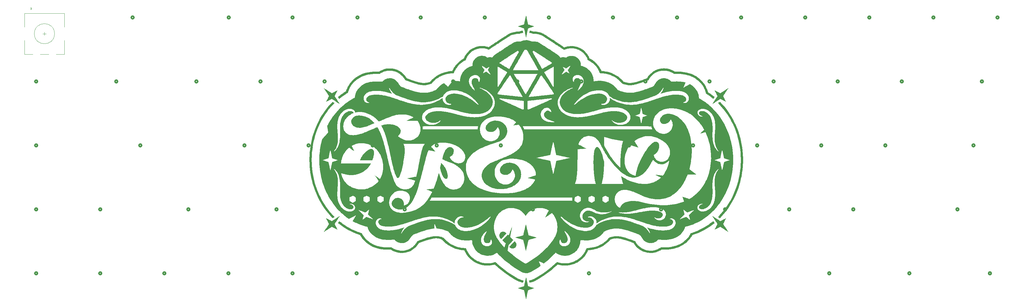
<source format=gbr>
%TF.GenerationSoftware,KiCad,Pcbnew,7.0.6*%
%TF.CreationDate,2024-03-18T14:57:41-04:00*%
%TF.ProjectId,Loadstar_70,4c6f6164-7374-4617-925f-37302e6b6963,rev?*%
%TF.SameCoordinates,Original*%
%TF.FileFunction,Legend,Bot*%
%TF.FilePolarity,Positive*%
%FSLAX46Y46*%
G04 Gerber Fmt 4.6, Leading zero omitted, Abs format (unit mm)*
G04 Created by KiCad (PCBNEW 7.0.6) date 2024-03-18 14:57:41*
%MOMM*%
%LPD*%
G01*
G04 APERTURE LIST*
%ADD10C,0.300000*%
%ADD11C,0.508000*%
%ADD12C,0.120000*%
G04 APERTURE END LIST*
D10*
X175421427Y-101649757D02*
X175564285Y-101578328D01*
X175564285Y-101578328D02*
X175778570Y-101578328D01*
X175778570Y-101578328D02*
X175992856Y-101649757D01*
X175992856Y-101649757D02*
X176135713Y-101792614D01*
X176135713Y-101792614D02*
X176207142Y-101935471D01*
X176207142Y-101935471D02*
X176278570Y-102221185D01*
X176278570Y-102221185D02*
X176278570Y-102435471D01*
X176278570Y-102435471D02*
X176207142Y-102721185D01*
X176207142Y-102721185D02*
X176135713Y-102864042D01*
X176135713Y-102864042D02*
X175992856Y-103006900D01*
X175992856Y-103006900D02*
X175778570Y-103078328D01*
X175778570Y-103078328D02*
X175635713Y-103078328D01*
X175635713Y-103078328D02*
X175421427Y-103006900D01*
X175421427Y-103006900D02*
X175349999Y-102935471D01*
X175349999Y-102935471D02*
X175349999Y-102435471D01*
X175349999Y-102435471D02*
X175635713Y-102435471D01*
X174492856Y-101578328D02*
X174492856Y-101935471D01*
X174849999Y-101792614D02*
X174492856Y-101935471D01*
X174492856Y-101935471D02*
X174135713Y-101792614D01*
X174707142Y-102221185D02*
X174492856Y-101935471D01*
X174492856Y-101935471D02*
X174278570Y-102221185D01*
X173349999Y-101578328D02*
X173349999Y-101935471D01*
X173707142Y-101792614D02*
X173349999Y-101935471D01*
X173349999Y-101935471D02*
X172992856Y-101792614D01*
X173564285Y-102221185D02*
X173349999Y-101935471D01*
X173349999Y-101935471D02*
X173135713Y-102221185D01*
X172207142Y-101578328D02*
X172207142Y-101935471D01*
X172564285Y-101792614D02*
X172207142Y-101935471D01*
X172207142Y-101935471D02*
X171849999Y-101792614D01*
X172421428Y-102221185D02*
X172207142Y-101935471D01*
X172207142Y-101935471D02*
X171992856Y-102221185D01*
D11*
%TO.C,LED25*%
X133704175Y-79818875D02*
G75*
G03*
X133704175Y-79818875I-381000J0D01*
G01*
%TO.C,LED54*%
X119296025Y-117918875D02*
G75*
G03*
X119296025Y-117918875I-381000J0D01*
G01*
%TO.C,LED40*%
X128821025Y-98868875D02*
G75*
G03*
X128821025Y-98868875I-381000J0D01*
G01*
%TO.C,LED18*%
X267054175Y-79818875D02*
G75*
G03*
X267054175Y-79818875I-381000J0D01*
G01*
%TO.C,LED8*%
X181208525Y-60768875D02*
G75*
G03*
X181208525Y-60768875I-381000J0D01*
G01*
%TO.C,LED11*%
X124312525Y-60768875D02*
G75*
G03*
X124312525Y-60768875I-381000J0D01*
G01*
%TO.C,LED30*%
X28808525Y-79818875D02*
G75*
G03*
X28808525Y-79818875I-381000J0D01*
G01*
%TO.C,LED42*%
X90721025Y-98868875D02*
G75*
G03*
X90721025Y-98868875I-381000J0D01*
G01*
%TO.C,LED17*%
X286104175Y-79818875D02*
G75*
G03*
X286104175Y-79818875I-381000J0D01*
G01*
%TO.C,LED65*%
X85958525Y-136968875D02*
G75*
G03*
X85958525Y-136968875I-381000J0D01*
G01*
%TO.C,LED56*%
X74052275Y-117918875D02*
G75*
G03*
X74052275Y-117918875I-381000J0D01*
G01*
%TO.C,LED23*%
X171804175Y-79818875D02*
G75*
G03*
X171804175Y-79818875I-381000J0D01*
G01*
%TO.C,LED28*%
X76433525Y-79818875D02*
G75*
G03*
X76433525Y-79818875I-381000J0D01*
G01*
%TO.C,LED60*%
X288364775Y-136968875D02*
G75*
G03*
X288364775Y-136968875I-381000J0D01*
G01*
%TO.C,LED2*%
X295508525Y-60768875D02*
G75*
G03*
X295508525Y-60768875I-381000J0D01*
G01*
%TO.C,LED37*%
X185971025Y-98868875D02*
G75*
G03*
X185971025Y-98868875I-381000J0D01*
G01*
%TO.C,LED38*%
X166921025Y-98868875D02*
G75*
G03*
X166921025Y-98868875I-381000J0D01*
G01*
%TO.C,LED27*%
X95483525Y-79818875D02*
G75*
G03*
X95483525Y-79818875I-381000J0D01*
G01*
%TO.C,LED57*%
X47858525Y-117918875D02*
G75*
G03*
X47858525Y-117918875I-381000J0D01*
G01*
%TO.C,LED59*%
X312297925Y-136968875D02*
G75*
G03*
X312297925Y-136968875I-381000J0D01*
G01*
%TO.C,LED16*%
X309916675Y-79818875D02*
G75*
G03*
X309916675Y-79818875I-381000J0D01*
G01*
%TO.C,LED46*%
X271696025Y-117918875D02*
G75*
G03*
X271696025Y-117918875I-381000J0D01*
G01*
%TO.C,LED64*%
X105008525Y-136968875D02*
G75*
G03*
X105008525Y-136968875I-381000J0D01*
G01*
%TO.C,LED52*%
X157396025Y-117918875D02*
G75*
G03*
X157396025Y-117918875I-381000J0D01*
G01*
%TO.C,LED31*%
X307414775Y-98868875D02*
G75*
G03*
X307414775Y-98868875I-381000J0D01*
G01*
%TO.C,LED21*%
X209904175Y-79818875D02*
G75*
G03*
X209904175Y-79818875I-381000J0D01*
G01*
%TO.C,LED5*%
X238358525Y-60768875D02*
G75*
G03*
X238358525Y-60768875I-381000J0D01*
G01*
%TO.C,LED24*%
X152754175Y-79818875D02*
G75*
G03*
X152754175Y-79818875I-381000J0D01*
G01*
%TO.C,LED35*%
X224071025Y-98868875D02*
G75*
G03*
X224071025Y-98868875I-381000J0D01*
G01*
%TO.C,LED44*%
X28808525Y-98868875D02*
G75*
G03*
X28808525Y-98868875I-381000J0D01*
G01*
%TO.C,LED68*%
X28808525Y-136968875D02*
G75*
G03*
X28808525Y-136968875I-381000J0D01*
G01*
%TO.C,LED43*%
X59764775Y-98868875D02*
G75*
G03*
X59764775Y-98868875I-381000J0D01*
G01*
%TO.C,LED7*%
X200258525Y-60768875D02*
G75*
G03*
X200258525Y-60768875I-381000J0D01*
G01*
%TO.C,LED41*%
X109771025Y-98868875D02*
G75*
G03*
X109771025Y-98868875I-381000J0D01*
G01*
%TO.C,LED48*%
X233596025Y-117918875D02*
G75*
G03*
X233596025Y-117918875I-381000J0D01*
G01*
%TO.C,LED66*%
X66908525Y-136968875D02*
G75*
G03*
X66908525Y-136968875I-381000J0D01*
G01*
%TO.C,LED14*%
X57472425Y-60768875D02*
G75*
G03*
X57472425Y-60768875I-381000J0D01*
G01*
%TO.C,LED3*%
X276458525Y-60768875D02*
G75*
G03*
X276458525Y-60768875I-381000J0D01*
G01*
%TO.C,LED67*%
X47858525Y-136968875D02*
G75*
G03*
X47858525Y-136968875I-381000J0D01*
G01*
%TO.C,LED39*%
X147871025Y-98868875D02*
G75*
G03*
X147871025Y-98868875I-381000J0D01*
G01*
%TO.C,LED1*%
X314558525Y-60768875D02*
G75*
G03*
X314558525Y-60768875I-381000J0D01*
G01*
%TO.C,LED47*%
X252646025Y-117918875D02*
G75*
G03*
X252646025Y-117918875I-381000J0D01*
G01*
%TO.C,LED50*%
X195616675Y-117918875D02*
G75*
G03*
X195616675Y-117918875I-381000J0D01*
G01*
%TO.C,LED45*%
X302652275Y-117918875D02*
G75*
G03*
X302652275Y-117918875I-381000J0D01*
G01*
%TO.C,LED20*%
X228954175Y-79818875D02*
G75*
G03*
X228954175Y-79818875I-381000J0D01*
G01*
%TO.C,LED63*%
X124058525Y-136968875D02*
G75*
G03*
X124058525Y-136968875I-381000J0D01*
G01*
%TO.C,LED4*%
X257408525Y-60768875D02*
G75*
G03*
X257408525Y-60768875I-381000J0D01*
G01*
%TO.C,LED49*%
X214546025Y-117918875D02*
G75*
G03*
X214546025Y-117918875I-381000J0D01*
G01*
%TO.C,LED26*%
X114533525Y-79818875D02*
G75*
G03*
X114533525Y-79818875I-381000J0D01*
G01*
%TO.C,LED55*%
X100246025Y-117918875D02*
G75*
G03*
X100246025Y-117918875I-381000J0D01*
G01*
%TO.C,LED10*%
X143108525Y-60768875D02*
G75*
G03*
X143108525Y-60768875I-381000J0D01*
G01*
%TO.C,LED62*%
X193114775Y-136968875D02*
G75*
G03*
X193114775Y-136968875I-381000J0D01*
G01*
%TO.C,LED6*%
X219308525Y-60768875D02*
G75*
G03*
X219308525Y-60768875I-381000J0D01*
G01*
%TO.C,LED13*%
X86053775Y-60768875D02*
G75*
G03*
X86053775Y-60768875I-381000J0D01*
G01*
%TO.C,LED29*%
X52621025Y-79818875D02*
G75*
G03*
X52621025Y-79818875I-381000J0D01*
G01*
%TO.C,LED12*%
X105008525Y-60768875D02*
G75*
G03*
X105008525Y-60768875I-381000J0D01*
G01*
%TO.C,LED9*%
X162158525Y-60768875D02*
G75*
G03*
X162158525Y-60768875I-381000J0D01*
G01*
%TO.C,LED61*%
X264552275Y-136968875D02*
G75*
G03*
X264552275Y-136968875I-381000J0D01*
G01*
%TO.C,LED51*%
X176446025Y-117918875D02*
G75*
G03*
X176446025Y-117918875I-381000J0D01*
G01*
%TO.C,LED58*%
X28808525Y-117918875D02*
G75*
G03*
X28808525Y-117918875I-381000J0D01*
G01*
%TO.C,LED53*%
X138346025Y-117918875D02*
G75*
G03*
X138346025Y-117918875I-381000J0D01*
G01*
%TO.C,LED36*%
X205021025Y-98868875D02*
G75*
G03*
X205021025Y-98868875I-381000J0D01*
G01*
%TO.C,LED32*%
X281221025Y-98868875D02*
G75*
G03*
X281221025Y-98868875I-381000J0D01*
G01*
%TO.C,LED19*%
X248004175Y-79818875D02*
G75*
G03*
X248004175Y-79818875I-381000J0D01*
G01*
%TO.C,LED34*%
X243121025Y-98868875D02*
G75*
G03*
X243121025Y-98868875I-381000J0D01*
G01*
%TO.C,LED33*%
X262171025Y-98868875D02*
G75*
G03*
X262171025Y-98868875I-381000J0D01*
G01*
%TO.C,LED22*%
X190854175Y-79818875D02*
G75*
G03*
X190854175Y-79818875I-381000J0D01*
G01*
D12*
%TO.C,SW1*%
X26785625Y-57805000D02*
X26785625Y-58405000D01*
X27085625Y-58105000D02*
X26785625Y-57805000D01*
X26785625Y-58405000D02*
X27085625Y-58105000D01*
X24985625Y-59505000D02*
X36785625Y-59505000D01*
X36785625Y-63605000D02*
X36785625Y-59505000D01*
X24985625Y-63605000D02*
X24985625Y-59505000D01*
X30885625Y-65105000D02*
X30885625Y-66105000D01*
X30385625Y-65605000D02*
X31385625Y-65605000D01*
X24985625Y-67605000D02*
X24985625Y-71705000D01*
X36785625Y-71705000D02*
X36785625Y-67605000D01*
X34385625Y-71705000D02*
X36785625Y-71705000D01*
X29585625Y-71705000D02*
X32185625Y-71705000D01*
X24985625Y-71705000D02*
X27385625Y-71705000D01*
X33885625Y-65605000D02*
G75*
G03*
X33885625Y-65605000I-3000000J0D01*
G01*
%TO.C,G\u002A\u002A\u002A*%
G36*
X169927858Y-122951971D02*
G01*
X169919514Y-122960316D01*
X169911170Y-122951971D01*
X169919514Y-122943627D01*
X169927858Y-122951971D01*
G37*
G36*
X129034835Y-107720326D02*
G01*
X129068533Y-107749239D01*
X129109633Y-107795612D01*
X129165638Y-107865506D01*
X129086564Y-107800914D01*
X129050598Y-107769975D01*
X129019467Y-107739417D01*
X129007490Y-107722167D01*
X129013133Y-107712177D01*
X129034835Y-107720326D01*
G37*
G36*
X167428008Y-124564602D02*
G01*
X167558081Y-124593203D01*
X167611832Y-124610875D01*
X167738881Y-124662439D01*
X167853108Y-124726095D01*
X167963999Y-124807642D01*
X168081041Y-124912878D01*
X168245263Y-125071419D01*
X167446909Y-125901479D01*
X166648555Y-126731538D01*
X166464941Y-126543988D01*
X166413273Y-126490478D01*
X166344315Y-126415011D01*
X166292320Y-126351004D01*
X166252149Y-126291934D01*
X166218664Y-126231275D01*
X166148945Y-126061927D01*
X166104067Y-125874920D01*
X166090240Y-125686956D01*
X166106871Y-125501350D01*
X166153367Y-125321415D01*
X166229135Y-125150465D01*
X166333582Y-124991814D01*
X166466114Y-124848775D01*
X166569295Y-124765489D01*
X166735323Y-124667491D01*
X166923916Y-124593203D01*
X166991240Y-124575775D01*
X167131720Y-124555888D01*
X167281598Y-124552164D01*
X167428008Y-124564602D01*
G37*
G36*
X170821856Y-127552865D02*
G01*
X170858198Y-127590833D01*
X170939754Y-127682333D01*
X171005907Y-127765909D01*
X171051363Y-127835052D01*
X171120904Y-127980573D01*
X171178564Y-128165401D01*
X171205244Y-128352568D01*
X171201329Y-128538833D01*
X171167206Y-128720957D01*
X171103262Y-128895699D01*
X171009881Y-129059821D01*
X170887451Y-129210081D01*
X170804262Y-129289113D01*
X170649120Y-129402132D01*
X170477291Y-129486788D01*
X170286662Y-129544255D01*
X170274870Y-129546771D01*
X170103008Y-129566450D01*
X169924202Y-129558062D01*
X169746251Y-129523097D01*
X169576952Y-129463045D01*
X169424105Y-129379398D01*
X169390470Y-129355511D01*
X169332246Y-129309829D01*
X169269343Y-129256619D01*
X169206869Y-129200632D01*
X169149931Y-129146618D01*
X169103637Y-129099327D01*
X169073092Y-129063509D01*
X169063405Y-129043914D01*
X169067929Y-129037712D01*
X169092956Y-129009320D01*
X169138187Y-128960148D01*
X169201724Y-128892196D01*
X169281669Y-128807469D01*
X169376125Y-128707967D01*
X169483195Y-128595693D01*
X169600979Y-128472649D01*
X169727582Y-128340839D01*
X169861104Y-128202263D01*
X170653811Y-127380828D01*
X170821856Y-127552865D01*
G37*
G36*
X148980679Y-104228109D02*
G01*
X149041368Y-104292627D01*
X149216406Y-104487194D01*
X149390830Y-104692794D01*
X149558232Y-104901514D01*
X149712201Y-105105443D01*
X149846329Y-105296670D01*
X149978312Y-105503124D01*
X150181249Y-105864871D01*
X150356033Y-106237366D01*
X150501649Y-106617830D01*
X150617082Y-107003485D01*
X150701317Y-107391552D01*
X150753338Y-107779251D01*
X150760351Y-107880222D01*
X150760816Y-108066017D01*
X150745000Y-108239055D01*
X150713821Y-108396197D01*
X150668198Y-108534305D01*
X150609049Y-108650238D01*
X150537293Y-108740858D01*
X150453847Y-108803025D01*
X150398581Y-108825103D01*
X150296762Y-108841439D01*
X150183100Y-108835591D01*
X150065657Y-108807465D01*
X149940554Y-108753012D01*
X149814016Y-108671282D01*
X149690404Y-108563200D01*
X149569383Y-108428128D01*
X149450621Y-108265429D01*
X149333783Y-108074465D01*
X149218537Y-107854598D01*
X149104548Y-107605190D01*
X148991483Y-107325602D01*
X148879009Y-107015197D01*
X148766792Y-106673337D01*
X148654499Y-106299385D01*
X148541796Y-105892701D01*
X148465092Y-105605442D01*
X148590192Y-105058273D01*
X148603918Y-104998294D01*
X148636947Y-104854370D01*
X148669647Y-104712409D01*
X148700600Y-104578527D01*
X148728392Y-104458841D01*
X148751606Y-104359466D01*
X148768827Y-104286519D01*
X148822361Y-104061935D01*
X148980679Y-104228109D01*
G37*
G36*
X128202679Y-99924873D02*
G01*
X128302778Y-99943195D01*
X128385424Y-99974217D01*
X128460210Y-100022009D01*
X128536730Y-100090640D01*
X128585984Y-100144355D01*
X128665006Y-100256611D01*
X128729115Y-100388069D01*
X128779456Y-100541862D01*
X128817177Y-100721126D01*
X128843424Y-100928994D01*
X128852659Y-101100598D01*
X128846741Y-101343686D01*
X128821230Y-101606875D01*
X128776785Y-101886758D01*
X128714063Y-102179928D01*
X128633723Y-102482979D01*
X128536424Y-102792502D01*
X128422825Y-103105092D01*
X128353164Y-103284494D01*
X126527502Y-103284494D01*
X126489774Y-103284492D01*
X126247280Y-103284380D01*
X126014666Y-103284106D01*
X125794068Y-103283681D01*
X125587620Y-103283115D01*
X125397461Y-103282420D01*
X125225725Y-103281608D01*
X125074550Y-103280689D01*
X124946071Y-103279675D01*
X124842424Y-103278577D01*
X124765746Y-103277407D01*
X124718172Y-103276175D01*
X124701840Y-103274892D01*
X124702193Y-103271046D01*
X124712020Y-103236862D01*
X124733652Y-103178993D01*
X124764828Y-103102633D01*
X124803285Y-103012978D01*
X124846762Y-102915222D01*
X124892997Y-102814560D01*
X124939727Y-102716186D01*
X124984691Y-102625296D01*
X125068021Y-102466194D01*
X125268660Y-102121032D01*
X125491597Y-101787418D01*
X125742186Y-101457096D01*
X125745025Y-101453572D01*
X125814991Y-101371146D01*
X125903666Y-101273098D01*
X126005965Y-101164522D01*
X126116801Y-101050508D01*
X126231087Y-100936151D01*
X126343739Y-100826542D01*
X126449670Y-100726773D01*
X126543794Y-100641939D01*
X126621025Y-100577131D01*
X126724595Y-100497364D01*
X126948687Y-100339852D01*
X127168486Y-100205757D01*
X127381915Y-100095986D01*
X127586893Y-100011447D01*
X127781343Y-99953046D01*
X127963185Y-99921691D01*
X128130341Y-99918291D01*
X128202679Y-99924873D01*
G37*
G36*
X124864296Y-89995650D02*
G01*
X125208084Y-90040771D01*
X125564037Y-90109836D01*
X125903232Y-90193980D01*
X126298438Y-90315252D01*
X126672671Y-90457801D01*
X127029916Y-90623505D01*
X127374155Y-90814245D01*
X127709373Y-91031903D01*
X128039553Y-91278357D01*
X128074634Y-91307257D01*
X128137952Y-91362293D01*
X128214086Y-91430861D01*
X128299924Y-91509946D01*
X128392355Y-91596533D01*
X128488267Y-91687609D01*
X128584548Y-91780158D01*
X128678088Y-91871167D01*
X128765773Y-91957621D01*
X128844494Y-92036505D01*
X128911137Y-92104806D01*
X128962592Y-92159508D01*
X128995747Y-92197598D01*
X129007490Y-92216060D01*
X128993336Y-92227694D01*
X128955844Y-92246488D01*
X128903187Y-92268297D01*
X128893686Y-92272019D01*
X128847984Y-92290680D01*
X128776130Y-92320610D01*
X128681434Y-92360409D01*
X128567206Y-92408677D01*
X128436753Y-92464013D01*
X128293386Y-92525018D01*
X128140413Y-92590291D01*
X127981143Y-92658433D01*
X127957067Y-92668742D01*
X127789592Y-92740174D01*
X127622566Y-92810960D01*
X127460302Y-92879302D01*
X127307112Y-92943401D01*
X127167309Y-93001457D01*
X127045206Y-93051671D01*
X126945117Y-93092244D01*
X126871353Y-93121378D01*
X126645957Y-93205743D01*
X126257147Y-93338210D01*
X125889812Y-93445803D01*
X125543562Y-93528619D01*
X125218008Y-93586758D01*
X124912761Y-93620320D01*
X124837418Y-93625669D01*
X124747004Y-93631424D01*
X124674062Y-93634563D01*
X124609145Y-93635102D01*
X124542806Y-93633059D01*
X124465596Y-93628449D01*
X124368068Y-93621291D01*
X124169422Y-93600804D01*
X123875338Y-93549543D01*
X123596823Y-93475263D01*
X123335671Y-93378991D01*
X123093676Y-93261759D01*
X122872632Y-93124594D01*
X122674334Y-92968525D01*
X122500576Y-92794583D01*
X122353153Y-92603795D01*
X122233858Y-92397192D01*
X122194635Y-92309958D01*
X122128496Y-92112579D01*
X122089583Y-91910281D01*
X122078359Y-91708391D01*
X122095288Y-91512233D01*
X122140832Y-91327135D01*
X122214528Y-91144499D01*
X122327841Y-90937384D01*
X122466117Y-90743307D01*
X122624954Y-90568334D01*
X122799952Y-90418532D01*
X122919868Y-90336630D01*
X123138011Y-90218674D01*
X123378441Y-90123530D01*
X123639713Y-90051361D01*
X123920381Y-90002326D01*
X124218998Y-89976589D01*
X124534119Y-89974309D01*
X124864296Y-89995650D01*
G37*
G36*
X113920618Y-81780009D02*
G01*
X113954330Y-81800629D01*
X114012458Y-81837222D01*
X114092966Y-81888476D01*
X114193817Y-81953083D01*
X114312976Y-82029730D01*
X114448405Y-82117108D01*
X114598067Y-82213906D01*
X114759927Y-82318813D01*
X114931948Y-82430520D01*
X115112093Y-82547714D01*
X116306069Y-83325153D01*
X117155242Y-82891157D01*
X117276942Y-82829004D01*
X117426272Y-82752868D01*
X117564554Y-82682507D01*
X117689122Y-82619271D01*
X117797309Y-82564508D01*
X117886452Y-82519567D01*
X117953883Y-82485797D01*
X117996939Y-82464545D01*
X118012953Y-82457162D01*
X118009742Y-82465852D01*
X117993086Y-82501444D01*
X117963548Y-82562072D01*
X117922443Y-82645102D01*
X117871090Y-82747900D01*
X117810804Y-82867833D01*
X117742901Y-83002267D01*
X117668699Y-83148569D01*
X117589514Y-83304107D01*
X117529538Y-83422059D01*
X117453683Y-83572329D01*
X117383769Y-83712062D01*
X117321130Y-83838523D01*
X117267101Y-83948979D01*
X117223017Y-84040697D01*
X117190212Y-84110943D01*
X117170022Y-84156983D01*
X117163779Y-84176084D01*
X117168375Y-84184705D01*
X117189618Y-84219588D01*
X117226882Y-84278933D01*
X117278821Y-84360651D01*
X117344090Y-84462648D01*
X117421345Y-84582836D01*
X117509241Y-84719122D01*
X117606432Y-84869416D01*
X117711574Y-85031627D01*
X117823323Y-85203664D01*
X117940332Y-85383435D01*
X118020237Y-85506111D01*
X118133487Y-85680094D01*
X118240454Y-85844560D01*
X118339809Y-85997458D01*
X118430226Y-86136742D01*
X118510376Y-86260362D01*
X118578931Y-86366269D01*
X118634564Y-86452415D01*
X118675945Y-86516752D01*
X118701748Y-86557229D01*
X118710644Y-86571800D01*
X118710064Y-86572039D01*
X118705613Y-86570133D01*
X118695514Y-86564435D01*
X118678279Y-86553983D01*
X118652422Y-86537812D01*
X118616455Y-86514961D01*
X118568891Y-86484466D01*
X118508244Y-86445366D01*
X118433025Y-86396695D01*
X118341747Y-86337493D01*
X118232925Y-86266796D01*
X118105069Y-86183642D01*
X117956694Y-86087066D01*
X117786311Y-85976108D01*
X117592434Y-85849803D01*
X117373576Y-85707189D01*
X117128249Y-85547303D01*
X116305184Y-85010862D01*
X115457304Y-85444590D01*
X115336823Y-85506168D01*
X115187455Y-85582355D01*
X115049070Y-85652768D01*
X114924340Y-85716056D01*
X114815941Y-85770867D01*
X114726545Y-85815850D01*
X114658826Y-85849654D01*
X114615457Y-85870927D01*
X114599114Y-85878318D01*
X114598956Y-85877649D01*
X114607048Y-85857439D01*
X114628530Y-85811450D01*
X114661821Y-85742878D01*
X114705342Y-85654922D01*
X114757513Y-85550781D01*
X114816754Y-85433653D01*
X114881485Y-85306735D01*
X114939413Y-85193524D01*
X115013813Y-85047911D01*
X115087549Y-84903385D01*
X115157707Y-84765668D01*
X115221372Y-84640481D01*
X115275630Y-84533548D01*
X115317566Y-84450589D01*
X115460966Y-84166026D01*
X114684017Y-82973675D01*
X114598191Y-82841876D01*
X114484874Y-82667589D01*
X114378005Y-82502910D01*
X114278895Y-82349874D01*
X114188857Y-82210521D01*
X114109201Y-82086886D01*
X114041241Y-81981007D01*
X113986288Y-81894922D01*
X113945655Y-81830668D01*
X113920652Y-81790281D01*
X113912593Y-81775800D01*
X113920618Y-81780009D01*
G37*
G36*
X234188341Y-81772117D02*
G01*
X234168425Y-81804288D01*
X234132482Y-81860963D01*
X234081831Y-81940102D01*
X234017791Y-82039661D01*
X233941678Y-82157601D01*
X233854810Y-82291880D01*
X233758506Y-82440457D01*
X233654084Y-82601290D01*
X233542861Y-82772337D01*
X233426156Y-82951558D01*
X233347683Y-83072061D01*
X233233979Y-83246949D01*
X233126426Y-83412710D01*
X233026372Y-83567255D01*
X232935160Y-83708492D01*
X232854135Y-83834331D01*
X232784644Y-83942682D01*
X232728031Y-84031454D01*
X232685640Y-84098558D01*
X232658819Y-84141901D01*
X232648910Y-84159396D01*
X232652253Y-84171229D01*
X232669113Y-84210930D01*
X232698918Y-84275508D01*
X232740334Y-84362231D01*
X232792029Y-84468368D01*
X232852670Y-84591187D01*
X232920923Y-84727956D01*
X232995456Y-84875944D01*
X233074936Y-85032419D01*
X233110164Y-85101602D01*
X233194491Y-85268229D01*
X233269764Y-85418467D01*
X233335070Y-85550429D01*
X233389497Y-85662230D01*
X233432133Y-85751984D01*
X233462065Y-85817804D01*
X233478380Y-85857806D01*
X233480168Y-85870103D01*
X233470450Y-85865588D01*
X233432822Y-85847026D01*
X233370084Y-85815595D01*
X233285013Y-85772703D01*
X233180385Y-85719754D01*
X233058978Y-85658155D01*
X232923570Y-85589313D01*
X232776938Y-85514634D01*
X232621859Y-85435524D01*
X231790827Y-85011251D01*
X230602542Y-85786344D01*
X230475215Y-85869353D01*
X230300748Y-85982946D01*
X230135711Y-86090230D01*
X229982159Y-86189877D01*
X229842150Y-86280559D01*
X229717740Y-86360947D01*
X229610984Y-86429713D01*
X229523940Y-86485528D01*
X229458665Y-86527066D01*
X229417213Y-86552997D01*
X229401643Y-86561993D01*
X229400427Y-86562116D01*
X229398197Y-86562223D01*
X229397250Y-86560763D01*
X229398644Y-86556085D01*
X229403439Y-86546540D01*
X229412691Y-86530477D01*
X229427460Y-86506247D01*
X229448802Y-86472199D01*
X229477777Y-86426683D01*
X229515443Y-86368048D01*
X229562857Y-86294645D01*
X229621078Y-86204824D01*
X229691164Y-86096934D01*
X229774172Y-85969325D01*
X229871162Y-85820348D01*
X229983192Y-85648351D01*
X230111318Y-85451685D01*
X230256601Y-85228700D01*
X230946232Y-84170211D01*
X230802644Y-83885270D01*
X230770233Y-83821120D01*
X230718184Y-83718477D01*
X230656142Y-83596432D01*
X230587023Y-83460710D01*
X230513744Y-83317038D01*
X230439222Y-83171141D01*
X230366373Y-83028745D01*
X230352205Y-83001054D01*
X230288489Y-82875948D01*
X230230574Y-82761313D01*
X230180043Y-82660348D01*
X230138482Y-82576252D01*
X230107471Y-82512223D01*
X230088596Y-82471460D01*
X230083439Y-82457162D01*
X230093498Y-82461597D01*
X230130835Y-82479824D01*
X230193138Y-82510892D01*
X230277737Y-82553448D01*
X230381963Y-82606144D01*
X230503144Y-82667627D01*
X230638610Y-82736547D01*
X230785691Y-82811554D01*
X230941717Y-82891297D01*
X231790247Y-83325433D01*
X232988718Y-82543615D01*
X233125994Y-82454107D01*
X233300467Y-82340476D01*
X233465272Y-82233287D01*
X233618379Y-82133854D01*
X233757758Y-82043489D01*
X233881378Y-81963506D01*
X233987211Y-81895218D01*
X234073224Y-81839937D01*
X234137389Y-81798978D01*
X234177676Y-81773653D01*
X234192053Y-81765275D01*
X234188341Y-81772117D01*
G37*
G36*
X231663025Y-85888261D02*
G01*
X231686269Y-85903580D01*
X231729010Y-85941011D01*
X231788906Y-85998134D01*
X231863616Y-86072530D01*
X231950798Y-86161778D01*
X232048109Y-86263460D01*
X232153207Y-86375155D01*
X232263751Y-86494444D01*
X232377398Y-86618907D01*
X232491808Y-86746124D01*
X232650048Y-86925424D01*
X233203203Y-87584269D01*
X233731412Y-88264666D01*
X234234308Y-88965725D01*
X234711526Y-89686560D01*
X235162703Y-90426280D01*
X235587473Y-91183997D01*
X235985471Y-91958824D01*
X236356332Y-92749870D01*
X236699691Y-93556249D01*
X237015183Y-94377070D01*
X237302444Y-95211446D01*
X237561109Y-96058488D01*
X237790812Y-96917307D01*
X237991189Y-97787015D01*
X238161874Y-98666724D01*
X238302504Y-99555544D01*
X238412712Y-100452587D01*
X238492134Y-101356965D01*
X238494199Y-101386741D01*
X238510872Y-101665461D01*
X238524598Y-101966870D01*
X238535346Y-102285379D01*
X238543087Y-102615397D01*
X238547791Y-102951332D01*
X238549427Y-103287594D01*
X238547965Y-103618591D01*
X238543376Y-103938734D01*
X238535629Y-104242430D01*
X238524694Y-104524089D01*
X238510541Y-104778121D01*
X238483423Y-105150772D01*
X238392675Y-106091868D01*
X238270823Y-107021487D01*
X238117916Y-107939448D01*
X237934003Y-108845565D01*
X237719134Y-109739654D01*
X237473360Y-110621533D01*
X237196730Y-111491017D01*
X236889294Y-112347922D01*
X236551102Y-113192065D01*
X236182204Y-114023261D01*
X235782648Y-114841327D01*
X235393945Y-115571508D01*
X234973926Y-116298498D01*
X234532298Y-117002330D01*
X234067322Y-117685460D01*
X233577256Y-118350342D01*
X233060360Y-118999428D01*
X232514893Y-119635173D01*
X231939115Y-120260031D01*
X231657476Y-120555344D01*
X231462082Y-120428255D01*
X231453674Y-120422787D01*
X231372329Y-120369892D01*
X231292729Y-120318151D01*
X231223618Y-120273248D01*
X231173741Y-120240864D01*
X231080793Y-120180562D01*
X231430386Y-119813967D01*
X231667978Y-119561271D01*
X232227352Y-118935916D01*
X232756514Y-118299201D01*
X233256897Y-117649222D01*
X233729932Y-116984074D01*
X234177052Y-116301853D01*
X234599689Y-115600657D01*
X234817744Y-115214895D01*
X235234301Y-114427306D01*
X235621680Y-113623886D01*
X235979589Y-112805396D01*
X236307738Y-111972597D01*
X236605833Y-111126251D01*
X236873583Y-110267119D01*
X237110696Y-109395962D01*
X237316881Y-108513541D01*
X237380402Y-108208468D01*
X237543786Y-107315674D01*
X237674807Y-106418526D01*
X237773554Y-105518133D01*
X237840116Y-104615602D01*
X237874581Y-103712045D01*
X237877038Y-102808569D01*
X237847575Y-101906285D01*
X237786280Y-101006301D01*
X237693243Y-100109726D01*
X237568551Y-99217670D01*
X237412293Y-98331242D01*
X237224558Y-97451551D01*
X237005434Y-96579705D01*
X236755009Y-95716816D01*
X236473373Y-94863991D01*
X236160613Y-94022339D01*
X235846663Y-93263512D01*
X235503669Y-92511554D01*
X235134415Y-91772383D01*
X234740090Y-91047861D01*
X234321884Y-90339847D01*
X233880986Y-89650203D01*
X233418587Y-88980788D01*
X232935875Y-88333463D01*
X232434041Y-87710089D01*
X231914273Y-87112525D01*
X231377763Y-86542633D01*
X231088306Y-86247354D01*
X231361072Y-86068369D01*
X231369511Y-86062839D01*
X231454734Y-86007890D01*
X231531288Y-85960072D01*
X231594408Y-85922246D01*
X231639329Y-85897276D01*
X231661287Y-85888023D01*
X231663025Y-85888261D01*
G37*
G36*
X118709022Y-119856169D02*
G01*
X118707525Y-119860561D01*
X118702079Y-119870702D01*
X118691589Y-119888302D01*
X118674960Y-119915071D01*
X118651094Y-119952720D01*
X118618897Y-120002957D01*
X118577272Y-120067495D01*
X118525123Y-120148042D01*
X118461354Y-120246309D01*
X118384870Y-120364007D01*
X118294574Y-120502845D01*
X118189370Y-120664533D01*
X118068163Y-120850783D01*
X117929856Y-121063304D01*
X117861695Y-121168115D01*
X117748526Y-121342456D01*
X117641406Y-121507881D01*
X117541691Y-121662274D01*
X117450735Y-121803521D01*
X117369895Y-121929508D01*
X117300526Y-122038121D01*
X117243984Y-122127244D01*
X117201623Y-122194764D01*
X117174800Y-122238566D01*
X117164871Y-122256536D01*
X117167953Y-122268087D01*
X117184494Y-122307608D01*
X117214058Y-122372017D01*
X117255304Y-122458566D01*
X117306889Y-122564505D01*
X117367472Y-122687088D01*
X117435712Y-122823563D01*
X117510267Y-122971184D01*
X117589795Y-123127201D01*
X117649672Y-123244257D01*
X117725564Y-123392980D01*
X117795593Y-123530622D01*
X117858419Y-123654525D01*
X117912700Y-123762030D01*
X117957095Y-123850479D01*
X117990262Y-123917213D01*
X118010861Y-123959576D01*
X118017549Y-123974908D01*
X118007593Y-123970836D01*
X117970491Y-123953073D01*
X117908451Y-123922473D01*
X117824110Y-123880363D01*
X117720106Y-123828071D01*
X117599076Y-123766922D01*
X117463659Y-123698244D01*
X117316491Y-123623364D01*
X117160211Y-123543608D01*
X116306659Y-123107375D01*
X115894033Y-123375343D01*
X115874288Y-123388169D01*
X115772563Y-123454303D01*
X115648478Y-123535050D01*
X115506574Y-123627450D01*
X115351392Y-123728546D01*
X115187472Y-123835377D01*
X115019356Y-123944986D01*
X114851585Y-124054414D01*
X114688699Y-124160702D01*
X114578818Y-124232403D01*
X114438940Y-124323630D01*
X114309520Y-124407980D01*
X114193057Y-124483828D01*
X114092048Y-124549549D01*
X114008992Y-124603519D01*
X113946385Y-124644111D01*
X113906727Y-124669702D01*
X113892516Y-124678665D01*
X113892467Y-124678508D01*
X113895212Y-124673382D01*
X113903407Y-124659991D01*
X113917967Y-124636930D01*
X113939804Y-124602791D01*
X113969831Y-124556169D01*
X114008963Y-124495656D01*
X114058111Y-124419846D01*
X114118189Y-124327334D01*
X114190111Y-124216711D01*
X114274790Y-124086572D01*
X114373138Y-123935511D01*
X114486069Y-123762121D01*
X114614497Y-123564995D01*
X114759334Y-123342726D01*
X114921494Y-123093910D01*
X115459846Y-122267912D01*
X115381304Y-122109284D01*
X115364160Y-122074958D01*
X115329834Y-122006857D01*
X115283742Y-121915844D01*
X115227837Y-121805762D01*
X115164074Y-121680455D01*
X115094408Y-121543765D01*
X115020792Y-121399536D01*
X114945181Y-121251611D01*
X114875325Y-121114814D01*
X114808185Y-120982866D01*
X114747505Y-120863134D01*
X114694750Y-120758531D01*
X114651383Y-120671970D01*
X114618868Y-120606362D01*
X114598672Y-120564620D01*
X114592257Y-120549658D01*
X114596691Y-120551253D01*
X114625948Y-120565003D01*
X114679452Y-120591313D01*
X114753614Y-120628385D01*
X114844850Y-120674422D01*
X114949571Y-120727626D01*
X115064192Y-120786199D01*
X115188018Y-120849592D01*
X115340854Y-120927716D01*
X115499215Y-121008553D01*
X115654297Y-121087614D01*
X115797295Y-121160408D01*
X115919406Y-121222444D01*
X116307341Y-121419240D01*
X117496476Y-120644509D01*
X117623268Y-120561906D01*
X117798018Y-120448069D01*
X117963382Y-120340356D01*
X118117297Y-120240112D01*
X118257697Y-120148680D01*
X118382520Y-120067406D01*
X118489700Y-119997633D01*
X118577173Y-119940704D01*
X118642874Y-119897965D01*
X118684740Y-119870760D01*
X118700706Y-119860432D01*
X118700788Y-119860381D01*
X118704558Y-119857789D01*
X118707668Y-119855815D01*
X118709022Y-119856169D01*
G37*
G36*
X229399801Y-119868596D02*
G01*
X229432455Y-119888805D01*
X229489578Y-119925045D01*
X229569128Y-119975996D01*
X229669063Y-120040340D01*
X229787343Y-120116756D01*
X229921926Y-120203925D01*
X230070770Y-120300527D01*
X230231834Y-120405244D01*
X230403077Y-120516755D01*
X230582457Y-120633742D01*
X230705826Y-120714180D01*
X230880598Y-120827858D01*
X231046189Y-120935240D01*
X231200516Y-121034994D01*
X231341499Y-121125787D01*
X231467056Y-121206284D01*
X231575104Y-121275153D01*
X231663563Y-121331059D01*
X231730351Y-121372670D01*
X231773386Y-121398652D01*
X231790588Y-121407672D01*
X231793206Y-121407076D01*
X231820347Y-121395678D01*
X231873201Y-121370971D01*
X231948701Y-121334497D01*
X232043780Y-121287798D01*
X232155371Y-121232415D01*
X232280407Y-121169891D01*
X232415821Y-121101766D01*
X232558546Y-121029582D01*
X232705516Y-120954881D01*
X232853664Y-120879206D01*
X232999922Y-120804096D01*
X233141223Y-120731094D01*
X233274501Y-120661743D01*
X233513326Y-120536947D01*
X233412426Y-120738229D01*
X233401414Y-120760133D01*
X233365890Y-120830376D01*
X233318310Y-120924068D01*
X233260902Y-121036841D01*
X233195891Y-121164326D01*
X233125504Y-121302155D01*
X233051969Y-121445962D01*
X232977511Y-121591376D01*
X232929607Y-121685045D01*
X232862992Y-121815921D01*
X232802376Y-121935743D01*
X232749309Y-122041408D01*
X232705339Y-122129815D01*
X232672014Y-122197860D01*
X232650883Y-122242442D01*
X232643495Y-122260458D01*
X232643551Y-122260763D01*
X232653812Y-122279271D01*
X232680817Y-122323345D01*
X232723156Y-122390787D01*
X232779419Y-122479397D01*
X232848197Y-122586977D01*
X232928081Y-122711325D01*
X233017661Y-122850245D01*
X233115527Y-123001535D01*
X233220271Y-123162997D01*
X233330482Y-123332432D01*
X233437053Y-123496064D01*
X233546747Y-123664511D01*
X233651483Y-123825368D01*
X233749605Y-123976086D01*
X233839455Y-124114119D01*
X233919374Y-124236920D01*
X233987706Y-124341943D01*
X234042793Y-124426640D01*
X234082976Y-124488464D01*
X234106599Y-124524869D01*
X234131533Y-124563905D01*
X234162794Y-124614755D01*
X234182632Y-124649613D01*
X234187559Y-124662549D01*
X234179348Y-124657790D01*
X234145365Y-124636435D01*
X234086958Y-124599130D01*
X234006172Y-124547198D01*
X233905051Y-124481961D01*
X233785638Y-124404740D01*
X233649977Y-124316857D01*
X233500111Y-124219635D01*
X233338084Y-124114395D01*
X233165940Y-124002459D01*
X232985722Y-123885150D01*
X231792054Y-123107750D01*
X230938073Y-123542789D01*
X230811824Y-123607035D01*
X230662541Y-123682815D01*
X230524489Y-123752691D01*
X230400309Y-123815335D01*
X230292641Y-123869422D01*
X230204128Y-123913626D01*
X230137412Y-123946619D01*
X230095133Y-123967076D01*
X230079933Y-123973670D01*
X230083826Y-123964297D01*
X230101367Y-123927855D01*
X230131776Y-123866423D01*
X230173719Y-123782648D01*
X230225861Y-123679177D01*
X230286867Y-123558659D01*
X230355402Y-123423738D01*
X230430132Y-123277064D01*
X230509722Y-123121282D01*
X230571052Y-123001059D01*
X230647002Y-122851181D01*
X230716952Y-122712022D01*
X230779573Y-122586290D01*
X230833534Y-122476689D01*
X230877506Y-122385924D01*
X230910158Y-122316703D01*
X230930162Y-122271729D01*
X230936186Y-122253708D01*
X230931401Y-122245561D01*
X230909902Y-122211406D01*
X230872410Y-122152766D01*
X230820270Y-122071721D01*
X230754828Y-121970349D01*
X230677428Y-121850729D01*
X230589417Y-121714940D01*
X230492139Y-121565060D01*
X230386941Y-121403168D01*
X230275168Y-121231343D01*
X230158164Y-121051664D01*
X230077698Y-120928091D01*
X229964629Y-120754223D01*
X229857948Y-120589913D01*
X229758972Y-120437203D01*
X229669020Y-120298138D01*
X229589409Y-120174760D01*
X229521457Y-120069112D01*
X229466482Y-119983238D01*
X229425802Y-119919182D01*
X229400735Y-119878985D01*
X229392598Y-119864692D01*
X229399801Y-119868596D01*
G37*
G36*
X174053581Y-60064217D02*
G01*
X174062692Y-60101262D01*
X174077773Y-60167053D01*
X174098298Y-60259171D01*
X174123744Y-60375196D01*
X174153586Y-60512708D01*
X174187300Y-60669289D01*
X174224363Y-60842519D01*
X174264249Y-61029979D01*
X174306434Y-61229250D01*
X174350396Y-61437911D01*
X174377943Y-61568768D01*
X174420883Y-61771904D01*
X174461736Y-61964158D01*
X174499977Y-62143109D01*
X174535081Y-62306335D01*
X174566521Y-62451416D01*
X174593772Y-62575930D01*
X174616309Y-62677455D01*
X174633606Y-62753571D01*
X174645138Y-62801856D01*
X174650378Y-62819889D01*
X174660069Y-62824297D01*
X174698853Y-62838534D01*
X174764463Y-62861324D01*
X174854014Y-62891705D01*
X174964624Y-62928714D01*
X175093411Y-62971387D01*
X175237491Y-63018761D01*
X175393981Y-63069873D01*
X175559998Y-63123761D01*
X175681280Y-63163045D01*
X175840252Y-63214653D01*
X175987438Y-63262568D01*
X176119983Y-63305853D01*
X176235034Y-63343573D01*
X176329735Y-63374789D01*
X176401234Y-63398567D01*
X176446676Y-63413970D01*
X176463207Y-63420062D01*
X176455647Y-63423574D01*
X176419795Y-63436532D01*
X176357029Y-63458069D01*
X176270157Y-63487255D01*
X176161985Y-63523159D01*
X176035322Y-63564850D01*
X175892974Y-63611399D01*
X175737749Y-63661875D01*
X175572454Y-63715346D01*
X175454264Y-63753587D01*
X175294294Y-63805698D01*
X175145713Y-63854499D01*
X175011436Y-63899014D01*
X174894378Y-63938262D01*
X174797454Y-63971264D01*
X174723578Y-63997042D01*
X174675664Y-64014615D01*
X174656629Y-64023006D01*
X174653742Y-64030183D01*
X174643736Y-64066951D01*
X174627797Y-64132531D01*
X174606465Y-64224481D01*
X174580280Y-64340359D01*
X174549783Y-64477726D01*
X174515513Y-64634139D01*
X174478013Y-64807159D01*
X174437820Y-64994344D01*
X174395477Y-65193253D01*
X174351523Y-65401446D01*
X174325789Y-65523773D01*
X174282972Y-65727017D01*
X174242314Y-65919655D01*
X174204337Y-66099236D01*
X174169562Y-66263310D01*
X174138511Y-66409424D01*
X174111704Y-66535128D01*
X174089663Y-66637970D01*
X174072908Y-66715499D01*
X174061962Y-66765264D01*
X174057346Y-66784813D01*
X174052855Y-66794899D01*
X174043423Y-66801502D01*
X174041447Y-66794156D01*
X174033067Y-66757407D01*
X174018676Y-66691942D01*
X173998786Y-66600161D01*
X173973912Y-66484465D01*
X173944565Y-66347256D01*
X173911260Y-66190932D01*
X173874508Y-66017896D01*
X173834823Y-65830547D01*
X173792719Y-65631286D01*
X173748708Y-65422515D01*
X173720545Y-65288941D01*
X173677494Y-65085416D01*
X173636559Y-64892700D01*
X173598266Y-64713220D01*
X173563139Y-64549406D01*
X173531704Y-64403688D01*
X173504483Y-64278494D01*
X173482004Y-64176253D01*
X173464789Y-64099393D01*
X173453363Y-64050345D01*
X173448252Y-64031537D01*
X173437022Y-64025745D01*
X173396533Y-64009998D01*
X173329364Y-63985785D01*
X173238371Y-63954077D01*
X173126411Y-63915849D01*
X172996342Y-63872075D01*
X172851021Y-63823730D01*
X172693304Y-63771785D01*
X172526050Y-63717216D01*
X171615314Y-63421448D01*
X172517955Y-63130599D01*
X172641316Y-63090737D01*
X172801539Y-63038614D01*
X172950286Y-62989828D01*
X173084654Y-62945352D01*
X173201741Y-62906160D01*
X173298643Y-62873225D01*
X173372459Y-62847521D01*
X173420283Y-62830021D01*
X173439215Y-62821697D01*
X173442591Y-62812798D01*
X173453002Y-62773764D01*
X173469332Y-62706080D01*
X173491044Y-62612168D01*
X173517601Y-62494450D01*
X173548469Y-62355348D01*
X173583109Y-62197284D01*
X173620988Y-62022678D01*
X173661567Y-61833955D01*
X173704312Y-61633534D01*
X173748686Y-61423837D01*
X173779287Y-61279036D01*
X173822306Y-61076771D01*
X173863194Y-60886022D01*
X173901430Y-60709141D01*
X173936495Y-60548479D01*
X173967868Y-60406385D01*
X173995029Y-60285212D01*
X174017458Y-60187310D01*
X174034635Y-60115030D01*
X174046040Y-60070723D01*
X174051153Y-60056739D01*
X174053581Y-60064217D01*
G37*
G36*
X174053612Y-138033337D02*
G01*
X174062694Y-138070367D01*
X174077748Y-138136143D01*
X174098251Y-138228244D01*
X174123679Y-138344253D01*
X174153508Y-138481750D01*
X174187214Y-138638317D01*
X174224273Y-138811534D01*
X174264161Y-138998983D01*
X174306354Y-139198244D01*
X174350329Y-139406899D01*
X174377883Y-139537739D01*
X174420844Y-139740882D01*
X174461721Y-139933147D01*
X174499988Y-140112113D01*
X174535119Y-140275357D01*
X174566588Y-140420458D01*
X174593868Y-140544995D01*
X174616434Y-140646546D01*
X174633759Y-140722688D01*
X174645318Y-140771001D01*
X174650585Y-140789062D01*
X174660401Y-140793540D01*
X174699331Y-140807868D01*
X174765071Y-140830758D01*
X174854739Y-140861246D01*
X174965453Y-140898367D01*
X175094332Y-140941158D01*
X175238494Y-140988652D01*
X175395058Y-141039885D01*
X175561142Y-141093892D01*
X175683372Y-141133549D01*
X175842291Y-141185209D01*
X175989388Y-141233138D01*
X176121816Y-141276403D01*
X176236726Y-141314070D01*
X176331271Y-141345204D01*
X176402602Y-141368873D01*
X176447871Y-141384140D01*
X176464230Y-141390073D01*
X176456543Y-141393468D01*
X176420526Y-141406285D01*
X176357606Y-141427705D01*
X176270595Y-141456797D01*
X176162303Y-141492634D01*
X176035539Y-141534286D01*
X175893113Y-141580825D01*
X175737836Y-141631321D01*
X175572518Y-141684846D01*
X175454176Y-141723181D01*
X175294219Y-141775333D01*
X175145652Y-141824158D01*
X175011388Y-141868678D01*
X174894342Y-141907913D01*
X174797427Y-141940886D01*
X174723558Y-141966617D01*
X174675649Y-141984129D01*
X174656613Y-141992442D01*
X174653724Y-141999584D01*
X174643717Y-142036292D01*
X174627781Y-142101813D01*
X174606456Y-142193706D01*
X174580280Y-142309532D01*
X174549795Y-142446850D01*
X174515540Y-142603222D01*
X174478056Y-142776206D01*
X174437882Y-142963362D01*
X174395559Y-143162252D01*
X174351627Y-143370434D01*
X174325976Y-143492399D01*
X174283127Y-143695739D01*
X174242400Y-143888512D01*
X174204321Y-144068262D01*
X174169412Y-144232533D01*
X174138199Y-144378869D01*
X174111206Y-144504815D01*
X174088957Y-144607916D01*
X174071976Y-144685715D01*
X174060787Y-144735756D01*
X174055915Y-144755585D01*
X174049701Y-144766387D01*
X174040158Y-144763929D01*
X174038598Y-144757496D01*
X174030736Y-144721852D01*
X174016814Y-144657347D01*
X173997351Y-144566424D01*
X173972866Y-144451526D01*
X173943878Y-144315096D01*
X173910906Y-144159576D01*
X173874469Y-143987410D01*
X173835084Y-143801042D01*
X173793272Y-143602913D01*
X173749551Y-143395467D01*
X173725452Y-143281095D01*
X173682597Y-143077947D01*
X173641877Y-142885217D01*
X173603817Y-142705377D01*
X173568943Y-142540897D01*
X173537780Y-142394250D01*
X173510855Y-142267908D01*
X173488692Y-142164343D01*
X173471818Y-142086026D01*
X173460757Y-142035428D01*
X173456035Y-142015023D01*
X173454168Y-142010963D01*
X173448715Y-142005056D01*
X173438136Y-141998005D01*
X173420530Y-141989160D01*
X173393992Y-141977869D01*
X173356621Y-141963481D01*
X173306515Y-141945347D01*
X173241770Y-141922814D01*
X173160483Y-141895231D01*
X173060753Y-141861949D01*
X172940677Y-141822315D01*
X172798352Y-141775680D01*
X172631874Y-141721391D01*
X172439343Y-141658799D01*
X172218855Y-141587252D01*
X171968507Y-141506098D01*
X171614347Y-141391327D01*
X172517709Y-141100033D01*
X172641771Y-141059914D01*
X172802005Y-141007744D01*
X172950750Y-140958916D01*
X173085103Y-140914403D01*
X173202166Y-140875180D01*
X173299037Y-140842219D01*
X173372815Y-140816494D01*
X173420601Y-140798978D01*
X173439493Y-140790646D01*
X173442845Y-140781757D01*
X173453227Y-140742735D01*
X173469532Y-140675063D01*
X173491224Y-140581163D01*
X173517766Y-140463458D01*
X173548624Y-140324368D01*
X173583259Y-140166316D01*
X173621137Y-139991724D01*
X173661722Y-139803014D01*
X173704477Y-139602608D01*
X173748866Y-139392927D01*
X173779450Y-139248273D01*
X173822481Y-139046012D01*
X173863376Y-138855263D01*
X173901613Y-138678378D01*
X173936674Y-138517707D01*
X173968038Y-138375603D01*
X173995185Y-138254417D01*
X174017595Y-138156498D01*
X174034749Y-138084200D01*
X174046125Y-138039873D01*
X174051205Y-138025868D01*
X174053612Y-138033337D01*
G37*
G36*
X116547977Y-85880666D02*
G01*
X116576795Y-85897335D01*
X116625610Y-85927182D01*
X116689178Y-85966858D01*
X116762254Y-86013014D01*
X116839594Y-86062302D01*
X116915955Y-86111373D01*
X116986093Y-86156879D01*
X117044762Y-86195470D01*
X117086719Y-86223798D01*
X117106720Y-86238514D01*
X117105819Y-86241427D01*
X117088987Y-86263610D01*
X117054515Y-86303627D01*
X117006286Y-86357049D01*
X116948179Y-86419446D01*
X116897830Y-86472781D01*
X116818107Y-86557237D01*
X116729004Y-86651639D01*
X116638149Y-86747903D01*
X116553172Y-86837944D01*
X116347136Y-87059770D01*
X115830465Y-87648021D01*
X115331068Y-88263221D01*
X114850076Y-88903571D01*
X114388619Y-89567268D01*
X113947829Y-90252512D01*
X113528837Y-90957501D01*
X113132773Y-91680435D01*
X112760770Y-92419513D01*
X112413958Y-93172934D01*
X112093468Y-93938896D01*
X111842435Y-94595403D01*
X111573775Y-95366222D01*
X111332546Y-96140053D01*
X111118162Y-96919573D01*
X110930040Y-97707456D01*
X110767597Y-98506379D01*
X110630247Y-99319016D01*
X110517407Y-100148043D01*
X110428493Y-100996134D01*
X110362921Y-101865966D01*
X110362252Y-101877186D01*
X110357070Y-101988843D01*
X110352638Y-102128943D01*
X110348955Y-102293085D01*
X110346020Y-102476867D01*
X110343835Y-102675889D01*
X110342398Y-102885751D01*
X110341709Y-103102051D01*
X110341768Y-103320389D01*
X110342574Y-103536364D01*
X110344128Y-103745574D01*
X110346428Y-103943620D01*
X110349476Y-104126100D01*
X110353269Y-104288613D01*
X110357809Y-104426759D01*
X110363095Y-104536137D01*
X110386458Y-104888251D01*
X110465104Y-105783736D01*
X110570512Y-106661213D01*
X110703107Y-107522633D01*
X110863317Y-108369947D01*
X111051566Y-109205105D01*
X111268280Y-110030059D01*
X111513886Y-110846760D01*
X111788809Y-111657159D01*
X112093475Y-112463206D01*
X112165751Y-112643080D01*
X112512951Y-113455665D01*
X112885506Y-114246650D01*
X113283626Y-115016361D01*
X113707519Y-115765124D01*
X114157395Y-116493267D01*
X114633460Y-117201115D01*
X115135926Y-117888997D01*
X115664999Y-118557238D01*
X116220890Y-119206165D01*
X116803806Y-119836105D01*
X116818024Y-119850917D01*
X116900521Y-119937687D01*
X116973851Y-120016203D01*
X117035190Y-120083334D01*
X117081710Y-120135951D01*
X117110587Y-120170924D01*
X117118993Y-120185125D01*
X117118941Y-120185175D01*
X117101933Y-120197412D01*
X117061558Y-120224766D01*
X117002368Y-120264204D01*
X116928913Y-120312693D01*
X116845746Y-120367201D01*
X116844793Y-120367824D01*
X116761211Y-120421818D01*
X116686634Y-120468882D01*
X116625766Y-120506136D01*
X116583308Y-120530701D01*
X116563965Y-120539699D01*
X116561707Y-120538982D01*
X116539600Y-120522134D01*
X116499163Y-120485598D01*
X116444139Y-120432935D01*
X116378267Y-120367708D01*
X116305292Y-120293479D01*
X116263384Y-120250172D01*
X115815952Y-119770560D01*
X115372696Y-119264238D01*
X114938781Y-118737272D01*
X114519371Y-118195729D01*
X114028051Y-117514884D01*
X113549407Y-116796075D01*
X113096453Y-116057176D01*
X112669582Y-115299260D01*
X112269189Y-114523401D01*
X111895667Y-113730674D01*
X111549409Y-112922151D01*
X111230809Y-112098908D01*
X110940261Y-111262019D01*
X110678158Y-110412556D01*
X110444893Y-109551594D01*
X110240861Y-108680208D01*
X110066454Y-107799471D01*
X109922067Y-106910456D01*
X109808092Y-106014239D01*
X109724924Y-105111892D01*
X109711094Y-104915428D01*
X109673838Y-104183555D01*
X109657440Y-103436534D01*
X109661884Y-102682914D01*
X109687150Y-101931246D01*
X109733222Y-101190079D01*
X109750576Y-100976326D01*
X109842787Y-100079976D01*
X109965609Y-99190567D01*
X110118636Y-98309071D01*
X110301464Y-97436461D01*
X110513689Y-96573708D01*
X110754906Y-95721786D01*
X111024710Y-94881666D01*
X111322698Y-94054320D01*
X111648464Y-93240721D01*
X112001604Y-92441840D01*
X112381713Y-91658651D01*
X112788388Y-90892124D01*
X113221223Y-90143233D01*
X113679814Y-89412949D01*
X114163756Y-88702245D01*
X114672645Y-88012093D01*
X115206076Y-87343465D01*
X115763646Y-86697332D01*
X115845722Y-86606565D01*
X115935159Y-86508889D01*
X116027854Y-86408698D01*
X116120940Y-86309006D01*
X116211549Y-86212827D01*
X116296814Y-86123175D01*
X116373870Y-86043064D01*
X116439848Y-85975509D01*
X116491882Y-85923524D01*
X116527105Y-85890122D01*
X116542650Y-85878318D01*
X116547977Y-85880666D01*
G37*
G36*
X174004243Y-122314912D02*
G01*
X174014394Y-122353708D01*
X174031305Y-122421302D01*
X174054450Y-122515512D01*
X174083304Y-122634160D01*
X174117344Y-122775066D01*
X174156044Y-122936050D01*
X174198879Y-123114932D01*
X174245324Y-123309532D01*
X174294855Y-123517671D01*
X174346947Y-123737170D01*
X174401075Y-123965847D01*
X174438717Y-124124965D01*
X174491484Y-124347621D01*
X174541838Y-124559635D01*
X174589255Y-124758821D01*
X174633211Y-124942995D01*
X174673181Y-125109973D01*
X174708643Y-125257570D01*
X174739070Y-125383601D01*
X174763940Y-125485883D01*
X174782728Y-125562231D01*
X174794911Y-125610460D01*
X174799963Y-125628385D01*
X174805336Y-125630976D01*
X174838665Y-125642266D01*
X174900090Y-125661298D01*
X174986959Y-125687301D01*
X175096620Y-125719503D01*
X175226423Y-125757135D01*
X175373716Y-125799424D01*
X175535848Y-125845599D01*
X175710167Y-125894891D01*
X175894021Y-125946527D01*
X175975343Y-125969295D01*
X176160198Y-126021081D01*
X176336978Y-126070647D01*
X176502674Y-126117148D01*
X176654276Y-126159737D01*
X176788778Y-126197568D01*
X176903169Y-126229796D01*
X176994442Y-126255574D01*
X177059588Y-126274056D01*
X177095598Y-126284398D01*
X177212418Y-126318624D01*
X176012371Y-126655072D01*
X175984033Y-126663021D01*
X175750532Y-126728825D01*
X175539669Y-126788817D01*
X175352641Y-126842642D01*
X175190650Y-126889943D01*
X175054895Y-126930362D01*
X174946574Y-126963544D01*
X174866888Y-126989131D01*
X174817036Y-127006767D01*
X174798217Y-127016096D01*
X174795604Y-127024151D01*
X174785489Y-127062204D01*
X174768600Y-127129183D01*
X174745472Y-127222871D01*
X174716640Y-127341050D01*
X174682637Y-127481504D01*
X174644000Y-127642014D01*
X174601262Y-127820363D01*
X174554957Y-128014334D01*
X174505622Y-128221710D01*
X174453789Y-128440273D01*
X174399994Y-128667806D01*
X174367057Y-128807267D01*
X174314484Y-129029606D01*
X174264272Y-129241634D01*
X174216951Y-129441133D01*
X174173050Y-129625887D01*
X174133098Y-129793676D01*
X174097624Y-129942284D01*
X174067156Y-130069492D01*
X174042224Y-130173082D01*
X174023356Y-130250838D01*
X174011082Y-130300541D01*
X174005930Y-130319974D01*
X173999647Y-130330779D01*
X173989947Y-130328318D01*
X173987985Y-130320780D01*
X173978921Y-130283620D01*
X173963038Y-130217534D01*
X173940857Y-130124724D01*
X173912903Y-130007393D01*
X173879699Y-129867744D01*
X173841767Y-129707978D01*
X173799631Y-129530299D01*
X173753814Y-129336908D01*
X173704839Y-129130009D01*
X173653230Y-128911804D01*
X173599508Y-128684494D01*
X173566879Y-128546479D01*
X173514126Y-128323774D01*
X173463656Y-128111230D01*
X173416004Y-127911079D01*
X173371708Y-127725555D01*
X173331303Y-127556889D01*
X173295326Y-127407316D01*
X173264314Y-127279068D01*
X173238802Y-127174377D01*
X173219327Y-127095477D01*
X173206426Y-127044601D01*
X173200634Y-127023982D01*
X173200082Y-127022906D01*
X173191542Y-127014996D01*
X173172961Y-127005017D01*
X173142324Y-126992356D01*
X173097618Y-126976403D01*
X173036828Y-126956546D01*
X172957939Y-126932172D01*
X172858939Y-126902670D01*
X172737812Y-126867429D01*
X172592545Y-126825836D01*
X172421124Y-126777280D01*
X172221534Y-126721150D01*
X171991761Y-126656833D01*
X171987079Y-126655525D01*
X171794812Y-126601620D01*
X171612517Y-126550185D01*
X171442658Y-126501933D01*
X171287702Y-126457582D01*
X171150115Y-126417848D01*
X171032363Y-126383445D01*
X170936913Y-126355091D01*
X170866229Y-126333500D01*
X170822779Y-126319390D01*
X170809028Y-126313475D01*
X170825941Y-126307743D01*
X170872558Y-126293736D01*
X170946310Y-126272208D01*
X171044659Y-126243882D01*
X171165071Y-126209478D01*
X171305008Y-126169721D01*
X171461935Y-126125332D01*
X171633315Y-126077034D01*
X171816612Y-126025549D01*
X172009290Y-125971599D01*
X173197883Y-125639310D01*
X173253946Y-125405430D01*
X173262330Y-125370344D01*
X173279910Y-125296530D01*
X173304008Y-125195165D01*
X173333953Y-125069086D01*
X173369071Y-124921132D01*
X173408689Y-124754139D01*
X173452133Y-124570947D01*
X173498730Y-124374393D01*
X173547807Y-124167315D01*
X173598691Y-123952551D01*
X173650709Y-123732939D01*
X173698432Y-123531956D01*
X173747056Y-123328311D01*
X173793107Y-123136580D01*
X173836023Y-122959052D01*
X173875242Y-122798012D01*
X173910202Y-122655747D01*
X173940341Y-122534543D01*
X173965098Y-122436686D01*
X173983909Y-122364464D01*
X173996214Y-122320162D01*
X174001449Y-122306066D01*
X174004243Y-122314912D01*
G37*
G36*
X229712728Y-121431433D02*
G01*
X229735042Y-121461085D01*
X229769545Y-121510103D01*
X229812812Y-121573321D01*
X229861418Y-121645570D01*
X229911941Y-121721681D01*
X229960956Y-121796486D01*
X230005039Y-121864817D01*
X230040766Y-121921507D01*
X230064713Y-121961386D01*
X230073456Y-121979286D01*
X230064196Y-121989089D01*
X230032576Y-122016734D01*
X229982537Y-122058517D01*
X229918275Y-122110938D01*
X229843988Y-122170502D01*
X229479055Y-122454362D01*
X228818308Y-122936631D01*
X228144280Y-123388720D01*
X227457354Y-123810419D01*
X226757913Y-124201518D01*
X226046342Y-124561806D01*
X225323024Y-124891073D01*
X224588342Y-125189110D01*
X223842680Y-125455707D01*
X223477936Y-125577514D01*
X223394390Y-125724992D01*
X223369003Y-125768812D01*
X223300813Y-125880571D01*
X223219388Y-126008008D01*
X223129689Y-126143784D01*
X223036676Y-126280557D01*
X222945307Y-126410988D01*
X222860544Y-126527734D01*
X222787345Y-126623456D01*
X222577646Y-126876818D01*
X222266964Y-127219001D01*
X221938845Y-127544877D01*
X221599102Y-127848756D01*
X221253548Y-128124947D01*
X220875327Y-128392720D01*
X220431641Y-128668240D01*
X219968605Y-128916624D01*
X219486313Y-129137835D01*
X218984861Y-129331839D01*
X218464345Y-129498597D01*
X217924858Y-129638074D01*
X217366497Y-129750234D01*
X216789356Y-129835039D01*
X216648158Y-129851596D01*
X216471129Y-129870409D01*
X216299370Y-129886081D01*
X216127363Y-129898923D01*
X215949589Y-129909244D01*
X215760528Y-129917354D01*
X215554661Y-129923561D01*
X215326469Y-129928178D01*
X215070434Y-129931512D01*
X214294415Y-129939496D01*
X214135874Y-130038726D01*
X213983285Y-130129861D01*
X213708829Y-130275900D01*
X213415328Y-130412334D01*
X213111601Y-130535436D01*
X212806465Y-130641477D01*
X212508739Y-130726728D01*
X212368707Y-130760617D01*
X212121410Y-130811912D01*
X211879237Y-130849913D01*
X211632864Y-130875726D01*
X211372964Y-130890461D01*
X211090210Y-130895224D01*
X210766351Y-130888874D01*
X210454750Y-130867853D01*
X210156755Y-130830811D01*
X209863756Y-130776409D01*
X209567143Y-130703306D01*
X209258307Y-130610163D01*
X209070428Y-130545236D01*
X208672140Y-130382378D01*
X208288214Y-130190581D01*
X207920356Y-129971192D01*
X207570271Y-129725560D01*
X207239664Y-129455031D01*
X206930242Y-129160954D01*
X206643709Y-128844675D01*
X206381771Y-128507544D01*
X206146133Y-128150906D01*
X206131247Y-128126395D01*
X206084338Y-128050345D01*
X206049107Y-127996909D01*
X206021396Y-127961226D01*
X205997045Y-127938436D01*
X205971895Y-127923678D01*
X205941787Y-127912091D01*
X205934124Y-127909421D01*
X205892301Y-127894452D01*
X205824274Y-127869811D01*
X205733846Y-127836887D01*
X205624819Y-127797069D01*
X205500998Y-127751743D01*
X205366183Y-127702299D01*
X205224179Y-127650125D01*
X205148668Y-127622409D01*
X204724093Y-127468710D01*
X204327282Y-127328990D01*
X203956307Y-127202724D01*
X203609244Y-127089386D01*
X203284166Y-126988452D01*
X202979148Y-126899395D01*
X202692265Y-126821691D01*
X202421591Y-126754815D01*
X202165200Y-126698240D01*
X201921167Y-126651443D01*
X201687565Y-126613897D01*
X201462470Y-126585078D01*
X201243955Y-126564461D01*
X201098149Y-126556472D01*
X200801439Y-126557911D01*
X200490979Y-126580734D01*
X200173669Y-126623899D01*
X199856413Y-126686366D01*
X199546113Y-126767095D01*
X199249671Y-126865046D01*
X199215448Y-126877937D01*
X199154040Y-126904077D01*
X199109574Y-126930532D01*
X199071568Y-126964322D01*
X199029542Y-127012465D01*
X199003383Y-127043716D01*
X198917142Y-127142349D01*
X198815196Y-127254041D01*
X198704120Y-127371882D01*
X198590489Y-127488959D01*
X198480879Y-127598363D01*
X198381866Y-127693181D01*
X197974745Y-128050021D01*
X197547274Y-128380957D01*
X197101943Y-128683864D01*
X196639143Y-128958571D01*
X196159265Y-129204906D01*
X195662698Y-129422697D01*
X195149835Y-129611774D01*
X194621065Y-129771965D01*
X194076780Y-129903099D01*
X193517370Y-130005005D01*
X192943227Y-130077511D01*
X192903891Y-130081327D01*
X192808421Y-130089880D01*
X192721243Y-130096764D01*
X192650655Y-130101354D01*
X192604957Y-130103022D01*
X192523525Y-130103022D01*
X192453855Y-130257392D01*
X192338795Y-130500613D01*
X192104207Y-130937354D01*
X191842631Y-131355389D01*
X191555162Y-131753667D01*
X191242895Y-132131134D01*
X190906924Y-132486739D01*
X190548343Y-132819430D01*
X190168246Y-133128154D01*
X189767729Y-133411860D01*
X189347886Y-133669494D01*
X188909810Y-133900006D01*
X188454597Y-134102341D01*
X188225936Y-134191232D01*
X187772481Y-134344599D01*
X187313799Y-134468902D01*
X186844140Y-134565604D01*
X186357753Y-134636169D01*
X186350701Y-134636976D01*
X186241213Y-134646692D01*
X186106388Y-134654550D01*
X185952741Y-134660509D01*
X185786787Y-134664527D01*
X185615043Y-134666562D01*
X185444024Y-134666573D01*
X185280244Y-134664517D01*
X185130221Y-134660353D01*
X185000469Y-134654040D01*
X184897503Y-134645534D01*
X184731618Y-134625632D01*
X184489729Y-134591219D01*
X184249035Y-134551064D01*
X184017580Y-134506638D01*
X183803411Y-134459414D01*
X183614573Y-134410863D01*
X183441433Y-134362237D01*
X183314179Y-134481908D01*
X183059066Y-134718364D01*
X182558651Y-135164208D01*
X182032340Y-135611214D01*
X181484602Y-136055943D01*
X180919904Y-136494956D01*
X180342715Y-136924814D01*
X179757502Y-137342077D01*
X179168735Y-137743307D01*
X178580880Y-138125064D01*
X178423301Y-138224170D01*
X178201608Y-138361644D01*
X177976478Y-138499175D01*
X177752377Y-138634117D01*
X177533768Y-138763828D01*
X177325116Y-138885663D01*
X177130886Y-138996980D01*
X176955542Y-139095134D01*
X176803548Y-139177483D01*
X176774477Y-139192765D01*
X176414050Y-139363460D01*
X176028496Y-139512805D01*
X175618503Y-139640558D01*
X175184757Y-139746478D01*
X175163733Y-139750662D01*
X175115539Y-139758066D01*
X175084707Y-139759708D01*
X175073856Y-139750433D01*
X175060321Y-139720135D01*
X175044092Y-139665864D01*
X175024284Y-139584630D01*
X175000012Y-139473440D01*
X174984522Y-139400221D01*
X174965255Y-139309968D01*
X174948669Y-139233181D01*
X174936148Y-139176262D01*
X174929077Y-139145610D01*
X174924616Y-139122666D01*
X174930400Y-139106599D01*
X174954938Y-139097257D01*
X175005427Y-139089333D01*
X175049817Y-139081863D01*
X175121478Y-139067540D01*
X175206052Y-139049065D01*
X175293233Y-139028612D01*
X175479383Y-138980612D01*
X175669138Y-138924850D01*
X175851113Y-138863087D01*
X176031018Y-138792936D01*
X176214565Y-138712013D01*
X176407463Y-138617931D01*
X176615424Y-138508306D01*
X176844157Y-138380752D01*
X177200844Y-138174626D01*
X178085225Y-137637671D01*
X178949612Y-137075353D01*
X179793010Y-136488399D01*
X180614430Y-135877539D01*
X181412878Y-135243499D01*
X182187363Y-134587008D01*
X182936893Y-133908793D01*
X183270960Y-133596441D01*
X183412517Y-133644692D01*
X183558957Y-133692267D01*
X183902630Y-133787870D01*
X184264273Y-133868031D01*
X184635013Y-133930913D01*
X185005979Y-133974678D01*
X185044451Y-133977813D01*
X185167609Y-133984546D01*
X185313505Y-133988856D01*
X185474454Y-133990793D01*
X185642771Y-133990407D01*
X185810770Y-133987748D01*
X185970765Y-133982866D01*
X186115072Y-133975813D01*
X186236004Y-133966637D01*
X186506045Y-133935026D01*
X186963128Y-133855693D01*
X187417513Y-133744817D01*
X187865896Y-133603489D01*
X188304969Y-133432800D01*
X188731428Y-133233839D01*
X189141966Y-133007700D01*
X189380074Y-132858659D01*
X189758585Y-132590734D01*
X190117842Y-132296983D01*
X190456339Y-131979187D01*
X190772570Y-131639128D01*
X191065028Y-131278587D01*
X191332206Y-130899346D01*
X191572597Y-130503186D01*
X191784696Y-130091889D01*
X191966996Y-129667236D01*
X192048555Y-129456745D01*
X192298883Y-129445415D01*
X192819907Y-129409540D01*
X193377759Y-129342320D01*
X193919363Y-129246007D01*
X194444830Y-129120570D01*
X194954273Y-128965979D01*
X195447804Y-128782202D01*
X195925537Y-128569209D01*
X196387582Y-128326970D01*
X196459000Y-128285541D01*
X196588014Y-128206957D01*
X196729951Y-128116831D01*
X196877821Y-128019838D01*
X197024638Y-127920656D01*
X197163415Y-127823962D01*
X197287163Y-127734432D01*
X197388896Y-127656745D01*
X197402018Y-127646298D01*
X197649382Y-127440216D01*
X197894497Y-127219415D01*
X198130229Y-126990798D01*
X198349444Y-126761270D01*
X198545008Y-126537736D01*
X198699458Y-126351884D01*
X198928650Y-126264796D01*
X199151987Y-126184632D01*
X199562428Y-126062165D01*
X199973841Y-125971969D01*
X200389175Y-125913451D01*
X200811376Y-125886018D01*
X200893861Y-125884277D01*
X201142023Y-125886472D01*
X201393154Y-125900310D01*
X201651704Y-125926401D01*
X201922120Y-125965356D01*
X202208852Y-126017785D01*
X202516349Y-126084297D01*
X202849059Y-126165504D01*
X202933075Y-126187249D01*
X203096723Y-126231048D01*
X203263523Y-126277704D01*
X203435622Y-126327940D01*
X203615167Y-126382478D01*
X203804303Y-126442038D01*
X204005176Y-126507342D01*
X204219933Y-126579112D01*
X204450720Y-126658070D01*
X204699683Y-126744936D01*
X204968967Y-126840433D01*
X205260720Y-126945282D01*
X205577087Y-127060205D01*
X205920214Y-127185923D01*
X206292247Y-127323157D01*
X206500854Y-127400325D01*
X206575953Y-127545422D01*
X206617671Y-127621495D01*
X206685576Y-127735150D01*
X206765980Y-127861723D01*
X206854065Y-127994008D01*
X206945008Y-128124799D01*
X207033991Y-128246888D01*
X207116192Y-128353070D01*
X207155747Y-128401105D01*
X207278510Y-128540560D01*
X207417105Y-128686630D01*
X207562937Y-128830724D01*
X207707412Y-128964249D01*
X207841937Y-129078615D01*
X207864353Y-129096556D01*
X208203061Y-129345759D01*
X208554482Y-129564103D01*
X208918722Y-129751634D01*
X209295888Y-129908397D01*
X209686086Y-130034436D01*
X210089424Y-130129795D01*
X210506008Y-130194521D01*
X210589974Y-130202509D01*
X210722175Y-130210642D01*
X210872634Y-130216178D01*
X211032861Y-130219052D01*
X211194364Y-130219201D01*
X211348651Y-130216564D01*
X211487232Y-130211075D01*
X211601615Y-130202672D01*
X211603275Y-130202507D01*
X212006967Y-130145569D01*
X212404323Y-130056048D01*
X212794308Y-129934311D01*
X213175887Y-129780729D01*
X213548027Y-129595671D01*
X213909693Y-129379504D01*
X214092381Y-129260683D01*
X214885974Y-129259113D01*
X214911702Y-129259054D01*
X215224655Y-129256804D01*
X215509831Y-129251540D01*
X215772326Y-129242904D01*
X216017240Y-129230540D01*
X216249669Y-129214092D01*
X216474713Y-129193203D01*
X216697468Y-129167517D01*
X216923032Y-129136677D01*
X217156505Y-129100327D01*
X217243360Y-129085697D01*
X217779795Y-128977724D01*
X218297477Y-128842548D01*
X218796204Y-128680269D01*
X219275777Y-128490988D01*
X219735995Y-128274805D01*
X220176660Y-128031822D01*
X220597570Y-127762139D01*
X220998526Y-127465856D01*
X221379328Y-127143075D01*
X221739776Y-126793895D01*
X221888844Y-126634908D01*
X222132205Y-126353984D01*
X222360796Y-126063000D01*
X222570543Y-125767522D01*
X222757372Y-125473117D01*
X222917208Y-125185349D01*
X223005848Y-125012578D01*
X223122668Y-124977968D01*
X223637336Y-124815989D01*
X224313897Y-124574374D01*
X224988219Y-124301268D01*
X225658312Y-123997731D01*
X226322187Y-123664820D01*
X226977855Y-123303596D01*
X227623324Y-122915115D01*
X228256606Y-122500437D01*
X228875711Y-122060619D01*
X229478648Y-121596722D01*
X229529839Y-121556045D01*
X229596662Y-121503923D01*
X229651408Y-121462381D01*
X229689465Y-121434901D01*
X229706216Y-121424967D01*
X229712728Y-121431433D01*
G37*
G36*
X118593824Y-121485669D02*
G01*
X118982615Y-121793565D01*
X119619009Y-122267094D01*
X120263717Y-122709254D01*
X120918317Y-123120973D01*
X121584383Y-123503185D01*
X122263493Y-123856818D01*
X122957223Y-124182806D01*
X123667148Y-124482077D01*
X123743804Y-124512031D01*
X123867298Y-124558707D01*
X124008110Y-124610536D01*
X124160847Y-124665639D01*
X124320113Y-124722136D01*
X124480513Y-124778146D01*
X124636652Y-124831791D01*
X124783137Y-124881190D01*
X124914571Y-124924463D01*
X125025560Y-124959731D01*
X125110710Y-124985113D01*
X125210841Y-125013279D01*
X125308931Y-125200891D01*
X125458188Y-125468780D01*
X125687820Y-125828895D01*
X125945924Y-126181900D01*
X126229697Y-126524654D01*
X126536339Y-126854017D01*
X126863048Y-127166849D01*
X127207022Y-127460010D01*
X127565459Y-127730358D01*
X127763511Y-127864647D01*
X128114368Y-128078452D01*
X128488540Y-128279044D01*
X128880556Y-128463910D01*
X129284942Y-128630534D01*
X129696227Y-128776403D01*
X130108936Y-128899001D01*
X130422979Y-128976760D01*
X130897835Y-129072879D01*
X131396787Y-129149889D01*
X131917757Y-129207571D01*
X132458665Y-129245710D01*
X133017431Y-129264088D01*
X133591977Y-129262488D01*
X134112797Y-129252048D01*
X134217798Y-129325164D01*
X134279735Y-129367260D01*
X134475516Y-129489735D01*
X134690325Y-129610731D01*
X134913890Y-129724911D01*
X135135941Y-129826936D01*
X135346204Y-129911471D01*
X135607836Y-130000003D01*
X136006537Y-130106009D01*
X136410893Y-130179738D01*
X136818967Y-130221095D01*
X137228819Y-130229988D01*
X137638511Y-130206322D01*
X138046106Y-130150006D01*
X138449664Y-130060945D01*
X138597871Y-130019279D01*
X138963581Y-129893828D01*
X139323853Y-129738547D01*
X139673716Y-129555936D01*
X140008201Y-129348495D01*
X140322339Y-129118725D01*
X140331296Y-129111569D01*
X140437271Y-129021900D01*
X140556652Y-128913297D01*
X140682837Y-128792363D01*
X140809227Y-128665698D01*
X140929220Y-128539906D01*
X141036214Y-128421588D01*
X141123609Y-128317346D01*
X141138173Y-128298868D01*
X141242488Y-128160017D01*
X141349460Y-128007537D01*
X141452765Y-127850966D01*
X141546081Y-127699846D01*
X141623084Y-127563716D01*
X141652737Y-127510329D01*
X141688527Y-127451918D01*
X141718208Y-127410049D01*
X141737366Y-127391375D01*
X141741160Y-127389930D01*
X141772205Y-127378351D01*
X141829905Y-127356961D01*
X141910751Y-127327055D01*
X142011231Y-127289930D01*
X142127837Y-127246885D01*
X142257059Y-127199215D01*
X142395388Y-127148217D01*
X142638015Y-127059119D01*
X143027116Y-126917827D01*
X143389142Y-126788635D01*
X143726361Y-126670885D01*
X144041044Y-126563921D01*
X144335458Y-126467084D01*
X144611872Y-126379717D01*
X144872556Y-126301162D01*
X145119778Y-126230762D01*
X145355808Y-126167859D01*
X145582913Y-126111795D01*
X145803364Y-126061914D01*
X146019428Y-126017556D01*
X146233376Y-125978066D01*
X146447475Y-125942784D01*
X146663995Y-125911054D01*
X146702167Y-125906483D01*
X146809002Y-125898085D01*
X146939153Y-125892271D01*
X147085725Y-125888993D01*
X147241827Y-125888203D01*
X147400563Y-125889852D01*
X147555040Y-125893892D01*
X147698365Y-125900274D01*
X147823643Y-125908952D01*
X147923982Y-125919875D01*
X148040924Y-125937535D01*
X148328597Y-125990596D01*
X148617448Y-126056654D01*
X148898898Y-126133447D01*
X149164365Y-126218715D01*
X149405270Y-126310196D01*
X149447372Y-126328704D01*
X149485835Y-126349759D01*
X149521586Y-126376417D01*
X149560518Y-126413790D01*
X149608526Y-126466991D01*
X149671503Y-126541132D01*
X149871525Y-126770195D01*
X150224423Y-127134179D01*
X150600409Y-127475065D01*
X150998010Y-127791916D01*
X151415753Y-128083796D01*
X151852166Y-128349771D01*
X152305777Y-128588903D01*
X152775112Y-128800258D01*
X153258699Y-128982899D01*
X153755065Y-129135891D01*
X153943326Y-129184529D01*
X154231687Y-129249192D01*
X154534576Y-129306808D01*
X154844475Y-129356319D01*
X155153867Y-129396667D01*
X155455236Y-129426796D01*
X155741066Y-129445649D01*
X156003839Y-129452168D01*
X156041411Y-129452455D01*
X156114256Y-129455360D01*
X156160374Y-129461128D01*
X156176478Y-129469431D01*
X156177308Y-129476429D01*
X156188568Y-129515237D01*
X156211394Y-129577695D01*
X156243736Y-129658964D01*
X156283548Y-129754206D01*
X156328779Y-129858582D01*
X156377381Y-129967252D01*
X156427307Y-130075378D01*
X156476506Y-130178121D01*
X156595464Y-130410603D01*
X156834875Y-130823860D01*
X157099186Y-131214969D01*
X157388225Y-131583735D01*
X157701821Y-131929959D01*
X158039804Y-132253446D01*
X158402000Y-132553998D01*
X158788239Y-132831420D01*
X159003097Y-132969691D01*
X159253447Y-133116690D01*
X159509006Y-133250653D01*
X159779151Y-133376451D01*
X160073259Y-133498955D01*
X160335673Y-133598527D01*
X160623971Y-133696103D01*
X160906657Y-133777803D01*
X161193348Y-133846128D01*
X161493661Y-133903582D01*
X161817214Y-133952665D01*
X161821668Y-133953259D01*
X161924738Y-133963724D01*
X162054664Y-133972103D01*
X162205429Y-133978392D01*
X162371015Y-133982591D01*
X162545407Y-133984696D01*
X162722588Y-133984705D01*
X162896541Y-133982616D01*
X163061250Y-133978428D01*
X163210698Y-133972138D01*
X163338868Y-133963744D01*
X163439745Y-133953243D01*
X163467332Y-133949460D01*
X163913495Y-133875689D01*
X164335670Y-133781296D01*
X164736420Y-133665714D01*
X164800346Y-133645547D01*
X164866340Y-133625898D01*
X164915666Y-133612546D01*
X164940826Y-133607622D01*
X164943542Y-133607849D01*
X164972380Y-133622084D01*
X165005994Y-133651661D01*
X165016179Y-133662334D01*
X165056511Y-133702132D01*
X165116749Y-133759679D01*
X165193419Y-133831778D01*
X165283046Y-133915233D01*
X165382156Y-134006847D01*
X165487273Y-134103425D01*
X165594923Y-134201769D01*
X165701632Y-134298685D01*
X165803924Y-134390975D01*
X165898326Y-134475443D01*
X165981363Y-134548893D01*
X166246218Y-134778809D01*
X167035405Y-135434746D01*
X167845749Y-136065536D01*
X168677862Y-136671613D01*
X169532357Y-137253415D01*
X170409845Y-137811377D01*
X171310941Y-138345936D01*
X171389410Y-138390590D01*
X171635988Y-138526415D01*
X171863096Y-138643635D01*
X172075606Y-138744224D01*
X172278388Y-138830156D01*
X172476314Y-138903405D01*
X172674257Y-138965945D01*
X172877087Y-139019752D01*
X173089677Y-139066799D01*
X173163384Y-139083018D01*
X173225148Y-139099173D01*
X173266913Y-139113067D01*
X173282260Y-139122832D01*
X173282070Y-139124837D01*
X173277350Y-139151594D01*
X173267278Y-139203179D01*
X173253161Y-139273265D01*
X173236312Y-139355528D01*
X173218038Y-139443645D01*
X173199650Y-139531290D01*
X173182458Y-139612140D01*
X173167771Y-139679869D01*
X173156899Y-139728154D01*
X173149999Y-139751743D01*
X173141926Y-139765703D01*
X173133059Y-139764254D01*
X173097263Y-139757385D01*
X173040890Y-139746154D01*
X172971187Y-139731991D01*
X172747960Y-139681210D01*
X172424966Y-139591274D01*
X172103616Y-139483490D01*
X171794224Y-139361406D01*
X171507107Y-139228569D01*
X171505402Y-139227711D01*
X171438479Y-139192630D01*
X171347316Y-139142884D01*
X171236151Y-139080915D01*
X171109221Y-139009164D01*
X170970764Y-138930072D01*
X170825016Y-138846082D01*
X170676215Y-138759634D01*
X170528598Y-138673170D01*
X170386402Y-138589132D01*
X170253865Y-138509961D01*
X170135224Y-138438098D01*
X169294229Y-137907100D01*
X168438879Y-137330534D01*
X167605305Y-136730635D01*
X166794881Y-136108426D01*
X166008980Y-135464930D01*
X165248978Y-134801168D01*
X165186897Y-134745162D01*
X165097294Y-134664330D01*
X165014123Y-134589302D01*
X164941971Y-134524218D01*
X164885425Y-134473215D01*
X164849074Y-134440433D01*
X164763990Y-134363717D01*
X164621515Y-134403446D01*
X164205549Y-134506160D01*
X163724733Y-134593190D01*
X163238565Y-134648391D01*
X162749387Y-134671810D01*
X162259539Y-134663497D01*
X161771364Y-134623502D01*
X161287201Y-134551872D01*
X160809391Y-134448656D01*
X160340276Y-134313905D01*
X160338478Y-134313321D01*
X159851822Y-134139286D01*
X159386937Y-133940095D01*
X158943324Y-133715454D01*
X158520480Y-133465065D01*
X158117904Y-133188632D01*
X157735095Y-132885857D01*
X157371551Y-132556443D01*
X157328873Y-132514738D01*
X157026820Y-132197093D01*
X156739094Y-131855124D01*
X156469490Y-131494178D01*
X156221797Y-131119602D01*
X155999810Y-130736742D01*
X155807321Y-130350947D01*
X155790708Y-130314693D01*
X155756714Y-130240747D01*
X155729117Y-130181038D01*
X155710405Y-130140941D01*
X155703067Y-130125831D01*
X155697260Y-130124971D01*
X155664185Y-130121791D01*
X155606836Y-130116884D01*
X155530929Y-130110732D01*
X155442181Y-130103818D01*
X154949792Y-130054733D01*
X154390380Y-129969846D01*
X153845672Y-129855039D01*
X153315468Y-129710238D01*
X152799570Y-129535367D01*
X152297776Y-129330351D01*
X151809888Y-129095113D01*
X151335705Y-128829579D01*
X150875028Y-128533672D01*
X150427657Y-128207318D01*
X150300401Y-128106519D01*
X149933776Y-127791254D01*
X149580765Y-127450389D01*
X149247066Y-127089320D01*
X149085729Y-126904330D01*
X148855315Y-126827793D01*
X148731332Y-126787929D01*
X148405651Y-126697056D01*
X148086193Y-126629508D01*
X147762303Y-126583266D01*
X147423325Y-126556309D01*
X147188318Y-126553185D01*
X146908691Y-126568542D01*
X146602129Y-126603322D01*
X146268727Y-126657505D01*
X145908580Y-126731070D01*
X145521781Y-126823999D01*
X145108427Y-126936272D01*
X144668612Y-127067869D01*
X144202431Y-127218772D01*
X144177940Y-127227020D01*
X144076266Y-127261874D01*
X143949512Y-127306034D01*
X143802495Y-127357772D01*
X143640032Y-127415360D01*
X143466940Y-127477069D01*
X143288035Y-127541170D01*
X143108134Y-127605934D01*
X142932054Y-127669632D01*
X142764612Y-127730537D01*
X142610624Y-127786919D01*
X142474907Y-127837049D01*
X142362277Y-127879199D01*
X142190981Y-127943916D01*
X142092588Y-128105293D01*
X141976777Y-128288015D01*
X141720042Y-128648723D01*
X141440840Y-128985864D01*
X141140284Y-129298615D01*
X140819488Y-129586154D01*
X140479564Y-129847659D01*
X140121625Y-130082307D01*
X139746785Y-130289275D01*
X139356157Y-130467743D01*
X138950854Y-130616886D01*
X138531988Y-130735883D01*
X138341516Y-130779704D01*
X138044182Y-130836065D01*
X137754561Y-130874588D01*
X137460916Y-130896704D01*
X137151511Y-130903838D01*
X137121093Y-130903809D01*
X136918122Y-130900982D01*
X136735143Y-130892919D01*
X136560635Y-130878711D01*
X136383080Y-130857453D01*
X136190956Y-130828238D01*
X136163722Y-130823676D01*
X135796560Y-130748285D01*
X135428959Y-130647844D01*
X135067111Y-130524659D01*
X134717206Y-130381033D01*
X134385432Y-130219270D01*
X134077982Y-130041676D01*
X133916608Y-129940005D01*
X133126734Y-129931348D01*
X132915859Y-129928616D01*
X132692662Y-129924455D01*
X132492913Y-129919014D01*
X132311236Y-129912006D01*
X132142254Y-129903141D01*
X131980590Y-129892132D01*
X131820868Y-129878690D01*
X131657711Y-129862527D01*
X131485742Y-129843354D01*
X131101718Y-129792148D01*
X130535387Y-129691894D01*
X129987842Y-129564390D01*
X129459228Y-129409710D01*
X128949690Y-129227930D01*
X128459375Y-129019123D01*
X127988427Y-128783365D01*
X127536993Y-128520731D01*
X127105217Y-128231295D01*
X126693246Y-127915132D01*
X126301225Y-127572317D01*
X125929299Y-127202925D01*
X125577615Y-126807030D01*
X125461350Y-126663482D01*
X125316674Y-126473979D01*
X125174724Y-126276872D01*
X125040844Y-126079834D01*
X124920375Y-125890542D01*
X124818660Y-125716671D01*
X124743561Y-125580997D01*
X124434823Y-125478261D01*
X124088392Y-125359342D01*
X123337222Y-125075866D01*
X122598989Y-124761643D01*
X121873805Y-124416733D01*
X121161784Y-124041199D01*
X120463041Y-123635102D01*
X119777687Y-123198502D01*
X119105837Y-122731463D01*
X118447604Y-122234044D01*
X118423361Y-122214918D01*
X118342021Y-122150007D01*
X118270408Y-122091748D01*
X118212680Y-122043597D01*
X118172996Y-122009007D01*
X118155516Y-121991433D01*
X118153572Y-121985070D01*
X118158054Y-121962337D01*
X118175393Y-121924307D01*
X118207211Y-121868006D01*
X118255134Y-121790459D01*
X118320784Y-121688692D01*
X118502037Y-121411293D01*
X118593824Y-121485669D01*
G37*
G36*
X175236151Y-64691251D02*
G01*
X175314923Y-64705488D01*
X175410500Y-64725358D01*
X175518250Y-64749784D01*
X175633546Y-64777691D01*
X175751758Y-64808005D01*
X175868256Y-64839650D01*
X175978412Y-64871550D01*
X176077595Y-64902630D01*
X176113919Y-64914446D01*
X176171515Y-64931824D01*
X176222459Y-64943968D01*
X176274759Y-64951945D01*
X176336419Y-64956822D01*
X176415445Y-64959665D01*
X176519842Y-64961541D01*
X176555347Y-64962156D01*
X177010249Y-64987521D01*
X177456842Y-65045210D01*
X177895157Y-65135231D01*
X178325226Y-65257589D01*
X178747079Y-65412290D01*
X178747626Y-65412514D01*
X178864816Y-65462950D01*
X178998405Y-65524504D01*
X179138911Y-65592487D01*
X179276850Y-65662209D01*
X179402740Y-65728980D01*
X179507096Y-65788112D01*
X179516083Y-65793564D01*
X179559340Y-65820725D01*
X179627985Y-65864579D01*
X179720352Y-65924035D01*
X179834772Y-65998001D01*
X179969580Y-66085386D01*
X180123107Y-66185098D01*
X180293687Y-66296047D01*
X180479653Y-66417140D01*
X180679337Y-66547287D01*
X180891073Y-66685396D01*
X181113193Y-66830376D01*
X181344030Y-66981136D01*
X181581917Y-67136584D01*
X181825187Y-67295629D01*
X182072174Y-67457180D01*
X182321209Y-67620144D01*
X182570625Y-67783432D01*
X182818756Y-67945951D01*
X183063935Y-68106611D01*
X183304494Y-68264319D01*
X183538767Y-68417985D01*
X183765085Y-68566517D01*
X183981783Y-68708825D01*
X184187192Y-68843816D01*
X184379647Y-68970399D01*
X184557479Y-69087483D01*
X184719021Y-69193977D01*
X184862608Y-69288789D01*
X184986570Y-69370828D01*
X185089242Y-69439002D01*
X185168957Y-69492221D01*
X185224046Y-69529393D01*
X185252843Y-69549427D01*
X185416265Y-69669599D01*
X185538044Y-69622311D01*
X185541561Y-69620954D01*
X185607010Y-69597246D01*
X185693015Y-69568113D01*
X185788809Y-69537122D01*
X185883624Y-69507840D01*
X185884633Y-69507538D01*
X186303795Y-69398920D01*
X186727568Y-69322596D01*
X187154034Y-69278268D01*
X187581274Y-69265638D01*
X188007371Y-69284408D01*
X188430406Y-69334282D01*
X188848461Y-69414962D01*
X189259619Y-69526149D01*
X189661961Y-69667548D01*
X190053569Y-69838859D01*
X190432525Y-70039786D01*
X190796912Y-70270031D01*
X190821069Y-70286732D01*
X191113883Y-70506501D01*
X191400861Y-70753068D01*
X191675734Y-71020368D01*
X191932233Y-71302336D01*
X192164089Y-71592904D01*
X192236598Y-71694278D01*
X192339113Y-71848410D01*
X192443335Y-72016074D01*
X192545529Y-72190652D01*
X192641963Y-72365524D01*
X192728903Y-72534069D01*
X192802615Y-72689668D01*
X192859366Y-72825700D01*
X192883187Y-72879950D01*
X192910209Y-72926822D01*
X192933049Y-72952384D01*
X192940853Y-72956963D01*
X192977535Y-72977577D01*
X193034845Y-73009197D01*
X193106622Y-73048436D01*
X193186708Y-73091907D01*
X193392861Y-73208005D01*
X193799904Y-73465378D01*
X194190590Y-73750682D01*
X194563067Y-74062205D01*
X194915482Y-74398238D01*
X195245982Y-74757068D01*
X195552714Y-75136986D01*
X195833827Y-75536281D01*
X195867084Y-75587230D01*
X195931314Y-75687408D01*
X195988150Y-75779402D01*
X196041200Y-75869605D01*
X196094074Y-75964410D01*
X196150382Y-76070212D01*
X196213731Y-76193403D01*
X196287732Y-76340379D01*
X196471587Y-76707950D01*
X196563093Y-76712255D01*
X196832137Y-76730532D01*
X197137960Y-76762519D01*
X197456951Y-76806199D01*
X197780373Y-76860235D01*
X198099488Y-76923293D01*
X198405558Y-76994035D01*
X198508043Y-77020307D01*
X199018377Y-77171007D01*
X199518217Y-77351714D01*
X200005780Y-77561342D01*
X200479282Y-77798803D01*
X200936937Y-78063012D01*
X201376963Y-78352880D01*
X201797574Y-78667322D01*
X202196987Y-79005249D01*
X202573417Y-79365576D01*
X202925080Y-79747215D01*
X203070856Y-79915911D01*
X203242163Y-79976197D01*
X203466563Y-80049647D01*
X203869970Y-80155778D01*
X204281275Y-80232059D01*
X204379422Y-80243890D01*
X204534787Y-80255568D01*
X204708808Y-80262345D01*
X204893244Y-80264269D01*
X205079850Y-80261390D01*
X205260384Y-80253757D01*
X205426602Y-80241418D01*
X205570262Y-80224421D01*
X205676629Y-80208050D01*
X205871756Y-80175137D01*
X206068184Y-80138031D01*
X206268015Y-80096103D01*
X206473352Y-80048722D01*
X206686296Y-79995257D01*
X206908951Y-79935080D01*
X207143419Y-79867558D01*
X207391802Y-79792062D01*
X207656203Y-79707962D01*
X207938724Y-79614628D01*
X208241468Y-79511429D01*
X208566536Y-79397734D01*
X208916032Y-79272915D01*
X209292057Y-79136339D01*
X209696715Y-78987378D01*
X209972076Y-78885439D01*
X210085507Y-78697877D01*
X210088131Y-78693543D01*
X210324858Y-78334823D01*
X210588914Y-77993864D01*
X210878223Y-77672656D01*
X211190710Y-77373191D01*
X211524298Y-77097460D01*
X211876911Y-76847454D01*
X212246472Y-76625164D01*
X212537285Y-76476204D01*
X212929011Y-76308003D01*
X213333217Y-76169324D01*
X213747344Y-76060619D01*
X214168833Y-75982342D01*
X214595125Y-75934946D01*
X215023662Y-75918882D01*
X215451885Y-75934605D01*
X215877235Y-75982567D01*
X215952004Y-75994437D01*
X216339744Y-76072282D01*
X216724829Y-76176195D01*
X217101968Y-76304228D01*
X217465869Y-76454431D01*
X217811239Y-76624853D01*
X218132786Y-76813545D01*
X218249606Y-76888363D01*
X218741919Y-76885032D01*
X218822352Y-76884654D01*
X219423199Y-76892873D01*
X219998819Y-76920991D01*
X220550834Y-76969326D01*
X221080868Y-77038201D01*
X221590543Y-77127934D01*
X222081482Y-77238845D01*
X222555309Y-77371256D01*
X223013646Y-77525486D01*
X223458116Y-77701855D01*
X223890342Y-77900684D01*
X224193193Y-78056648D01*
X224607477Y-78294916D01*
X224998556Y-78551480D01*
X225370911Y-78829543D01*
X225729025Y-79132307D01*
X226077383Y-79462974D01*
X226302950Y-79697535D01*
X226638959Y-80083495D01*
X226944956Y-80483534D01*
X227221501Y-80898579D01*
X227469153Y-81329558D01*
X227688468Y-81777396D01*
X227880006Y-82243021D01*
X228044326Y-82727359D01*
X228129408Y-83005901D01*
X228438062Y-83211329D01*
X228583528Y-83309499D01*
X228771662Y-83439763D01*
X228968040Y-83578897D01*
X229167466Y-83723065D01*
X229364745Y-83868432D01*
X229554681Y-84011164D01*
X229732080Y-84147427D01*
X229891745Y-84273385D01*
X230028481Y-84385203D01*
X230088868Y-84435781D01*
X229910104Y-84714251D01*
X229900942Y-84728499D01*
X229846348Y-84812310D01*
X229797872Y-84884955D01*
X229758443Y-84942172D01*
X229730987Y-84979699D01*
X229718434Y-84993273D01*
X229718275Y-84993267D01*
X229701011Y-84982792D01*
X229662269Y-84954596D01*
X229606308Y-84911924D01*
X229537385Y-84858022D01*
X229459761Y-84796135D01*
X229172572Y-84570647D01*
X228815199Y-84303203D01*
X228441811Y-84036886D01*
X228060878Y-83777860D01*
X227981050Y-83724931D01*
X227873803Y-83653909D01*
X227777041Y-83589928D01*
X227694228Y-83535276D01*
X227628828Y-83492235D01*
X227584302Y-83463092D01*
X227564116Y-83450132D01*
X227553120Y-83436991D01*
X227532610Y-83390631D01*
X227507747Y-83313509D01*
X227478997Y-83206955D01*
X227348493Y-82757712D01*
X227185662Y-82314949D01*
X226991918Y-81882493D01*
X226768109Y-81461940D01*
X226515086Y-81054885D01*
X226233696Y-80662922D01*
X225924790Y-80287648D01*
X225633205Y-79974383D01*
X225272042Y-79631233D01*
X224890168Y-79314114D01*
X224487826Y-79023145D01*
X224065261Y-78758449D01*
X223622717Y-78520143D01*
X223160440Y-78308349D01*
X222678674Y-78123188D01*
X222177663Y-77964779D01*
X221657652Y-77833242D01*
X221118887Y-77728698D01*
X220561610Y-77651268D01*
X220365985Y-77630646D01*
X220125473Y-77609498D01*
X219882101Y-77593045D01*
X219629798Y-77581011D01*
X219362494Y-77573117D01*
X219074117Y-77569085D01*
X218758598Y-77568636D01*
X218049325Y-77571314D01*
X217915826Y-77479993D01*
X217642637Y-77306528D01*
X217290370Y-77118154D01*
X216919651Y-76956526D01*
X216532096Y-76822262D01*
X216129322Y-76715977D01*
X215712943Y-76638291D01*
X215667602Y-76632261D01*
X215540542Y-76620535D01*
X215390279Y-76612198D01*
X215223826Y-76607212D01*
X215048192Y-76605542D01*
X214870391Y-76607152D01*
X214697432Y-76612005D01*
X214536327Y-76620066D01*
X214394088Y-76631298D01*
X214277727Y-76645666D01*
X214251852Y-76649804D01*
X213839201Y-76733002D01*
X213440086Y-76846227D01*
X213055434Y-76989006D01*
X212686171Y-77160863D01*
X212333224Y-77361323D01*
X211997520Y-77589912D01*
X211679986Y-77846155D01*
X211381548Y-78129576D01*
X211247416Y-78272267D01*
X210981872Y-78587526D01*
X210747400Y-78914522D01*
X210543763Y-79253571D01*
X210447907Y-79429291D01*
X210026417Y-79584986D01*
X209911640Y-79627321D01*
X209481096Y-79784858D01*
X209078913Y-79929799D01*
X208703278Y-80062654D01*
X208352376Y-80183934D01*
X208024393Y-80294151D01*
X207717514Y-80393815D01*
X207429925Y-80483437D01*
X207159812Y-80563528D01*
X206905360Y-80634599D01*
X206664755Y-80697162D01*
X206436183Y-80751726D01*
X206217829Y-80798804D01*
X206007879Y-80838905D01*
X205804519Y-80872541D01*
X205605935Y-80900224D01*
X205410311Y-80922463D01*
X205215834Y-80939770D01*
X205159582Y-80943678D01*
X204832249Y-80950626D01*
X204489267Y-80932581D01*
X204135326Y-80890229D01*
X203775117Y-80824255D01*
X203413333Y-80735344D01*
X203054665Y-80624180D01*
X202959260Y-80591358D01*
X202859239Y-80555858D01*
X202780850Y-80525042D01*
X202718513Y-80495338D01*
X202666652Y-80463174D01*
X202619688Y-80424976D01*
X202572046Y-80377174D01*
X202518146Y-80316196D01*
X202452411Y-80238468D01*
X202408120Y-80186388D01*
X202079584Y-79828937D01*
X201725365Y-79491033D01*
X201347528Y-79173939D01*
X200948140Y-78878923D01*
X200529269Y-78607250D01*
X200092980Y-78360184D01*
X199641340Y-78138993D01*
X199176416Y-77944941D01*
X198700274Y-77779295D01*
X198214980Y-77643319D01*
X198190717Y-77637352D01*
X198005621Y-77593451D01*
X197829830Y-77555081D01*
X197658602Y-77521602D01*
X197487194Y-77492376D01*
X197310863Y-77466766D01*
X197124869Y-77444131D01*
X196924467Y-77423834D01*
X196704916Y-77405236D01*
X196461474Y-77387699D01*
X196189397Y-77370584D01*
X195991212Y-77358804D01*
X195945230Y-77233640D01*
X195939429Y-77217949D01*
X195839691Y-76971220D01*
X195719863Y-76710894D01*
X195584330Y-76445206D01*
X195437478Y-76182387D01*
X195283692Y-75930672D01*
X195127359Y-75698292D01*
X194847774Y-75330650D01*
X194538694Y-74977142D01*
X194207711Y-74648683D01*
X193854473Y-74344970D01*
X193478626Y-74065700D01*
X193079815Y-73810567D01*
X192657687Y-73579269D01*
X192365637Y-73431542D01*
X192293319Y-73234004D01*
X192219595Y-73045756D01*
X192055120Y-72693254D01*
X191861155Y-72351832D01*
X191639774Y-72024214D01*
X191393049Y-71713124D01*
X191123054Y-71421286D01*
X190831864Y-71151424D01*
X190521551Y-70906263D01*
X190391200Y-70814803D01*
X190049501Y-70603187D01*
X189690002Y-70418802D01*
X189314923Y-70262512D01*
X188926483Y-70135179D01*
X188526901Y-70037668D01*
X188118397Y-69970842D01*
X188044344Y-69963336D01*
X187911538Y-69955112D01*
X187758322Y-69950300D01*
X187592332Y-69948803D01*
X187421202Y-69950520D01*
X187252569Y-69955352D01*
X187094069Y-69963199D01*
X186953337Y-69973961D01*
X186838009Y-69987540D01*
X186723936Y-70005794D01*
X186431705Y-70063288D01*
X186146405Y-70134387D01*
X185876621Y-70216810D01*
X185630937Y-70308274D01*
X185611737Y-70316159D01*
X185558617Y-70336551D01*
X185515209Y-70348494D01*
X185470769Y-70353441D01*
X185414549Y-70352842D01*
X185335804Y-70348151D01*
X185164971Y-70336737D01*
X185020876Y-70221124D01*
X185012131Y-70214108D01*
X184990853Y-70197095D01*
X184969816Y-70180488D01*
X184947845Y-70163510D01*
X184923767Y-70145383D01*
X184896408Y-70125330D01*
X184864593Y-70102572D01*
X184827149Y-70076331D01*
X184782901Y-70045830D01*
X184730674Y-70010290D01*
X184669296Y-69968935D01*
X184597591Y-69920986D01*
X184514386Y-69865665D01*
X184418506Y-69802194D01*
X184308778Y-69729796D01*
X184184027Y-69647692D01*
X184043079Y-69555106D01*
X183884760Y-69451258D01*
X183707896Y-69335371D01*
X183511313Y-69206668D01*
X183293836Y-69064370D01*
X183054291Y-68907700D01*
X182791505Y-68735879D01*
X182504303Y-68548130D01*
X182191512Y-68343675D01*
X181851956Y-68121737D01*
X181666433Y-68000516D01*
X181400479Y-67826880D01*
X181141296Y-67657825D01*
X180890393Y-67494329D01*
X180649283Y-67337371D01*
X180419476Y-67187931D01*
X180202483Y-67046988D01*
X179999814Y-66915520D01*
X179812980Y-66794507D01*
X179643492Y-66684928D01*
X179492861Y-66587762D01*
X179362597Y-66503988D01*
X179254212Y-66434585D01*
X179169215Y-66380533D01*
X179109119Y-66342809D01*
X179075433Y-66322394D01*
X178947420Y-66251804D01*
X178610178Y-66088572D01*
X178256130Y-65947416D01*
X177893448Y-65831399D01*
X177530303Y-65743582D01*
X177399909Y-65718523D01*
X177235247Y-65691350D01*
X177075213Y-65670986D01*
X176910337Y-65656461D01*
X176731151Y-65646806D01*
X176528187Y-65641053D01*
X176127661Y-65633475D01*
X175944087Y-65569589D01*
X175880421Y-65548292D01*
X175743086Y-65506264D01*
X175590282Y-65463468D01*
X175433359Y-65422904D01*
X175283665Y-65387569D01*
X175152551Y-65360463D01*
X175126440Y-65355539D01*
X175067029Y-65343836D01*
X175024834Y-65334794D01*
X175007670Y-65330053D01*
X175008168Y-65321068D01*
X175014207Y-65284714D01*
X175025343Y-65226136D01*
X175040291Y-65151405D01*
X175057770Y-65066587D01*
X175076496Y-64977753D01*
X175095185Y-64890972D01*
X175112554Y-64812311D01*
X175127320Y-64747840D01*
X175138200Y-64703628D01*
X175143910Y-64685744D01*
X175147533Y-64683976D01*
X175178811Y-64683722D01*
X175236151Y-64691251D01*
G37*
G36*
X173050383Y-64679268D02*
G01*
X173061611Y-64694500D01*
X173075384Y-64731505D01*
X173092505Y-64793059D01*
X173113776Y-64881939D01*
X173139998Y-65000920D01*
X173144068Y-65019900D01*
X173164843Y-65117335D01*
X173182688Y-65201939D01*
X173196573Y-65268765D01*
X173205469Y-65312863D01*
X173208345Y-65329286D01*
X173207394Y-65329708D01*
X173184915Y-65335185D01*
X173137148Y-65345586D01*
X173070168Y-65359611D01*
X172990053Y-65375960D01*
X172909921Y-65392567D01*
X172688347Y-65444116D01*
X172478544Y-65502433D01*
X172264358Y-65571878D01*
X172072539Y-65638017D01*
X171810726Y-65635904D01*
X171807977Y-65635882D01*
X171388040Y-65648984D01*
X170972274Y-65694281D01*
X170562807Y-65771201D01*
X170161764Y-65879174D01*
X169771273Y-66017626D01*
X169393461Y-66185986D01*
X169030453Y-66383681D01*
X169025351Y-66386789D01*
X168989231Y-66409576D01*
X168927403Y-66449208D01*
X168841544Y-66504590D01*
X168733332Y-66574625D01*
X168604443Y-66658219D01*
X168456555Y-66754274D01*
X168291346Y-66861696D01*
X168110492Y-66979389D01*
X167915672Y-67106257D01*
X167708562Y-67241204D01*
X167490839Y-67383135D01*
X167264182Y-67530953D01*
X167030267Y-67683564D01*
X166790772Y-67839871D01*
X166547374Y-67998778D01*
X166301750Y-68159191D01*
X166055578Y-68320012D01*
X165810536Y-68480147D01*
X165568299Y-68638499D01*
X165330547Y-68793974D01*
X165098955Y-68945474D01*
X164875202Y-69091905D01*
X164660965Y-69232170D01*
X164457921Y-69365175D01*
X164267747Y-69489823D01*
X164092121Y-69605018D01*
X163932720Y-69709665D01*
X163791222Y-69802668D01*
X163669303Y-69882931D01*
X163568641Y-69949359D01*
X163490914Y-70000855D01*
X163437799Y-70036325D01*
X163410972Y-70054671D01*
X163376059Y-70080385D01*
X163314536Y-70127109D01*
X163243603Y-70182077D01*
X163172631Y-70238077D01*
X163125331Y-70275962D01*
X163075620Y-70313842D01*
X163034685Y-70337966D01*
X162995813Y-70348783D01*
X162952295Y-70346745D01*
X162897418Y-70332301D01*
X162824470Y-70305901D01*
X162726741Y-70267996D01*
X162592755Y-70218594D01*
X162280743Y-70121569D01*
X161948715Y-70042530D01*
X161591919Y-69980273D01*
X161569713Y-69977257D01*
X161465330Y-69967017D01*
X161336574Y-69959033D01*
X161190536Y-69953359D01*
X161034311Y-69950049D01*
X160874991Y-69949157D01*
X160719668Y-69950736D01*
X160575437Y-69954841D01*
X160449390Y-69961525D01*
X160348620Y-69970842D01*
X159963631Y-70033050D01*
X159560572Y-70130066D01*
X159168286Y-70257877D01*
X158788484Y-70415764D01*
X158422878Y-70603014D01*
X158073177Y-70818907D01*
X157741092Y-71062730D01*
X157675176Y-71117318D01*
X157559385Y-71220186D01*
X157434610Y-71337957D01*
X157307856Y-71463627D01*
X157186129Y-71590190D01*
X157076434Y-71710642D01*
X156985778Y-71817977D01*
X156942019Y-71873653D01*
X156784726Y-72090131D01*
X156632490Y-72324162D01*
X156489586Y-72568160D01*
X156360290Y-72814538D01*
X156248877Y-73055709D01*
X156159622Y-73284087D01*
X156084691Y-73498332D01*
X155901117Y-73590228D01*
X155870036Y-73605906D01*
X155515648Y-73801312D01*
X155166069Y-74023875D01*
X154826918Y-74269298D01*
X154503809Y-74533284D01*
X154202359Y-74811535D01*
X153928185Y-75099755D01*
X153819693Y-75225027D01*
X153530741Y-75589825D01*
X153267132Y-75970600D01*
X153030835Y-76364157D01*
X152823822Y-76767296D01*
X152648062Y-77176821D01*
X152569864Y-77378674D01*
X152257895Y-77389305D01*
X151788208Y-77418077D01*
X151263060Y-77479754D01*
X150740764Y-77571730D01*
X150226724Y-77693037D01*
X149726347Y-77842707D01*
X149259831Y-78012888D01*
X148776467Y-78223085D01*
X148309530Y-78462334D01*
X147858904Y-78730699D01*
X147424470Y-79028246D01*
X147006110Y-79355040D01*
X146941715Y-79410497D01*
X146840909Y-79502190D01*
X146727428Y-79609663D01*
X146606578Y-79727591D01*
X146483660Y-79850648D01*
X146363980Y-79973508D01*
X146252840Y-80090846D01*
X146155545Y-80197334D01*
X146077398Y-80287648D01*
X145918032Y-80479566D01*
X145684131Y-80566661D01*
X145519326Y-80625358D01*
X145174268Y-80731927D01*
X144825748Y-80818535D01*
X144478990Y-80884273D01*
X144139215Y-80928230D01*
X143811648Y-80949494D01*
X143501511Y-80947157D01*
X143337915Y-80937279D01*
X143131328Y-80919093D01*
X142919358Y-80893917D01*
X142700340Y-80861288D01*
X142472609Y-80820747D01*
X142234503Y-80771833D01*
X141984357Y-80714084D01*
X141720508Y-80647041D01*
X141441290Y-80570241D01*
X141145041Y-80483224D01*
X140830097Y-80385529D01*
X140494792Y-80276696D01*
X140137465Y-80156263D01*
X139756449Y-80023770D01*
X139350083Y-79878756D01*
X138916700Y-79720759D01*
X138454639Y-79549320D01*
X138130631Y-79428187D01*
X138007508Y-79213709D01*
X137953051Y-79120329D01*
X137813263Y-78895583D01*
X137671654Y-78691456D01*
X137521629Y-78499307D01*
X137356592Y-78310496D01*
X137169950Y-78116384D01*
X137097733Y-78045362D01*
X136819677Y-77794211D01*
X136532687Y-77570759D01*
X136230663Y-77370527D01*
X135907509Y-77189033D01*
X135607177Y-77044868D01*
X135259571Y-76905902D01*
X134902745Y-76793191D01*
X134531147Y-76705011D01*
X134139225Y-76639636D01*
X134031784Y-76628037D01*
X133882001Y-76617999D01*
X133714534Y-76611820D01*
X133537737Y-76609505D01*
X133359959Y-76611059D01*
X133189555Y-76616485D01*
X133034875Y-76625789D01*
X132904271Y-76638974D01*
X132844716Y-76647053D01*
X132463845Y-76713941D01*
X132095115Y-76806457D01*
X131727727Y-76927246D01*
X131707840Y-76934679D01*
X131586990Y-76984243D01*
X131447543Y-77047388D01*
X131297339Y-77120124D01*
X131144217Y-77198460D01*
X130996017Y-77278404D01*
X130860578Y-77355966D01*
X130745739Y-77427154D01*
X130523081Y-77572800D01*
X129836212Y-77569202D01*
X129472128Y-77569971D01*
X129051633Y-77578610D01*
X128656258Y-77596120D01*
X128282006Y-77622925D01*
X127924878Y-77659443D01*
X127580876Y-77706097D01*
X127246003Y-77763306D01*
X126916259Y-77831492D01*
X126587648Y-77911075D01*
X126288555Y-77994307D01*
X125794574Y-78157825D01*
X125317912Y-78349095D01*
X124859262Y-78567689D01*
X124419317Y-78813176D01*
X123998770Y-79085128D01*
X123598314Y-79383115D01*
X123218641Y-79706707D01*
X122860445Y-80055476D01*
X122524419Y-80428992D01*
X122446369Y-80523444D01*
X122165624Y-80894419D01*
X121908629Y-81285099D01*
X121677297Y-81691922D01*
X121473544Y-82111326D01*
X121299284Y-82539750D01*
X121156433Y-82973632D01*
X121152245Y-82988023D01*
X121129923Y-83063832D01*
X121111282Y-83125701D01*
X121098166Y-83167584D01*
X121092422Y-83183434D01*
X121023300Y-83223058D01*
X120814143Y-83347889D01*
X120586694Y-83490012D01*
X120345969Y-83645952D01*
X120096985Y-83812235D01*
X119844761Y-83985388D01*
X119594314Y-84161936D01*
X119350661Y-84338404D01*
X119118820Y-84511320D01*
X118903809Y-84677207D01*
X118710644Y-84832594D01*
X118678627Y-84858824D01*
X118613262Y-84911167D01*
X118558502Y-84953401D01*
X118519326Y-84981736D01*
X118500716Y-84992380D01*
X118493643Y-84986065D01*
X118470499Y-84956676D01*
X118435135Y-84907939D01*
X118391002Y-84844979D01*
X118341553Y-84772925D01*
X118290240Y-84696902D01*
X118240515Y-84622038D01*
X118195831Y-84553459D01*
X118159640Y-84496293D01*
X118135393Y-84455665D01*
X118126544Y-84436704D01*
X118138440Y-84424395D01*
X118173320Y-84394421D01*
X118227617Y-84349724D01*
X118297752Y-84293151D01*
X118380144Y-84227553D01*
X118471216Y-84155778D01*
X118567386Y-84080675D01*
X118665078Y-84005095D01*
X118760710Y-83931885D01*
X118847907Y-83866112D01*
X119053827Y-83714528D01*
X119274512Y-83556568D01*
X119503224Y-83396852D01*
X119733226Y-83239998D01*
X119957780Y-83090629D01*
X120170148Y-82953362D01*
X120363592Y-82832819D01*
X120522914Y-82735824D01*
X120582284Y-82550488D01*
X120673992Y-82283823D01*
X120848520Y-81853078D01*
X121053212Y-81427547D01*
X121286079Y-81010694D01*
X121545135Y-80605979D01*
X121828394Y-80216866D01*
X122133868Y-79846817D01*
X122317256Y-79644993D01*
X122685819Y-79276708D01*
X123075510Y-78934033D01*
X123485858Y-78617219D01*
X123916389Y-78326514D01*
X124366629Y-78062168D01*
X124836105Y-77824431D01*
X125324344Y-77613551D01*
X125830871Y-77429778D01*
X126355214Y-77273361D01*
X126896899Y-77144551D01*
X127455453Y-77043596D01*
X127461143Y-77042724D01*
X127713934Y-77006260D01*
X127959963Y-76975579D01*
X128204946Y-76950276D01*
X128454598Y-76929944D01*
X128714636Y-76914177D01*
X128990774Y-76902570D01*
X129288728Y-76894716D01*
X129614213Y-76890209D01*
X130329412Y-76883985D01*
X130540429Y-76756758D01*
X130578611Y-76733942D01*
X130959851Y-76527414D01*
X131356165Y-76350012D01*
X131765109Y-76202527D01*
X132184241Y-76085748D01*
X132611119Y-76000465D01*
X133043299Y-75947468D01*
X133083972Y-75944423D01*
X133214055Y-75938243D01*
X133364453Y-75935185D01*
X133527504Y-75935088D01*
X133695546Y-75937788D01*
X133860917Y-75943124D01*
X134015956Y-75950933D01*
X134153000Y-75961054D01*
X134264389Y-75973323D01*
X134374376Y-75989596D01*
X134747415Y-76059590D01*
X135111964Y-76150162D01*
X135285333Y-76201857D01*
X135697413Y-76348951D01*
X136096011Y-76525844D01*
X136479481Y-76731437D01*
X136846180Y-76964634D01*
X137194462Y-77224338D01*
X137522681Y-77509450D01*
X137829193Y-77818873D01*
X138112352Y-78151511D01*
X138133049Y-78178381D01*
X138190549Y-78256839D01*
X138259929Y-78355452D01*
X138337295Y-78468494D01*
X138418755Y-78590238D01*
X138500415Y-78714960D01*
X138578384Y-78836934D01*
X138583050Y-78844445D01*
X138589885Y-78854608D01*
X138598575Y-78864317D01*
X138611390Y-78874486D01*
X138630599Y-78886030D01*
X138658471Y-78899864D01*
X138697277Y-78916901D01*
X138749285Y-78938056D01*
X138816765Y-78964244D01*
X138901986Y-78996379D01*
X139007218Y-79035375D01*
X139134730Y-79082148D01*
X139286791Y-79137610D01*
X139465671Y-79202678D01*
X139673639Y-79278265D01*
X139862779Y-79346588D01*
X140286117Y-79496071D01*
X140682363Y-79630795D01*
X141053282Y-79751209D01*
X141400641Y-79857765D01*
X141726205Y-79950913D01*
X142031740Y-80031103D01*
X142319012Y-80098786D01*
X142589787Y-80154412D01*
X142845831Y-80198432D01*
X143088909Y-80231296D01*
X143320788Y-80253454D01*
X143543233Y-80265358D01*
X143593687Y-80266716D01*
X143926726Y-80262776D01*
X144252986Y-80235347D01*
X144578909Y-80183440D01*
X144910937Y-80106064D01*
X145255512Y-80002230D01*
X145507543Y-79918414D01*
X145605806Y-79798464D01*
X145665007Y-79729466D01*
X145748779Y-79637517D01*
X145848147Y-79532544D01*
X145958300Y-79419374D01*
X146074425Y-79302831D01*
X146191710Y-79187743D01*
X146305341Y-79078934D01*
X146410507Y-78981229D01*
X146502395Y-78899455D01*
X146596287Y-78819586D01*
X147015336Y-78489936D01*
X147454282Y-78186526D01*
X147911883Y-77909882D01*
X148386900Y-77660532D01*
X148878089Y-77439000D01*
X149384210Y-77245814D01*
X149904021Y-77081500D01*
X150436281Y-76946582D01*
X150979749Y-76841589D01*
X151533183Y-76767046D01*
X151620863Y-76757788D01*
X151730305Y-76746321D01*
X151831857Y-76735773D01*
X151917086Y-76727018D01*
X151977558Y-76720931D01*
X152109321Y-76707950D01*
X152204898Y-76499343D01*
X152357532Y-76187389D01*
X152592374Y-75771483D01*
X152855715Y-75369810D01*
X153145814Y-74984247D01*
X153460927Y-74616669D01*
X153799311Y-74268951D01*
X154159224Y-73942968D01*
X154538923Y-73640596D01*
X154936665Y-73363711D01*
X155350708Y-73114187D01*
X155534596Y-73011596D01*
X155615510Y-72815424D01*
X155697478Y-72626937D01*
X155888572Y-72247866D01*
X156108797Y-71881389D01*
X156355896Y-71530833D01*
X156627611Y-71199524D01*
X156921684Y-70890788D01*
X157155186Y-70675815D01*
X157492214Y-70404261D01*
X157847742Y-70160009D01*
X158220653Y-69943586D01*
X158609832Y-69755516D01*
X159014162Y-69596326D01*
X159432527Y-69466539D01*
X159863812Y-69366682D01*
X160306899Y-69297281D01*
X160397741Y-69288230D01*
X160541039Y-69278794D01*
X160702555Y-69272345D01*
X160873717Y-69268953D01*
X161045957Y-69268690D01*
X161210704Y-69271630D01*
X161359389Y-69277843D01*
X161483443Y-69287402D01*
X161494792Y-69288588D01*
X161749293Y-69321580D01*
X162010880Y-69366778D01*
X162269486Y-69422042D01*
X162515046Y-69485230D01*
X162737493Y-69554200D01*
X162881754Y-69603656D01*
X163004510Y-69515162D01*
X163007087Y-69513328D01*
X163039428Y-69491250D01*
X163097795Y-69452211D01*
X163180514Y-69397308D01*
X163285909Y-69327635D01*
X163412305Y-69244288D01*
X163558027Y-69148362D01*
X163721398Y-69040953D01*
X163900745Y-68923156D01*
X164094392Y-68796067D01*
X164300663Y-68660781D01*
X164517884Y-68518393D01*
X164744379Y-68370000D01*
X164978472Y-68216696D01*
X165218490Y-68059577D01*
X165462755Y-67899738D01*
X165709594Y-67738275D01*
X165957330Y-67576284D01*
X166204289Y-67414859D01*
X166448796Y-67255096D01*
X166689174Y-67098091D01*
X166923749Y-66944940D01*
X167150846Y-66796736D01*
X167368790Y-66654577D01*
X167575904Y-66519557D01*
X167770514Y-66392773D01*
X167950945Y-66275318D01*
X168115521Y-66168290D01*
X168262567Y-66072783D01*
X168390408Y-65989892D01*
X168497369Y-65920714D01*
X168581774Y-65866343D01*
X168641948Y-65827876D01*
X168676216Y-65806407D01*
X168997643Y-65627123D01*
X169355719Y-65459336D01*
X169732312Y-65312819D01*
X170122489Y-65189303D01*
X170521314Y-65090518D01*
X170923855Y-65018195D01*
X170992991Y-65009075D01*
X171103596Y-64997048D01*
X171225992Y-64986019D01*
X171353755Y-64976377D01*
X171480462Y-64968508D01*
X171599691Y-64962799D01*
X171705017Y-64959637D01*
X171790019Y-64959409D01*
X171848274Y-64962502D01*
X171866211Y-64963944D01*
X171910335Y-64962318D01*
X171964721Y-64952714D01*
X172036294Y-64933699D01*
X172131979Y-64903842D01*
X172142642Y-64900395D01*
X172269135Y-64861691D01*
X172409068Y-64822235D01*
X172554914Y-64783883D01*
X172699144Y-64748487D01*
X172834232Y-64717901D01*
X172952650Y-64693978D01*
X173046870Y-64678572D01*
X173050383Y-64679268D01*
G37*
G36*
X190290528Y-74393566D02*
G01*
X190338373Y-74681342D01*
X190354665Y-74975550D01*
X190354665Y-75034416D01*
X190354665Y-75158052D01*
X190559100Y-75204869D01*
X190733235Y-75248093D01*
X191107958Y-75364842D01*
X191467139Y-75509868D01*
X191809473Y-75682165D01*
X192133656Y-75880729D01*
X192438385Y-76104554D01*
X192722353Y-76352634D01*
X192984258Y-76623966D01*
X193222795Y-76917542D01*
X193436660Y-77232359D01*
X193624547Y-77567411D01*
X193648868Y-77616058D01*
X193790039Y-77926791D01*
X193906481Y-78238989D01*
X193999579Y-78558005D01*
X194070718Y-78889192D01*
X194121280Y-79237903D01*
X194152652Y-79609491D01*
X194159535Y-79728581D01*
X194163130Y-79790795D01*
X194223976Y-79780527D01*
X194315223Y-79765766D01*
X194478503Y-79741589D01*
X194655519Y-79717583D01*
X194834637Y-79695239D01*
X195004218Y-79676048D01*
X195152628Y-79661502D01*
X195220593Y-79656179D01*
X195371465Y-79647535D01*
X195541159Y-79641153D01*
X195722231Y-79637079D01*
X195907239Y-79635359D01*
X196088740Y-79636039D01*
X196259293Y-79639166D01*
X196411453Y-79644784D01*
X196537779Y-79652940D01*
X196858095Y-79686912D01*
X197325210Y-79761894D01*
X197775841Y-79865621D01*
X198209792Y-79998023D01*
X198626868Y-80159029D01*
X199026873Y-80348569D01*
X199409612Y-80566573D01*
X199774889Y-80812971D01*
X199859313Y-80875936D01*
X200189574Y-81147856D01*
X200499539Y-81445187D01*
X200786629Y-81765309D01*
X201048263Y-82105604D01*
X201160000Y-82263047D01*
X201427273Y-82391485D01*
X201681271Y-82508566D01*
X202155752Y-82700933D01*
X202638357Y-82862463D01*
X203131611Y-82993876D01*
X203638040Y-83095890D01*
X204160170Y-83169224D01*
X204285989Y-83180442D01*
X204444232Y-83189446D01*
X204620663Y-83195457D01*
X204807935Y-83198476D01*
X204998699Y-83198508D01*
X205185609Y-83195552D01*
X205361317Y-83189612D01*
X205518475Y-83180690D01*
X205649737Y-83168788D01*
X205928947Y-83133320D01*
X206288938Y-83077877D01*
X206652312Y-83010644D01*
X207023229Y-82930650D01*
X207405850Y-82836922D01*
X207804334Y-82728487D01*
X208222842Y-82604372D01*
X208665534Y-82463605D01*
X208736616Y-82440190D01*
X208907382Y-82383029D01*
X209091134Y-82320413D01*
X209285253Y-82253305D01*
X209487119Y-82182669D01*
X209694114Y-82109466D01*
X209903619Y-82034661D01*
X210113013Y-81959217D01*
X210319678Y-81884096D01*
X210520995Y-81810262D01*
X210714343Y-81738677D01*
X210897105Y-81670306D01*
X211066660Y-81606110D01*
X211220390Y-81547053D01*
X211355675Y-81494099D01*
X211469896Y-81448209D01*
X211560433Y-81410348D01*
X211624668Y-81381478D01*
X211659981Y-81362563D01*
X211713440Y-81324947D01*
X211890409Y-81181701D01*
X212056594Y-81016142D01*
X212214337Y-80825512D01*
X212365986Y-80607051D01*
X212513884Y-80358002D01*
X212576434Y-80249988D01*
X212753148Y-79989008D01*
X212952030Y-79752409D01*
X213171899Y-79541042D01*
X213411576Y-79355758D01*
X213669879Y-79197410D01*
X213945629Y-79066849D01*
X214237644Y-78964927D01*
X214544744Y-78892497D01*
X214659253Y-78876892D01*
X214797437Y-78866466D01*
X214949787Y-78861238D01*
X215106893Y-78861209D01*
X215259349Y-78866382D01*
X215397748Y-78876758D01*
X215512681Y-78892339D01*
X215616494Y-78913279D01*
X215855503Y-78976202D01*
X216091249Y-79057573D01*
X216313993Y-79153802D01*
X216513995Y-79261301D01*
X216516325Y-79262709D01*
X216669584Y-79361205D01*
X216808795Y-79464127D01*
X216944221Y-79579625D01*
X217086119Y-79715851D01*
X217274406Y-79905093D01*
X217545054Y-79879725D01*
X217618409Y-79873057D01*
X218029433Y-79843125D01*
X218442787Y-79825179D01*
X218854680Y-79819011D01*
X219261317Y-79824416D01*
X219658908Y-79841187D01*
X220043658Y-79869118D01*
X220411775Y-79908002D01*
X220759468Y-79957634D01*
X221082941Y-80017805D01*
X221378405Y-80088311D01*
X221507980Y-80123274D01*
X221140947Y-80907158D01*
X221114773Y-80963109D01*
X221045840Y-81110939D01*
X220982059Y-81248407D01*
X220924726Y-81372678D01*
X220875136Y-81480919D01*
X220834582Y-81570296D01*
X220804361Y-81637976D01*
X220785765Y-81681124D01*
X220780092Y-81696908D01*
X220785075Y-81695055D01*
X220815501Y-81679937D01*
X220871459Y-81650762D01*
X220950550Y-81608819D01*
X221050372Y-81555400D01*
X221168526Y-81491795D01*
X221302610Y-81419294D01*
X221450223Y-81339187D01*
X221608967Y-81252766D01*
X221776439Y-81161321D01*
X222766610Y-80619866D01*
X222877884Y-80680340D01*
X222924470Y-80706551D01*
X223037708Y-80775416D01*
X223165100Y-80858420D01*
X223299129Y-80950344D01*
X223432273Y-81045965D01*
X223557012Y-81140062D01*
X223665827Y-81227414D01*
X223812032Y-81354388D01*
X224107285Y-81643012D01*
X224377652Y-81953758D01*
X224622491Y-82285855D01*
X224841156Y-82638527D01*
X224846613Y-82648198D01*
X224998846Y-82948206D01*
X225131479Y-83269748D01*
X225242577Y-83606224D01*
X225330207Y-83951030D01*
X225392434Y-84297565D01*
X225427324Y-84639228D01*
X225438789Y-84827010D01*
X225529417Y-84877004D01*
X225640847Y-84938473D01*
X225670432Y-84954838D01*
X226205133Y-85265765D01*
X226741080Y-85605628D01*
X227273080Y-85970869D01*
X227795941Y-86357932D01*
X228304468Y-86763258D01*
X228455378Y-86889824D01*
X228836318Y-87224014D01*
X229220696Y-87581315D01*
X229602660Y-87955900D01*
X229976361Y-88341941D01*
X230335948Y-88733612D01*
X230675571Y-89125085D01*
X230718600Y-89176401D01*
X231220426Y-89802875D01*
X231697323Y-90450903D01*
X232148904Y-91119467D01*
X232574782Y-91807551D01*
X232974571Y-92514138D01*
X233347883Y-93238211D01*
X233694333Y-93978752D01*
X234013533Y-94734746D01*
X234305097Y-95505174D01*
X234568638Y-96289021D01*
X234803770Y-97085269D01*
X235010105Y-97892900D01*
X235187257Y-98710899D01*
X235334840Y-99538249D01*
X235452467Y-100373931D01*
X235539750Y-101216930D01*
X235596304Y-102066229D01*
X235613874Y-102520243D01*
X235622052Y-103269103D01*
X235623396Y-103392206D01*
X235601047Y-104259555D01*
X235547036Y-105121432D01*
X235461574Y-105976978D01*
X235344870Y-106825333D01*
X235197134Y-107665640D01*
X235018575Y-108497039D01*
X234809403Y-109318672D01*
X234569828Y-110129680D01*
X234300060Y-110929204D01*
X234000308Y-111716385D01*
X233670782Y-112490365D01*
X233311691Y-113250284D01*
X232923246Y-113995285D01*
X232505655Y-114724507D01*
X232476233Y-114773448D01*
X232060406Y-115433725D01*
X231622588Y-116072520D01*
X231163584Y-116689218D01*
X230684196Y-117283207D01*
X230185228Y-117853874D01*
X229667483Y-118400606D01*
X229131764Y-118922791D01*
X228578874Y-119419814D01*
X228009618Y-119891063D01*
X227424797Y-120335925D01*
X226825216Y-120753788D01*
X226211677Y-121144038D01*
X225584985Y-121506062D01*
X224945942Y-121839248D01*
X224832066Y-121892412D01*
X224295351Y-122142981D01*
X223634016Y-122416651D01*
X222962740Y-122659643D01*
X222282326Y-122871344D01*
X221593578Y-123051142D01*
X221332819Y-123112747D01*
X221270420Y-123307721D01*
X221188683Y-123543112D01*
X221031960Y-123914124D01*
X220846684Y-124267941D01*
X220633039Y-124604306D01*
X220391214Y-124922958D01*
X220121393Y-125223640D01*
X219823763Y-125506092D01*
X219498509Y-125770056D01*
X219241533Y-125951104D01*
X218883849Y-126167659D01*
X218504408Y-126359453D01*
X218103798Y-126526271D01*
X217682608Y-126667897D01*
X217241426Y-126784116D01*
X216780842Y-126874713D01*
X216301443Y-126939472D01*
X216201302Y-126949589D01*
X215769683Y-126982987D01*
X215319529Y-127002519D01*
X214860375Y-127008177D01*
X214401754Y-126999953D01*
X213953200Y-126977840D01*
X213524247Y-126941828D01*
X213321490Y-126920887D01*
X213107033Y-127131602D01*
X213016964Y-127217570D01*
X212825204Y-127382221D01*
X212631587Y-127521422D01*
X212428663Y-127639742D01*
X212208982Y-127741752D01*
X211965095Y-127832019D01*
X211948102Y-127837630D01*
X211810295Y-127879653D01*
X211681703Y-127911292D01*
X211553862Y-127933771D01*
X211418309Y-127948312D01*
X211266579Y-127956140D01*
X211090210Y-127958478D01*
X211048984Y-127958437D01*
X210930462Y-127957576D01*
X210835838Y-127955198D01*
X210757827Y-127950788D01*
X210689142Y-127943827D01*
X210622497Y-127933800D01*
X210550606Y-127920189D01*
X210419958Y-127891044D01*
X210116638Y-127800803D01*
X209831812Y-127682796D01*
X209565633Y-127537138D01*
X209318257Y-127363947D01*
X209089839Y-127163338D01*
X208880532Y-126935426D01*
X208690493Y-126680329D01*
X208519874Y-126398160D01*
X208465442Y-126300846D01*
X208379925Y-126161422D01*
X208291985Y-126037107D01*
X208194038Y-125917485D01*
X208078496Y-125792140D01*
X208052669Y-125765488D01*
X207941300Y-125655259D01*
X207842020Y-125566737D01*
X207748637Y-125495546D01*
X207654957Y-125437306D01*
X207554787Y-125387641D01*
X207441933Y-125342172D01*
X207388210Y-125322312D01*
X207134727Y-125228630D01*
X206909323Y-125145384D01*
X206709319Y-125071592D01*
X206532031Y-125006274D01*
X206374779Y-124948448D01*
X206234880Y-124897135D01*
X206109654Y-124851353D01*
X205996417Y-124810121D01*
X205892489Y-124772459D01*
X205795188Y-124737387D01*
X205701832Y-124703922D01*
X205609740Y-124671086D01*
X205516229Y-124637896D01*
X205270488Y-124551716D01*
X204820646Y-124399009D01*
X204395875Y-124261939D01*
X203993625Y-124139865D01*
X203611348Y-124032146D01*
X203246496Y-123938141D01*
X202896520Y-123857208D01*
X202558873Y-123788708D01*
X202231005Y-123731998D01*
X201910369Y-123686439D01*
X201594415Y-123651388D01*
X201561309Y-123648459D01*
X201424129Y-123639810D01*
X201264051Y-123634061D01*
X201088100Y-123631131D01*
X200903301Y-123630943D01*
X200716678Y-123633416D01*
X200535256Y-123638471D01*
X200366060Y-123646030D01*
X200216114Y-123656012D01*
X200092444Y-123668339D01*
X199871720Y-123698667D01*
X199354570Y-123792513D01*
X198848706Y-123916687D01*
X198355637Y-124070739D01*
X197876875Y-124254218D01*
X197413929Y-124466675D01*
X197205322Y-124570762D01*
X197071813Y-124756475D01*
X196981907Y-124878176D01*
X196707499Y-125212576D01*
X196410902Y-125522095D01*
X196092343Y-125806571D01*
X195752046Y-126065841D01*
X195390239Y-126299742D01*
X195007144Y-126508111D01*
X194602989Y-126690785D01*
X194177998Y-126847602D01*
X193819564Y-126954172D01*
X193376918Y-127055671D01*
X192918467Y-127129533D01*
X192445950Y-127175649D01*
X191961108Y-127193911D01*
X191465679Y-127184209D01*
X190961403Y-127146435D01*
X190450020Y-127080481D01*
X190421979Y-127076198D01*
X190341468Y-127064888D01*
X190275184Y-127057030D01*
X190229360Y-127053301D01*
X190210227Y-127054381D01*
X190207811Y-127062673D01*
X190202991Y-127099521D01*
X190197996Y-127154565D01*
X190197483Y-127160216D01*
X190191795Y-127238887D01*
X190186435Y-127329667D01*
X190168987Y-127559897D01*
X190114543Y-127952129D01*
X190029938Y-128334688D01*
X189915837Y-128705542D01*
X189772902Y-129062655D01*
X189601798Y-129403996D01*
X189403190Y-129727530D01*
X189402303Y-129728842D01*
X189178896Y-130030429D01*
X188930231Y-130312971D01*
X188658960Y-130574303D01*
X188367730Y-130812259D01*
X188059192Y-131024675D01*
X187735995Y-131209383D01*
X187400788Y-131364219D01*
X187116291Y-131473091D01*
X186807226Y-131572203D01*
X186505732Y-131646963D01*
X186205316Y-131698709D01*
X185899481Y-131728777D01*
X185581735Y-131738502D01*
X185386393Y-131734512D01*
X184996890Y-131702173D01*
X184615539Y-131637605D01*
X184243261Y-131541112D01*
X183880976Y-131412998D01*
X183529604Y-131253566D01*
X183190065Y-131063120D01*
X182863279Y-130841963D01*
X182862076Y-130841143D01*
X182851128Y-130838825D01*
X182834938Y-130844847D01*
X182810991Y-130861493D01*
X182776774Y-130891049D01*
X182729772Y-130935800D01*
X182667470Y-130998031D01*
X182587355Y-131080029D01*
X182486913Y-131184079D01*
X182463360Y-131208529D01*
X181963910Y-131713487D01*
X181445161Y-132213299D01*
X180916639Y-132698995D01*
X180387867Y-133161600D01*
X180342884Y-133199792D01*
X180243850Y-133283045D01*
X180137344Y-133371638D01*
X180026380Y-133463148D01*
X179913969Y-133555148D01*
X179803124Y-133645214D01*
X179696859Y-133730920D01*
X179598185Y-133809843D01*
X179510116Y-133879556D01*
X179435664Y-133937634D01*
X179377843Y-133981654D01*
X179339665Y-134009189D01*
X179324142Y-134017814D01*
X179310190Y-134010827D01*
X179261355Y-133987288D01*
X179190185Y-133953697D01*
X179100188Y-133911657D01*
X178994872Y-133862776D01*
X178877747Y-133808656D01*
X178752319Y-133750903D01*
X178622097Y-133691122D01*
X178490590Y-133630919D01*
X178361307Y-133571897D01*
X178237754Y-133515661D01*
X178123441Y-133463818D01*
X178021875Y-133417970D01*
X177936566Y-133379725D01*
X177871022Y-133350685D01*
X177828750Y-133332457D01*
X177813259Y-133326645D01*
X177814572Y-133332926D01*
X177826405Y-133366135D01*
X177849193Y-133424991D01*
X177881645Y-133506303D01*
X177922472Y-133606882D01*
X177970386Y-133723537D01*
X178024095Y-133853077D01*
X178082311Y-133992312D01*
X178115363Y-134071060D01*
X178172532Y-134207351D01*
X178225267Y-134333173D01*
X178272152Y-134445142D01*
X178311771Y-134539873D01*
X178342709Y-134613984D01*
X178363551Y-134664091D01*
X178372879Y-134686810D01*
X178375580Y-134698001D01*
X178372104Y-134713115D01*
X178357809Y-134732077D01*
X178329330Y-134757863D01*
X178283307Y-134793446D01*
X178216375Y-134841800D01*
X178125173Y-134905901D01*
X178115169Y-134912882D01*
X177953136Y-135024524D01*
X177769871Y-135148501D01*
X177572288Y-135280281D01*
X177367301Y-135415333D01*
X177161828Y-135549127D01*
X176962781Y-135677131D01*
X176777077Y-135794813D01*
X176611629Y-135897644D01*
X176546736Y-135937277D01*
X176420069Y-136013777D01*
X176283903Y-136095084D01*
X176142465Y-136178745D01*
X175999984Y-136262304D01*
X175860689Y-136343309D01*
X175728807Y-136419304D01*
X175608568Y-136487835D01*
X175504199Y-136546449D01*
X175419929Y-136592691D01*
X175359987Y-136624107D01*
X175330616Y-136638473D01*
X175146403Y-136716988D01*
X174942201Y-136786981D01*
X174729155Y-136844965D01*
X174518408Y-136887454D01*
X174468735Y-136894133D01*
X174353728Y-136902991D01*
X174219136Y-136907007D01*
X174073729Y-136906412D01*
X173926280Y-136901433D01*
X173785559Y-136892298D01*
X173660339Y-136879236D01*
X173559391Y-136862477D01*
X173476171Y-136843857D01*
X173372458Y-136818135D01*
X173273603Y-136789910D01*
X173176292Y-136757661D01*
X173077211Y-136719867D01*
X172973045Y-136675006D01*
X172860480Y-136621557D01*
X172736200Y-136557998D01*
X172596892Y-136482808D01*
X172439241Y-136394465D01*
X172259932Y-136291449D01*
X172055650Y-136172237D01*
X171996913Y-136137673D01*
X171386217Y-135766057D01*
X170774829Y-135372150D01*
X170166130Y-134958603D01*
X169563499Y-134528069D01*
X168970316Y-134083203D01*
X168389961Y-133626655D01*
X167825814Y-133161078D01*
X167281255Y-132689127D01*
X166759664Y-132213452D01*
X166264420Y-131736708D01*
X165798903Y-131261546D01*
X165715239Y-131173438D01*
X165633911Y-131087823D01*
X165560975Y-131011072D01*
X165500075Y-130947021D01*
X165454859Y-130899506D01*
X165428973Y-130872365D01*
X165374660Y-130815624D01*
X165310687Y-130866049D01*
X165257686Y-130906602D01*
X165069227Y-131035464D01*
X164856565Y-131160961D01*
X164626671Y-131279653D01*
X164386513Y-131388101D01*
X164143061Y-131482868D01*
X163903285Y-131560512D01*
X163531470Y-131651188D01*
X163149297Y-131710969D01*
X162764962Y-131738076D01*
X162379989Y-131732661D01*
X161995898Y-131694874D01*
X161614213Y-131624865D01*
X161236457Y-131522787D01*
X160864150Y-131388790D01*
X160498817Y-131223025D01*
X160467722Y-131207244D01*
X160137442Y-131019590D01*
X159827226Y-130806057D01*
X159538023Y-130568056D01*
X159270782Y-130306999D01*
X159026451Y-130024300D01*
X158805978Y-129721369D01*
X158610313Y-129399619D01*
X158440403Y-129060463D01*
X158297197Y-128705312D01*
X158181644Y-128335580D01*
X158094691Y-127952677D01*
X158037288Y-127558016D01*
X158036822Y-127553580D01*
X158027375Y-127452016D01*
X158019630Y-127347351D01*
X158014375Y-127251662D01*
X158012524Y-127181744D01*
X160661007Y-127181744D01*
X160686622Y-127425119D01*
X160740856Y-127659701D01*
X160823650Y-127883295D01*
X160934943Y-128093708D01*
X161074677Y-128288747D01*
X161147197Y-128369478D01*
X161299407Y-128506442D01*
X161473986Y-128629412D01*
X161664496Y-128734577D01*
X161864494Y-128818127D01*
X162067543Y-128876250D01*
X162112448Y-128883974D01*
X162192266Y-128893200D01*
X162288508Y-128901106D01*
X162392907Y-128907304D01*
X162497197Y-128911404D01*
X162593111Y-128913019D01*
X162672381Y-128911760D01*
X162726741Y-128907238D01*
X162844429Y-128883710D01*
X163040105Y-128824155D01*
X163226276Y-128742450D01*
X163397359Y-128641621D01*
X163547774Y-128524694D01*
X163671941Y-128394695D01*
X163713829Y-128339402D01*
X163810846Y-128175253D01*
X163877833Y-127999161D01*
X163914652Y-127813337D01*
X163921165Y-127619993D01*
X163897236Y-127421342D01*
X163842727Y-127219595D01*
X163757500Y-127016964D01*
X163748378Y-126998732D01*
X163709219Y-126924833D01*
X163676784Y-126875431D01*
X163649056Y-126851677D01*
X163624018Y-126854720D01*
X163599655Y-126885711D01*
X163573949Y-126945800D01*
X163544885Y-127036137D01*
X163510445Y-127157872D01*
X163492129Y-127222705D01*
X163461050Y-127325736D01*
X163429845Y-127421893D01*
X163401306Y-127502687D01*
X163378229Y-127559630D01*
X163361699Y-127593800D01*
X163284596Y-127716615D01*
X163189104Y-127815115D01*
X163071236Y-127892777D01*
X162927004Y-127953078D01*
X162899651Y-127961842D01*
X162850716Y-127974912D01*
X162800219Y-127983614D01*
X162740210Y-127988788D01*
X162662739Y-127991276D01*
X162559855Y-127991919D01*
X162511831Y-127991807D01*
X162419648Y-127990382D01*
X162349055Y-127986631D01*
X162291806Y-127979698D01*
X162239657Y-127968725D01*
X162184363Y-127952853D01*
X162078661Y-127915774D01*
X161958674Y-127858568D01*
X161855184Y-127787634D01*
X161758635Y-127697234D01*
X161731242Y-127667251D01*
X161639045Y-127546898D01*
X161568904Y-127417382D01*
X161518873Y-127273452D01*
X161487009Y-127109857D01*
X161471367Y-126921344D01*
X161469542Y-126819623D01*
X161476687Y-126662171D01*
X161497160Y-126503882D01*
X161532161Y-126339480D01*
X161582891Y-126163692D01*
X161650551Y-125971242D01*
X161736339Y-125756856D01*
X161758140Y-125705232D01*
X161787886Y-125636411D01*
X161817763Y-125569825D01*
X161849737Y-125501522D01*
X161885776Y-125427554D01*
X161927847Y-125343972D01*
X161977919Y-125246824D01*
X162037957Y-125132163D01*
X162109930Y-124996038D01*
X162195806Y-124834499D01*
X162221316Y-124786363D01*
X162279027Y-124675674D01*
X162330184Y-124575074D01*
X162372909Y-124488412D01*
X162405329Y-124419536D01*
X162425565Y-124372293D01*
X162431744Y-124350531D01*
X162420347Y-124331022D01*
X162388354Y-124315065D01*
X162376118Y-124316662D01*
X162335516Y-124337594D01*
X162275453Y-124380850D01*
X162197841Y-124444756D01*
X162104594Y-124527636D01*
X161997625Y-124627818D01*
X161878849Y-124743627D01*
X161750178Y-124873389D01*
X161717509Y-124907022D01*
X161537326Y-125100316D01*
X161380721Y-125283541D01*
X161243198Y-125462492D01*
X161120262Y-125642963D01*
X161007416Y-125830749D01*
X160964336Y-125909725D01*
X160845950Y-126164170D01*
X160756485Y-126420788D01*
X160695879Y-126677385D01*
X160664073Y-126931768D01*
X160661007Y-127181744D01*
X158012524Y-127181744D01*
X158012399Y-127177025D01*
X158012221Y-127029674D01*
X157966327Y-127039234D01*
X157802173Y-127069773D01*
X157603378Y-127099930D01*
X157385341Y-127127317D01*
X157155302Y-127151256D01*
X156920501Y-127171070D01*
X156688178Y-127186080D01*
X156465571Y-127195609D01*
X156259921Y-127198979D01*
X155841150Y-127188085D01*
X155365476Y-127147787D01*
X154902856Y-127078018D01*
X154454029Y-126979028D01*
X154019732Y-126851068D01*
X153600705Y-126694387D01*
X153197686Y-126509237D01*
X152811413Y-126295868D01*
X152442625Y-126054530D01*
X152092061Y-125785475D01*
X151991590Y-125699085D01*
X151802335Y-125521228D01*
X151609675Y-125322082D01*
X151419332Y-125107940D01*
X151237027Y-124885095D01*
X151068485Y-124659840D01*
X150992094Y-124552556D01*
X150701336Y-124417604D01*
X150649638Y-124393785D01*
X150172237Y-124190765D01*
X149697222Y-124019812D01*
X149221718Y-123880167D01*
X148742848Y-123771070D01*
X148257739Y-123691762D01*
X147763513Y-123641484D01*
X147502914Y-123622702D01*
X147162725Y-122840273D01*
X146822536Y-122057843D01*
X146818202Y-122851195D01*
X146813868Y-123644547D01*
X146722746Y-123644547D01*
X146673199Y-123646643D01*
X146591958Y-123653471D01*
X146489141Y-123664287D01*
X146370735Y-123678317D01*
X146242730Y-123694789D01*
X146111112Y-123712929D01*
X145981870Y-123731963D01*
X145860993Y-123751118D01*
X145754468Y-123769620D01*
X145699775Y-123779779D01*
X145492967Y-123819958D01*
X145287696Y-123862852D01*
X145081800Y-123909126D01*
X144873120Y-123959446D01*
X144659495Y-124014476D01*
X144438764Y-124074882D01*
X144208768Y-124141329D01*
X143967345Y-124214482D01*
X143712336Y-124295006D01*
X143441580Y-124383566D01*
X143152916Y-124480828D01*
X142844185Y-124587456D01*
X142513226Y-124704116D01*
X142157878Y-124831473D01*
X141775981Y-124970191D01*
X141365375Y-125120937D01*
X141223493Y-125173299D01*
X141065897Y-125231667D01*
X140934411Y-125280773D01*
X140826085Y-125321859D01*
X140737967Y-125356167D01*
X140667109Y-125384939D01*
X140610558Y-125409419D01*
X140565365Y-125430847D01*
X140528579Y-125450466D01*
X140497250Y-125469519D01*
X140468426Y-125489247D01*
X140439159Y-125510893D01*
X140342974Y-125587989D01*
X140160238Y-125758968D01*
X139989091Y-125950859D01*
X139836559Y-126155441D01*
X139709670Y-126364489D01*
X139619516Y-126524984D01*
X139464530Y-126766417D01*
X139300212Y-126980240D01*
X139123885Y-127169810D01*
X138932870Y-127338485D01*
X138732297Y-127485513D01*
X138469841Y-127642105D01*
X138195783Y-127768791D01*
X137912394Y-127865322D01*
X137621944Y-127931449D01*
X137326704Y-127966922D01*
X137028946Y-127971493D01*
X136730941Y-127944913D01*
X136434958Y-127886932D01*
X136143270Y-127797301D01*
X135858147Y-127675771D01*
X135747960Y-127619031D01*
X135483593Y-127457346D01*
X135240580Y-127270054D01*
X135019130Y-127057311D01*
X134890210Y-126919319D01*
X134681603Y-126941383D01*
X134351544Y-126971570D01*
X133796256Y-127002515D01*
X133229060Y-127010486D01*
X132657636Y-126995435D01*
X132089669Y-126957315D01*
X132081645Y-126956604D01*
X131586859Y-126898829D01*
X131113469Y-126815461D01*
X130661481Y-126706504D01*
X130230903Y-126571959D01*
X129821741Y-126411832D01*
X129434003Y-126226123D01*
X129067694Y-126014836D01*
X128722822Y-125777975D01*
X128399393Y-125515541D01*
X128097415Y-125227539D01*
X127908810Y-125022402D01*
X127658761Y-124711490D01*
X127438374Y-124386124D01*
X127246755Y-124044815D01*
X127083011Y-123686074D01*
X126946248Y-123308410D01*
X126884311Y-123114125D01*
X126589955Y-123043577D01*
X126112844Y-122921204D01*
X125421607Y-122715009D01*
X124738005Y-122476549D01*
X124062830Y-122206125D01*
X123571962Y-121983463D01*
X129372886Y-121983463D01*
X129391783Y-122186681D01*
X129436355Y-122390067D01*
X129505915Y-122591435D01*
X129599774Y-122788598D01*
X129717242Y-122979368D01*
X129857632Y-123161559D01*
X130020254Y-123332982D01*
X130204419Y-123491452D01*
X130409439Y-123634780D01*
X130634625Y-123760780D01*
X130653276Y-123769965D01*
X130842256Y-123855330D01*
X131038454Y-123929581D01*
X131245068Y-123993327D01*
X131465293Y-124047178D01*
X131702326Y-124091744D01*
X131959362Y-124127633D01*
X132239598Y-124155455D01*
X132546231Y-124175820D01*
X132882457Y-124189336D01*
X132930873Y-124190612D01*
X133390904Y-124189697D01*
X133872050Y-124166165D01*
X134371635Y-124120459D01*
X134886982Y-124053024D01*
X135415415Y-123964304D01*
X135954255Y-123854743D01*
X136500827Y-123724785D01*
X137052454Y-123574875D01*
X137606458Y-123405457D01*
X137836110Y-123331285D01*
X137777516Y-123408645D01*
X137749585Y-123446231D01*
X137682564Y-123540251D01*
X137608070Y-123648715D01*
X137532545Y-123762028D01*
X137462427Y-123870595D01*
X137404160Y-123964823D01*
X137384484Y-123998217D01*
X137322854Y-124108683D01*
X137259044Y-124230771D01*
X137195066Y-124359930D01*
X137132931Y-124491609D01*
X137074649Y-124621258D01*
X137022232Y-124744325D01*
X136977692Y-124856260D01*
X136943038Y-124952512D01*
X136920283Y-125028530D01*
X136911437Y-125079764D01*
X136911779Y-125107564D01*
X136921058Y-125133649D01*
X136946022Y-125143368D01*
X136946422Y-125143425D01*
X136961632Y-125144904D01*
X136974863Y-125141713D01*
X136989150Y-125129771D01*
X137007535Y-125104997D01*
X137033053Y-125063310D01*
X137068746Y-125000631D01*
X137117650Y-124912878D01*
X137246524Y-124695521D01*
X137466349Y-124376068D01*
X137718052Y-124064573D01*
X138002015Y-123760534D01*
X138143289Y-123622538D01*
X138315541Y-123465276D01*
X138486614Y-123322821D01*
X138665740Y-123187567D01*
X138862149Y-123051910D01*
X138890589Y-123033047D01*
X138965954Y-122984037D01*
X139030504Y-122944629D01*
X139091293Y-122911387D01*
X139155374Y-122880874D01*
X139229801Y-122849651D01*
X139321627Y-122814283D01*
X139437904Y-122771332D01*
X139443136Y-122769417D01*
X139552147Y-122729395D01*
X139684012Y-122680803D01*
X139830761Y-122626587D01*
X139984424Y-122569694D01*
X140137033Y-122513073D01*
X140280618Y-122459670D01*
X140535222Y-122365193D01*
X141000830Y-122194511D01*
X141439242Y-122036840D01*
X141852534Y-121891611D01*
X142242781Y-121758255D01*
X142612060Y-121636202D01*
X142962445Y-121524883D01*
X143296012Y-121423729D01*
X143614837Y-121332170D01*
X143920995Y-121249637D01*
X144216562Y-121175561D01*
X144503614Y-121109372D01*
X144784227Y-121050500D01*
X145060475Y-120998377D01*
X145334434Y-120952433D01*
X145608181Y-120912099D01*
X145883790Y-120876806D01*
X146163338Y-120845983D01*
X146185156Y-120843856D01*
X146315665Y-120834044D01*
X146471363Y-120826238D01*
X146646400Y-120820437D01*
X146834924Y-120816641D01*
X147031086Y-120814849D01*
X147229034Y-120815060D01*
X147422918Y-120817274D01*
X147606887Y-120821491D01*
X147775092Y-120827710D01*
X147921680Y-120835930D01*
X148040802Y-120846151D01*
X148261486Y-120871804D01*
X148806184Y-120950936D01*
X149330641Y-121050993D01*
X149839977Y-121173286D01*
X150339312Y-121319121D01*
X150833763Y-121489807D01*
X151328449Y-121686654D01*
X151453339Y-121741011D01*
X151656779Y-121834624D01*
X151870255Y-121938196D01*
X152086879Y-122048130D01*
X152299764Y-122160829D01*
X152502023Y-122272698D01*
X152686767Y-122380140D01*
X152847109Y-122479560D01*
X152874574Y-122497512D01*
X152924626Y-122533412D01*
X152957111Y-122565427D01*
X152980066Y-122602645D01*
X153001529Y-122654153D01*
X153038363Y-122738574D01*
X153092900Y-122844392D01*
X153158465Y-122958609D01*
X153229895Y-123072254D01*
X153302028Y-123176355D01*
X153371219Y-123262943D01*
X153466870Y-123369088D01*
X153575862Y-123479776D01*
X153690663Y-123587674D01*
X153803739Y-123685451D01*
X153907557Y-123765772D01*
X154103412Y-123891459D01*
X154327562Y-124009024D01*
X154569714Y-124113206D01*
X154822504Y-124200841D01*
X155078570Y-124268768D01*
X155345446Y-124318935D01*
X155699930Y-124359670D01*
X156070898Y-124375462D01*
X156455701Y-124366768D01*
X156851692Y-124334044D01*
X157256223Y-124277745D01*
X157666645Y-124198327D01*
X158080311Y-124096247D01*
X158494573Y-123971961D01*
X158906783Y-123825924D01*
X159314293Y-123658593D01*
X159714455Y-123470424D01*
X159891494Y-123379500D01*
X160208451Y-123202442D01*
X164506759Y-123202442D01*
X164524935Y-123651698D01*
X164574151Y-124110166D01*
X164654203Y-124579867D01*
X164676996Y-124687855D01*
X164739094Y-124936622D01*
X164814664Y-125181466D01*
X164906179Y-125429326D01*
X165016114Y-125687141D01*
X165146942Y-125961849D01*
X165284254Y-126226251D01*
X165472460Y-126557097D01*
X165680745Y-126890660D01*
X165911358Y-127230361D01*
X166166545Y-127579618D01*
X166197978Y-127619993D01*
X166448557Y-127941853D01*
X166527861Y-128039877D01*
X166627459Y-128160666D01*
X166732222Y-128285580D01*
X166839937Y-128412140D01*
X166948389Y-128537867D01*
X167055367Y-128660284D01*
X167158657Y-128776911D01*
X167256045Y-128885269D01*
X167345318Y-128982880D01*
X167424263Y-129067266D01*
X167490668Y-129135948D01*
X167542317Y-129186446D01*
X167576999Y-129216283D01*
X167592501Y-129222980D01*
X167592553Y-129222919D01*
X167600977Y-129204280D01*
X167619462Y-129157923D01*
X167646653Y-129087415D01*
X167681198Y-128996328D01*
X167721742Y-128888230D01*
X167766930Y-128766691D01*
X167815410Y-128635282D01*
X168026705Y-128060380D01*
X167938418Y-127974827D01*
X167919378Y-127956406D01*
X167872396Y-127911038D01*
X167807274Y-127848213D01*
X167727597Y-127771386D01*
X167636950Y-127684016D01*
X167538919Y-127589558D01*
X167437089Y-127491469D01*
X167358837Y-127415892D01*
X167268033Y-127327621D01*
X167187553Y-127248754D01*
X167120157Y-127182024D01*
X167068601Y-127130166D01*
X167035646Y-127095915D01*
X167024047Y-127082004D01*
X167024180Y-127081589D01*
X167037804Y-127065033D01*
X167072186Y-127027247D01*
X167125020Y-126970621D01*
X167193999Y-126897540D01*
X167276818Y-126810393D01*
X167371170Y-126711566D01*
X167474749Y-126603447D01*
X167585248Y-126488424D01*
X167700363Y-126368883D01*
X167817785Y-126247213D01*
X167935210Y-126125799D01*
X168050331Y-126007030D01*
X168160842Y-125893293D01*
X168264437Y-125786976D01*
X168358809Y-125690465D01*
X168441653Y-125606148D01*
X168510661Y-125536413D01*
X168563529Y-125483646D01*
X168597949Y-125450235D01*
X168611616Y-125438568D01*
X168624528Y-125445869D01*
X168657890Y-125471811D01*
X168705351Y-125512112D01*
X168761286Y-125562129D01*
X168803139Y-125599305D01*
X168854922Y-125641277D01*
X168890906Y-125664969D01*
X168907283Y-125667627D01*
X168911336Y-125657885D01*
X168926308Y-125618980D01*
X168951340Y-125552708D01*
X168985571Y-125461381D01*
X169028141Y-125347311D01*
X169078190Y-125212812D01*
X169134857Y-125060194D01*
X169197283Y-124891771D01*
X169264608Y-124709854D01*
X169335971Y-124516756D01*
X169410512Y-124314790D01*
X169465087Y-124166941D01*
X169537108Y-123972198D01*
X169605221Y-123788440D01*
X169668580Y-123617927D01*
X169726340Y-123462918D01*
X169777656Y-123325675D01*
X169821682Y-123208457D01*
X169857571Y-123113525D01*
X169884480Y-123043139D01*
X169901562Y-122999559D01*
X169907971Y-122985046D01*
X169908017Y-122985317D01*
X169905092Y-123005477D01*
X169896409Y-123055873D01*
X169882398Y-123134200D01*
X169863482Y-123238153D01*
X169840090Y-123365426D01*
X169812648Y-123513713D01*
X169781582Y-123680710D01*
X169747318Y-123864112D01*
X169710284Y-124061611D01*
X169670906Y-124270904D01*
X169629609Y-124489684D01*
X169626982Y-124503579D01*
X169585434Y-124723377D01*
X169545523Y-124934564D01*
X169507705Y-125134722D01*
X169472438Y-125321433D01*
X169440177Y-125492279D01*
X169411380Y-125644839D01*
X169386502Y-125776697D01*
X169366000Y-125885433D01*
X169350332Y-125968629D01*
X169339952Y-126023866D01*
X169335319Y-126048726D01*
X169324536Y-126108162D01*
X169801287Y-126566072D01*
X169834008Y-126597536D01*
X169936252Y-126696333D01*
X170029609Y-126787259D01*
X170111534Y-126867789D01*
X170179481Y-126935395D01*
X170230905Y-126987549D01*
X170263262Y-127021727D01*
X170274006Y-127035399D01*
X170262577Y-127048530D01*
X170229924Y-127083647D01*
X170178083Y-127138586D01*
X170109077Y-127211224D01*
X170024930Y-127299440D01*
X169927665Y-127401114D01*
X169819306Y-127514123D01*
X169701875Y-127636346D01*
X169577398Y-127765663D01*
X169457830Y-127890013D01*
X169339466Y-128013623D01*
X169229904Y-128128558D01*
X169131204Y-128232632D01*
X169045426Y-128323659D01*
X168974629Y-128399452D01*
X168920873Y-128457827D01*
X168886217Y-128496596D01*
X168872722Y-128513575D01*
X168868595Y-128529651D01*
X168858711Y-128575858D01*
X168844139Y-128647756D01*
X168825614Y-128741454D01*
X168803869Y-128853060D01*
X168779642Y-128978683D01*
X168753665Y-129114431D01*
X168726675Y-129256414D01*
X168699406Y-129400739D01*
X168672592Y-129543516D01*
X168646970Y-129680853D01*
X168623273Y-129808858D01*
X168602237Y-129923640D01*
X168584596Y-130021308D01*
X168571086Y-130097970D01*
X168562441Y-130149736D01*
X168559396Y-130172712D01*
X168570709Y-130190039D01*
X168603879Y-130226534D01*
X168655657Y-130278779D01*
X168722780Y-130343568D01*
X168801988Y-130417692D01*
X168890020Y-130497944D01*
X169070543Y-130659077D01*
X169784879Y-131270084D01*
X170515444Y-131852974D01*
X171264144Y-132409125D01*
X172032883Y-132939914D01*
X172823568Y-133446719D01*
X173638103Y-133930917D01*
X173645965Y-133935412D01*
X173733394Y-133984723D01*
X173811156Y-134027407D01*
X173874456Y-134060923D01*
X173918501Y-134082726D01*
X173938497Y-134090274D01*
X173958418Y-134083285D01*
X173999181Y-134063055D01*
X174049934Y-134034436D01*
X174059853Y-134028561D01*
X174109458Y-133999390D01*
X174180359Y-133957888D01*
X174266741Y-133907451D01*
X174362788Y-133851476D01*
X174462685Y-133793360D01*
X174861811Y-133556608D01*
X175649954Y-133060474D01*
X176423127Y-132535264D01*
X177179618Y-131982254D01*
X177917714Y-131402718D01*
X178635701Y-130797932D01*
X179331866Y-130169171D01*
X179334950Y-130166287D01*
X179756978Y-129762198D01*
X180158731Y-129358757D01*
X180539447Y-128957013D01*
X180898365Y-128558013D01*
X181234724Y-128162805D01*
X181537421Y-127785336D01*
X183949404Y-127785336D01*
X183958640Y-127891032D01*
X183979180Y-127987305D01*
X184013060Y-128084514D01*
X184062316Y-128193019D01*
X184143724Y-128329877D01*
X184262148Y-128471844D01*
X184406027Y-128599318D01*
X184571913Y-128709694D01*
X184756357Y-128800363D01*
X184955913Y-128868720D01*
X184978447Y-128874397D01*
X185081044Y-128892518D01*
X185203966Y-128905191D01*
X185337195Y-128912070D01*
X185470715Y-128912806D01*
X185594507Y-128907052D01*
X185698555Y-128894462D01*
X185737825Y-128887025D01*
X185959425Y-128828241D01*
X186176252Y-128743350D01*
X186379951Y-128636073D01*
X186562165Y-128510127D01*
X186603983Y-128475619D01*
X186761717Y-128319106D01*
X186898107Y-128139197D01*
X187011648Y-127938871D01*
X187100840Y-127721108D01*
X187164177Y-127488888D01*
X187200158Y-127245192D01*
X187206019Y-127154565D01*
X187200275Y-126895812D01*
X187161788Y-126633774D01*
X187090846Y-126368989D01*
X186987739Y-126101993D01*
X186852757Y-125833321D01*
X186686188Y-125563511D01*
X186488323Y-125293098D01*
X186259451Y-125022618D01*
X185999861Y-124752608D01*
X185709842Y-124483604D01*
X185623787Y-124410005D01*
X185554662Y-124356366D01*
X185503634Y-124324673D01*
X185468262Y-124313735D01*
X185446101Y-124322359D01*
X185434711Y-124349353D01*
X185434466Y-124352405D01*
X185438140Y-124370698D01*
X185449715Y-124401978D01*
X185470208Y-124448281D01*
X185500636Y-124511644D01*
X185542016Y-124594102D01*
X185595365Y-124697690D01*
X185661698Y-124824444D01*
X185742033Y-124976400D01*
X185837386Y-125155593D01*
X185945743Y-125363940D01*
X186064541Y-125608878D01*
X186163212Y-125834650D01*
X186242867Y-126044523D01*
X186304618Y-126241763D01*
X186349575Y-126429635D01*
X186378851Y-126611406D01*
X186393555Y-126790342D01*
X186395497Y-126862937D01*
X186385303Y-127071849D01*
X186350339Y-127259545D01*
X186290163Y-127427374D01*
X186204333Y-127576685D01*
X186092406Y-127708828D01*
X185999351Y-127790719D01*
X185854482Y-127883423D01*
X185693307Y-127948791D01*
X185513995Y-127987509D01*
X185314717Y-128000263D01*
X185182155Y-127994556D01*
X185006842Y-127966771D01*
X184851323Y-127916683D01*
X184717552Y-127845179D01*
X184607481Y-127753142D01*
X184523062Y-127641459D01*
X184492723Y-127581088D01*
X184454499Y-127486570D01*
X184414655Y-127371066D01*
X184375365Y-127240930D01*
X184338801Y-127102516D01*
X184329553Y-127065851D01*
X184299551Y-126963228D01*
X184270607Y-126893341D01*
X184241512Y-126855777D01*
X184211055Y-126850119D01*
X184178029Y-126875955D01*
X184141222Y-126932869D01*
X184099428Y-127020446D01*
X184056858Y-127121162D01*
X184016343Y-127227988D01*
X183987766Y-127322407D01*
X183968824Y-127413775D01*
X183957213Y-127511445D01*
X183950630Y-127624770D01*
X183949435Y-127659857D01*
X183949404Y-127785336D01*
X181537421Y-127785336D01*
X181547763Y-127772439D01*
X181836721Y-127387962D01*
X182100836Y-127010423D01*
X182339348Y-126640871D01*
X182551496Y-126280353D01*
X182736518Y-125929917D01*
X182893654Y-125590613D01*
X183022142Y-125263489D01*
X183121221Y-124949592D01*
X183179803Y-124719045D01*
X183266907Y-124280784D01*
X183324575Y-123836701D01*
X183352757Y-123390289D01*
X183351401Y-122945044D01*
X183320455Y-122504461D01*
X183259870Y-122072033D01*
X183169592Y-121651257D01*
X183133956Y-121517105D01*
X183017284Y-121140103D01*
X182879009Y-120770899D01*
X182721353Y-120414271D01*
X182596268Y-120171510D01*
X184363220Y-120171510D01*
X184368106Y-120206181D01*
X184388843Y-120251149D01*
X184426947Y-120310134D01*
X184483934Y-120386853D01*
X184561323Y-120485027D01*
X184635981Y-120577496D01*
X185019115Y-121026219D01*
X185417683Y-121451494D01*
X185829651Y-121851419D01*
X186252979Y-122224090D01*
X186685631Y-122567604D01*
X187125569Y-122880060D01*
X187568943Y-123158810D01*
X187989034Y-123390289D01*
X188040783Y-123418804D01*
X188524535Y-123649492D01*
X189018379Y-123850198D01*
X189520493Y-124020245D01*
X190029056Y-124158957D01*
X190542245Y-124265659D01*
X191058241Y-124339674D01*
X191110050Y-124344946D01*
X191257899Y-124356013D01*
X191423089Y-124363722D01*
X191598397Y-124368072D01*
X191776604Y-124369066D01*
X191950486Y-124366703D01*
X192112824Y-124360986D01*
X192256397Y-124351915D01*
X192373982Y-124339492D01*
X192450329Y-124328435D01*
X192777057Y-124267972D01*
X193077436Y-124189547D01*
X193353316Y-124092528D01*
X193606547Y-123976287D01*
X193838978Y-123840191D01*
X193979174Y-123743457D01*
X194210631Y-123558760D01*
X194412309Y-123361811D01*
X194585575Y-123151048D01*
X194731795Y-122924908D01*
X194852338Y-122681828D01*
X194908283Y-122551446D01*
X195097210Y-122432758D01*
X195114854Y-122421728D01*
X195268088Y-122329492D01*
X195442619Y-122229726D01*
X195629959Y-122127007D01*
X195821621Y-122025908D01*
X196009119Y-121931007D01*
X196183964Y-121846878D01*
X196599084Y-121663134D01*
X197168987Y-121441885D01*
X197746145Y-121253193D01*
X198330853Y-121096980D01*
X198923404Y-120973171D01*
X199524092Y-120881690D01*
X200133212Y-120822459D01*
X200150480Y-120821307D01*
X200272024Y-120815624D01*
X200418781Y-120812040D01*
X200584243Y-120810454D01*
X200761902Y-120810766D01*
X200945252Y-120812876D01*
X201127783Y-120816683D01*
X201302989Y-120822087D01*
X201464362Y-120828988D01*
X201605395Y-120837286D01*
X201719580Y-120846881D01*
X201724464Y-120847387D01*
X202124360Y-120894110D01*
X202519535Y-120951066D01*
X202914107Y-121019201D01*
X203312195Y-121099462D01*
X203717918Y-121192796D01*
X204135395Y-121300151D01*
X204568745Y-121422472D01*
X205022087Y-121560707D01*
X205499540Y-121715802D01*
X205546509Y-121731531D01*
X205784171Y-121812462D01*
X206051663Y-121905577D01*
X206348088Y-122010550D01*
X206672552Y-122127059D01*
X207024158Y-122254776D01*
X207402012Y-122393378D01*
X207805218Y-122542540D01*
X208232882Y-122701937D01*
X208684107Y-122871244D01*
X208749163Y-122899416D01*
X208860734Y-122959399D01*
X208988167Y-123038978D01*
X209127501Y-123135166D01*
X209274774Y-123244976D01*
X209426023Y-123365422D01*
X209577286Y-123493516D01*
X209724601Y-123626272D01*
X209864005Y-123760702D01*
X209983447Y-123883289D01*
X210200637Y-124125512D01*
X210396308Y-124373031D01*
X210577585Y-124635162D01*
X210751593Y-124921222D01*
X210782715Y-124974802D01*
X210829549Y-125051409D01*
X210865227Y-125102951D01*
X210892040Y-125132597D01*
X210912279Y-125143516D01*
X210920607Y-125144464D01*
X210945656Y-125141174D01*
X210959534Y-125124765D01*
X210961751Y-125092381D01*
X210951819Y-125041167D01*
X210929250Y-124968267D01*
X210893554Y-124870828D01*
X210844242Y-124745992D01*
X210793806Y-124625781D01*
X210676223Y-124372806D01*
X210543562Y-124118094D01*
X210400719Y-123870347D01*
X210252590Y-123638268D01*
X210104073Y-123430559D01*
X210080339Y-123398269D01*
X210058563Y-123365132D01*
X210052351Y-123350102D01*
X210054058Y-123349894D01*
X210078624Y-123355047D01*
X210127390Y-123368270D01*
X210194386Y-123387888D01*
X210273640Y-123412224D01*
X210660425Y-123529321D01*
X211265131Y-123695763D01*
X211861625Y-123839627D01*
X212446570Y-123960189D01*
X213016628Y-124056723D01*
X213568463Y-124128504D01*
X213650504Y-124137147D01*
X214082719Y-124172354D01*
X214512767Y-124190432D01*
X214936144Y-124191537D01*
X215348350Y-124175821D01*
X215744883Y-124143440D01*
X216121240Y-124094545D01*
X216472919Y-124029292D01*
X216489537Y-124025638D01*
X216777993Y-123947536D01*
X217050221Y-123845942D01*
X217304499Y-123722319D01*
X217539103Y-123578130D01*
X217752310Y-123414835D01*
X217942396Y-123233898D01*
X218107638Y-123036780D01*
X218246313Y-122824943D01*
X218356696Y-122599850D01*
X218437066Y-122362962D01*
X218445813Y-122329428D01*
X218460815Y-122263852D01*
X218470927Y-122201498D01*
X218477118Y-122133221D01*
X218480357Y-122049875D01*
X218481613Y-121942313D01*
X218481733Y-121892412D01*
X218480746Y-121797700D01*
X218477374Y-121724623D01*
X218470854Y-121665008D01*
X218460425Y-121610685D01*
X218445324Y-121553483D01*
X218425427Y-121490132D01*
X218344004Y-121298645D01*
X218236771Y-121123603D01*
X218106435Y-120967924D01*
X218047466Y-120915736D01*
X219627434Y-120915736D01*
X219630325Y-120914756D01*
X219660287Y-120903788D01*
X219717967Y-120882213D01*
X219800614Y-120851076D01*
X219905476Y-120811417D01*
X220029804Y-120764281D01*
X220170845Y-120710709D01*
X220325849Y-120651745D01*
X220492064Y-120588432D01*
X220666740Y-120521811D01*
X221665346Y-120140710D01*
X222210433Y-120585150D01*
X222269431Y-120633262D01*
X222383457Y-120726290D01*
X222488784Y-120812274D01*
X222582547Y-120888875D01*
X222661885Y-120953751D01*
X222723935Y-121004563D01*
X222765836Y-121038971D01*
X222784724Y-121054636D01*
X222803718Y-121067248D01*
X222814147Y-121064577D01*
X222812285Y-121055283D01*
X222802905Y-121016679D01*
X222786393Y-120951432D01*
X222763618Y-120862897D01*
X222735451Y-120754429D01*
X222702759Y-120629385D01*
X222666411Y-120491121D01*
X222627278Y-120342992D01*
X222440189Y-119636509D01*
X223220190Y-118868131D01*
X223275943Y-118813169D01*
X223406774Y-118683875D01*
X223529337Y-118562309D01*
X223641688Y-118450425D01*
X223741881Y-118350179D01*
X223827970Y-118263526D01*
X223898012Y-118192421D01*
X223950059Y-118138820D01*
X223982167Y-118104679D01*
X223992390Y-118091952D01*
X223990026Y-118092194D01*
X223963234Y-118100583D01*
X223908812Y-118119621D01*
X223829377Y-118148337D01*
X223727545Y-118185761D01*
X223605932Y-118230922D01*
X223467157Y-118282851D01*
X223313835Y-118340577D01*
X223148584Y-118403130D01*
X222974020Y-118469539D01*
X222914105Y-118492377D01*
X222741937Y-118557865D01*
X222579719Y-118619371D01*
X222430104Y-118675901D01*
X222295744Y-118726462D01*
X222179292Y-118770059D01*
X222083400Y-118805698D01*
X222010721Y-118832385D01*
X221963908Y-118849127D01*
X221945613Y-118854928D01*
X221937841Y-118850580D01*
X221906321Y-118827755D01*
X221853515Y-118787278D01*
X221782144Y-118731306D01*
X221694934Y-118661994D01*
X221594607Y-118581500D01*
X221483888Y-118491979D01*
X221365500Y-118395590D01*
X221285752Y-118330644D01*
X221173154Y-118239666D01*
X221070461Y-118157542D01*
X220980313Y-118086336D01*
X220905351Y-118028112D01*
X220848215Y-117984933D01*
X220811546Y-117958865D01*
X220797985Y-117951971D01*
X220798952Y-117960333D01*
X220807036Y-117997812D01*
X220822409Y-118062019D01*
X220844216Y-118149579D01*
X220871603Y-118257115D01*
X220903714Y-118381250D01*
X220939696Y-118518607D01*
X220978693Y-118665809D01*
X221156017Y-119331556D01*
X221164640Y-119363929D01*
X220375687Y-120146244D01*
X220312803Y-120208684D01*
X220181374Y-120339760D01*
X220059654Y-120461935D01*
X219949403Y-120573397D01*
X219852383Y-120672335D01*
X219770358Y-120756937D01*
X219705088Y-120825390D01*
X219658336Y-120875882D01*
X219631864Y-120906601D01*
X219627434Y-120915736D01*
X218047466Y-120915736D01*
X217955703Y-120834526D01*
X217787282Y-120726329D01*
X217603879Y-120646252D01*
X217565124Y-120634130D01*
X217437484Y-120606734D01*
X217302836Y-120593609D01*
X217173194Y-120595487D01*
X217060569Y-120613102D01*
X217043054Y-120617740D01*
X216952927Y-120646680D01*
X216883381Y-120678016D01*
X216838591Y-120709536D01*
X216822733Y-120739032D01*
X216826722Y-120763117D01*
X216847657Y-120786759D01*
X216891293Y-120802336D01*
X216962920Y-120812626D01*
X217102127Y-120839565D01*
X217244365Y-120896023D01*
X217374100Y-120977124D01*
X217488356Y-121079116D01*
X217584156Y-121198246D01*
X217658524Y-121330763D01*
X217708484Y-121472914D01*
X217731059Y-121620947D01*
X217723272Y-121771111D01*
X217704448Y-121861557D01*
X217643836Y-122033002D01*
X217553416Y-122195635D01*
X217435181Y-122347648D01*
X217291123Y-122487231D01*
X217123236Y-122612573D01*
X216933512Y-122721866D01*
X216723945Y-122813300D01*
X216496526Y-122885064D01*
X216368094Y-122915989D01*
X216095810Y-122967973D01*
X215797841Y-123008877D01*
X215478059Y-123038592D01*
X215140336Y-123057007D01*
X214788544Y-123064013D01*
X214426556Y-123059497D01*
X214058244Y-123043350D01*
X213687479Y-123015462D01*
X213318134Y-122975722D01*
X213205280Y-122961211D01*
X212918076Y-122919951D01*
X212628199Y-122871870D01*
X212333134Y-122816324D01*
X212030365Y-122752667D01*
X211717380Y-122680252D01*
X211391662Y-122598434D01*
X211050698Y-122506567D01*
X210691972Y-122404004D01*
X210312972Y-122290099D01*
X209911181Y-122164207D01*
X209484086Y-122025682D01*
X209029172Y-121873878D01*
X208942865Y-121844721D01*
X208734021Y-121774167D01*
X208505801Y-121697064D01*
X208266623Y-121616256D01*
X208024903Y-121534587D01*
X207789058Y-121454901D01*
X207567505Y-121380041D01*
X207368660Y-121312851D01*
X207356864Y-121308866D01*
X206969401Y-121179075D01*
X206609572Y-121060881D01*
X206274177Y-120953360D01*
X205960014Y-120855590D01*
X205663883Y-120766649D01*
X205382582Y-120685612D01*
X205112911Y-120611558D01*
X204851667Y-120543564D01*
X204595651Y-120480707D01*
X204341662Y-120422064D01*
X204086497Y-120366712D01*
X203685510Y-120286814D01*
X203232120Y-120208515D01*
X202796425Y-120147308D01*
X202372836Y-120102617D01*
X201955761Y-120073869D01*
X201539610Y-120060489D01*
X201118791Y-120061903D01*
X200647683Y-120080377D01*
X200192548Y-120117272D01*
X199747335Y-120173712D01*
X199302662Y-120250889D01*
X198849146Y-120349992D01*
X198814317Y-120358402D01*
X198267255Y-120507490D01*
X197724588Y-120686964D01*
X197189963Y-120895189D01*
X196667028Y-121130532D01*
X196159428Y-121391359D01*
X195670812Y-121676035D01*
X195204824Y-121982926D01*
X195190207Y-121993144D01*
X195124622Y-122038581D01*
X195070478Y-122075441D01*
X195033051Y-122100166D01*
X195017615Y-122109199D01*
X195017302Y-122108980D01*
X195014756Y-122089912D01*
X195012682Y-122044502D01*
X195011286Y-121979058D01*
X195010775Y-121899888D01*
X195010774Y-121897825D01*
X194995198Y-121652411D01*
X194948742Y-121418222D01*
X194871065Y-121194459D01*
X194761826Y-120980320D01*
X194620683Y-120775003D01*
X194447294Y-120577707D01*
X194313205Y-120452167D01*
X194112383Y-120301239D01*
X193897703Y-120180439D01*
X193669824Y-120090122D01*
X193429404Y-120030641D01*
X193360052Y-120020455D01*
X193211179Y-120009206D01*
X193052616Y-120008624D01*
X192898189Y-120018541D01*
X192761727Y-120038787D01*
X192734059Y-120044666D01*
X192625618Y-120072450D01*
X192545972Y-120102582D01*
X192491355Y-120136773D01*
X192458002Y-120176732D01*
X192443663Y-120207869D01*
X192445648Y-120234089D01*
X192467846Y-120268519D01*
X192469312Y-120270477D01*
X192487413Y-120291430D01*
X192508796Y-120305351D01*
X192540975Y-120314430D01*
X192591461Y-120320860D01*
X192667766Y-120326831D01*
X192757002Y-120334629D01*
X192992219Y-120371835D01*
X193205523Y-120432302D01*
X193399306Y-120517007D01*
X193575956Y-120626923D01*
X193737864Y-120763024D01*
X193876122Y-120912816D01*
X193996958Y-121082437D01*
X194089773Y-121259893D01*
X194153610Y-121442401D01*
X194187507Y-121627178D01*
X194190505Y-121811439D01*
X194161644Y-121992401D01*
X194128220Y-122103283D01*
X194044133Y-122294892D01*
X193930143Y-122477427D01*
X193788167Y-122648705D01*
X193620118Y-122806544D01*
X193427912Y-122948762D01*
X193213464Y-123073175D01*
X193067279Y-123141455D01*
X192830444Y-123228285D01*
X192573793Y-123295204D01*
X192295305Y-123342612D01*
X191992954Y-123370913D01*
X191664717Y-123380506D01*
X191529009Y-123379461D01*
X191315596Y-123372300D01*
X191105478Y-123357684D01*
X190891721Y-123334823D01*
X190667394Y-123302927D01*
X190425564Y-123261205D01*
X190159299Y-123208867D01*
X189828139Y-123134550D01*
X189407889Y-123021454D01*
X188995302Y-122888063D01*
X188584316Y-122732210D01*
X188168870Y-122551727D01*
X187742904Y-122344445D01*
X187603299Y-122271884D01*
X187267740Y-122087337D01*
X186930845Y-121887422D01*
X186590106Y-121670405D01*
X186243015Y-121434549D01*
X185887063Y-121178121D01*
X185519740Y-120899384D01*
X185138540Y-120596604D01*
X184740953Y-120268045D01*
X184671844Y-120210986D01*
X184602309Y-120155893D01*
X184544131Y-120112256D01*
X184501938Y-120083536D01*
X184480358Y-120073193D01*
X184479593Y-120073205D01*
X184446373Y-120083652D01*
X184407441Y-120107782D01*
X184394931Y-120118187D01*
X184372667Y-120143418D01*
X184363220Y-120171510D01*
X182596268Y-120171510D01*
X182546537Y-120074995D01*
X182382904Y-119801510D01*
X190070321Y-119801510D01*
X190082794Y-120054889D01*
X190123150Y-120302477D01*
X190191567Y-120540366D01*
X190288222Y-120764654D01*
X190359421Y-120891384D01*
X190501551Y-121092288D01*
X190666922Y-121270825D01*
X190853317Y-121425480D01*
X191058523Y-121554738D01*
X191280323Y-121657083D01*
X191516504Y-121730999D01*
X191764849Y-121774971D01*
X191814392Y-121779974D01*
X191997473Y-121786679D01*
X192173298Y-121771906D01*
X192357293Y-121734604D01*
X192363980Y-121732826D01*
X192415666Y-121715852D01*
X192481275Y-121690509D01*
X192554385Y-121659745D01*
X192628571Y-121626510D01*
X192697412Y-121593753D01*
X192754484Y-121564424D01*
X192793364Y-121541470D01*
X192807629Y-121527841D01*
X192807557Y-121525765D01*
X192796458Y-121496411D01*
X192764306Y-121486733D01*
X192707342Y-121495519D01*
X192698355Y-121497444D01*
X192646681Y-121504077D01*
X192572482Y-121509543D01*
X192484298Y-121513319D01*
X192390670Y-121514883D01*
X192309728Y-121514592D01*
X192217281Y-121511831D01*
X192141455Y-121505497D01*
X192072478Y-121494676D01*
X192000583Y-121478456D01*
X191906929Y-121452229D01*
X191692423Y-121369891D01*
X191495571Y-121262138D01*
X191318520Y-121130965D01*
X191163421Y-120978366D01*
X191032423Y-120806335D01*
X190927674Y-120616868D01*
X190851324Y-120411958D01*
X190838948Y-120366403D01*
X190828024Y-120314914D01*
X190820714Y-120259765D01*
X190816343Y-120193529D01*
X190814237Y-120108781D01*
X190813720Y-119998095D01*
X190813806Y-119964480D01*
X190816242Y-119836166D01*
X190823179Y-119730310D01*
X190836167Y-119638119D01*
X190856757Y-119550797D01*
X190886498Y-119459551D01*
X190926939Y-119355585D01*
X190934266Y-119337905D01*
X191038140Y-119128150D01*
X191164127Y-118941796D01*
X191313120Y-118778101D01*
X191486014Y-118636323D01*
X191683701Y-118515723D01*
X191907075Y-118415558D01*
X192157030Y-118335087D01*
X192198713Y-118324438D01*
X192255464Y-118312657D01*
X192314443Y-118304679D01*
X192383435Y-118299799D01*
X192470222Y-118297311D01*
X192582589Y-118296509D01*
X192614136Y-118296486D01*
X192715496Y-118297109D01*
X192794129Y-118299499D01*
X192858459Y-118304509D01*
X192916910Y-118312990D01*
X192977905Y-118325796D01*
X193049869Y-118343777D01*
X193072546Y-118349757D01*
X193177121Y-118379755D01*
X193284547Y-118414930D01*
X193399251Y-118457047D01*
X193525661Y-118507871D01*
X193668205Y-118569167D01*
X193831312Y-118642700D01*
X194019409Y-118730234D01*
X194068693Y-118753380D01*
X194257099Y-118840597D01*
X194422057Y-118914522D01*
X194568404Y-118977116D01*
X194700975Y-119030335D01*
X194824607Y-119076137D01*
X194944134Y-119116480D01*
X195064393Y-119153321D01*
X195108688Y-119166067D01*
X195515374Y-119264253D01*
X195927362Y-119330551D01*
X196342291Y-119365025D01*
X196757800Y-119367739D01*
X197171531Y-119338760D01*
X197581123Y-119278150D01*
X197984215Y-119185976D01*
X198378448Y-119062303D01*
X198497139Y-119016504D01*
X198638042Y-118956269D01*
X198788013Y-118887356D01*
X198938944Y-118813725D01*
X198957184Y-118804288D01*
X201485940Y-118804288D01*
X201489007Y-118817078D01*
X201504233Y-118832296D01*
X201536767Y-118848830D01*
X201591590Y-118869100D01*
X201673686Y-118895528D01*
X201863693Y-118952342D01*
X202159915Y-119030744D01*
X202452752Y-119094799D01*
X202748104Y-119145328D01*
X203051871Y-119183150D01*
X203369954Y-119209083D01*
X203708252Y-119223947D01*
X204072668Y-119228560D01*
X204152107Y-119228306D01*
X204362777Y-119225498D01*
X204571062Y-119219330D01*
X204779645Y-119209473D01*
X204991208Y-119195598D01*
X205208435Y-119177375D01*
X205434008Y-119154475D01*
X205670609Y-119126568D01*
X205920922Y-119093325D01*
X206187629Y-119054416D01*
X206473413Y-119009513D01*
X206780957Y-118958285D01*
X207112943Y-118900403D01*
X207472054Y-118835538D01*
X207860972Y-118763360D01*
X207884855Y-118758881D01*
X208258604Y-118689565D01*
X208602881Y-118627323D01*
X208920560Y-118571741D01*
X209214514Y-118522405D01*
X209487616Y-118478901D01*
X209742740Y-118440816D01*
X209982758Y-118407734D01*
X210210544Y-118379243D01*
X210428972Y-118354928D01*
X210640913Y-118334376D01*
X210849243Y-118317172D01*
X211056833Y-118302902D01*
X211129740Y-118299038D01*
X211279794Y-118294031D01*
X211448354Y-118291409D01*
X211628015Y-118291078D01*
X211811372Y-118292943D01*
X211991018Y-118296909D01*
X212159549Y-118302883D01*
X212309558Y-118310769D01*
X212433640Y-118320474D01*
X212706489Y-118351170D01*
X213035757Y-118400923D01*
X213335306Y-118461642D01*
X213604877Y-118533221D01*
X213844208Y-118615555D01*
X214053039Y-118708539D01*
X214231108Y-118812069D01*
X214378156Y-118926038D01*
X214493920Y-119050342D01*
X214578141Y-119184875D01*
X214585367Y-119200009D01*
X214639385Y-119353414D01*
X214662340Y-119510713D01*
X214655563Y-119668639D01*
X214620381Y-119823924D01*
X214558125Y-119973300D01*
X214470124Y-120113500D01*
X214357707Y-120241257D01*
X214222203Y-120353303D01*
X214064942Y-120446371D01*
X213996596Y-120478188D01*
X213835691Y-120538434D01*
X213663930Y-120581651D01*
X213471046Y-120610681D01*
X213301059Y-120620071D01*
X213087486Y-120608078D01*
X212873836Y-120571892D01*
X212667238Y-120513196D01*
X212474826Y-120433676D01*
X212303731Y-120335016D01*
X212260293Y-120308644D01*
X212212016Y-120288473D01*
X212178911Y-120285971D01*
X212166623Y-120302477D01*
X212171814Y-120317919D01*
X212194034Y-120357264D01*
X212229884Y-120411742D01*
X212275145Y-120475027D01*
X212325598Y-120540796D01*
X212385556Y-120610663D01*
X212535603Y-120751010D01*
X212710488Y-120875129D01*
X212906110Y-120980660D01*
X213118369Y-121065244D01*
X213343167Y-121126519D01*
X213367924Y-121131296D01*
X213446726Y-121142798D01*
X213541514Y-121152920D01*
X213644108Y-121161159D01*
X213746331Y-121167008D01*
X213840004Y-121169963D01*
X213916949Y-121169518D01*
X213968988Y-121165168D01*
X213970826Y-121164849D01*
X214009771Y-121158550D01*
X214068794Y-121149472D01*
X214135874Y-121139466D01*
X214162863Y-121135228D01*
X214358784Y-121089152D01*
X214553437Y-121018271D01*
X214736904Y-120926753D01*
X214899263Y-120818765D01*
X214943440Y-120783561D01*
X215121392Y-120617240D01*
X215273239Y-120432989D01*
X215397788Y-120233344D01*
X215493844Y-120020841D01*
X215560215Y-119798018D01*
X215595706Y-119567411D01*
X215599123Y-119331556D01*
X215597816Y-119310069D01*
X215566104Y-119077157D01*
X215502975Y-118855299D01*
X215408584Y-118644747D01*
X215283088Y-118445752D01*
X215126644Y-118258566D01*
X214939409Y-118083442D01*
X214721540Y-117920630D01*
X214676738Y-117891512D01*
X214479543Y-117781872D01*
X214251285Y-117681373D01*
X213992866Y-117590277D01*
X213705188Y-117508848D01*
X213389154Y-117437348D01*
X213150088Y-117394678D01*
X224983443Y-117394678D01*
X224984477Y-117440267D01*
X225008652Y-117614971D01*
X225064442Y-117780100D01*
X225151253Y-117934535D01*
X225268489Y-118077159D01*
X225285263Y-118091952D01*
X225415556Y-118206854D01*
X225463708Y-118241281D01*
X225591435Y-118318766D01*
X225735633Y-118391093D01*
X225884660Y-118452715D01*
X226026870Y-118498085D01*
X226070554Y-118509137D01*
X226136151Y-118523321D01*
X226201094Y-118533272D01*
X226273891Y-118539913D01*
X226363047Y-118544167D01*
X226477070Y-118546958D01*
X226477961Y-118546975D01*
X226703140Y-118545330D01*
X226907093Y-118530705D01*
X227099907Y-118501577D01*
X227291668Y-118456424D01*
X227492464Y-118393723D01*
X227730605Y-118301114D01*
X228027525Y-118154592D01*
X228310695Y-117979221D01*
X228578989Y-117776352D01*
X228831279Y-117547332D01*
X229066441Y-117293511D01*
X229283347Y-117016238D01*
X229480871Y-116716861D01*
X229657886Y-116396729D01*
X229813267Y-116057192D01*
X229945887Y-115699598D01*
X230054620Y-115325296D01*
X230078476Y-115226135D01*
X230135344Y-114946162D01*
X230183390Y-114642467D01*
X230221928Y-114321358D01*
X230250269Y-113989146D01*
X230267725Y-113652138D01*
X230273609Y-113316644D01*
X230272784Y-113195682D01*
X230269950Y-113050999D01*
X230264961Y-112892878D01*
X230257673Y-112718489D01*
X230247942Y-112525008D01*
X230235626Y-112309607D01*
X230220580Y-112069458D01*
X230202663Y-111801736D01*
X230181731Y-111503614D01*
X230161295Y-111210502D01*
X230140842Y-110895540D01*
X230124108Y-110608693D01*
X230111040Y-110347241D01*
X230101590Y-110108463D01*
X230095707Y-109889637D01*
X230093340Y-109688043D01*
X230094439Y-109500960D01*
X230098953Y-109325666D01*
X230106833Y-109159441D01*
X230118028Y-108999565D01*
X230132488Y-108843315D01*
X230159596Y-108615406D01*
X230229490Y-108194657D01*
X230322806Y-107795105D01*
X230439300Y-107417406D01*
X230578731Y-107062215D01*
X230740857Y-106730187D01*
X230925435Y-106421976D01*
X231132223Y-106138239D01*
X231169822Y-106091394D01*
X231213225Y-106037275D01*
X231245947Y-105996422D01*
X231262878Y-105975213D01*
X231266520Y-105953868D01*
X231251983Y-105923313D01*
X231226032Y-105898454D01*
X231198083Y-105891465D01*
X231188237Y-105895661D01*
X231152150Y-105920193D01*
X231100006Y-105962180D01*
X231036729Y-106017167D01*
X230967242Y-106080702D01*
X230896470Y-106148329D01*
X230829333Y-106215596D01*
X230770757Y-106278049D01*
X230674545Y-106388947D01*
X230447542Y-106685954D01*
X230243847Y-107006677D01*
X230063541Y-107350911D01*
X229906706Y-107718450D01*
X229773425Y-108109088D01*
X229663780Y-108522620D01*
X229577853Y-108958840D01*
X229515727Y-109417543D01*
X229512219Y-109450839D01*
X229498149Y-109596410D01*
X229486446Y-109741263D01*
X229477013Y-109889182D01*
X229469751Y-110043952D01*
X229464562Y-110209357D01*
X229461349Y-110389183D01*
X229460014Y-110587214D01*
X229460458Y-110807234D01*
X229462584Y-111053029D01*
X229466294Y-111328384D01*
X229470099Y-111586948D01*
X229474243Y-111907279D01*
X229477228Y-112198353D01*
X229479004Y-112462522D01*
X229479521Y-112702139D01*
X229478731Y-112919557D01*
X229476583Y-113117129D01*
X229473028Y-113297207D01*
X229468017Y-113462144D01*
X229461500Y-113614294D01*
X229453428Y-113756009D01*
X229443752Y-113889641D01*
X229432422Y-114017544D01*
X229419389Y-114142070D01*
X229404603Y-114265572D01*
X229379540Y-114446820D01*
X229306240Y-114854738D01*
X229212679Y-115236770D01*
X229098614Y-115593548D01*
X228963800Y-115925705D01*
X228807992Y-116233872D01*
X228630946Y-116518682D01*
X228432418Y-116780768D01*
X228378048Y-116843740D01*
X228266825Y-116962983D01*
X228144234Y-117084539D01*
X228018041Y-117201093D01*
X227896008Y-117305330D01*
X227785902Y-117389932D01*
X227644178Y-117484390D01*
X227378630Y-117630667D01*
X227096847Y-117749207D01*
X226802497Y-117838336D01*
X226723519Y-117854140D01*
X226603162Y-117869161D01*
X226470930Y-117877870D01*
X226335734Y-117880164D01*
X226206481Y-117875941D01*
X226092082Y-117865098D01*
X226001445Y-117847533D01*
X225887969Y-117811004D01*
X225742017Y-117743498D01*
X225625812Y-117660898D01*
X225539326Y-117563178D01*
X225482535Y-117450313D01*
X225455411Y-117322278D01*
X225454097Y-117302497D01*
X225463442Y-117183045D01*
X225499100Y-117057677D01*
X225557806Y-116933545D01*
X225636297Y-116817804D01*
X225731308Y-116717606D01*
X225765404Y-116689285D01*
X225882146Y-116609259D01*
X226021156Y-116533447D01*
X226174213Y-116465626D01*
X226333096Y-116409575D01*
X226489586Y-116369071D01*
X226497599Y-116367415D01*
X226547789Y-116355757D01*
X226573971Y-116343489D01*
X226583953Y-116324342D01*
X226585545Y-116292050D01*
X226585545Y-116234823D01*
X226406143Y-116234949D01*
X226238424Y-116241853D01*
X226007991Y-116275709D01*
X225793623Y-116337399D01*
X225596715Y-116426490D01*
X225418664Y-116542547D01*
X225361109Y-116589809D01*
X225230111Y-116724843D01*
X225124985Y-116876491D01*
X225047591Y-117041108D01*
X224999790Y-117215052D01*
X224983443Y-117394678D01*
X213150088Y-117394678D01*
X213045665Y-117376040D01*
X212675624Y-117325185D01*
X212570964Y-117315349D01*
X212433633Y-117306982D01*
X212274422Y-117300680D01*
X212099204Y-117296445D01*
X211913847Y-117294277D01*
X211724222Y-117294179D01*
X211536199Y-117296151D01*
X211355648Y-117300194D01*
X211188440Y-117306311D01*
X211040443Y-117314503D01*
X210917530Y-117324770D01*
X210864950Y-117330337D01*
X210602940Y-117360699D01*
X210342353Y-117395524D01*
X210079525Y-117435529D01*
X209810794Y-117481431D01*
X209532498Y-117533944D01*
X209240972Y-117593786D01*
X208932553Y-117661673D01*
X208603580Y-117738320D01*
X208250389Y-117824444D01*
X207869317Y-117920762D01*
X207580843Y-117994704D01*
X207262739Y-118076037D01*
X206973055Y-118149820D01*
X206709680Y-118216548D01*
X206470506Y-118276716D01*
X206253422Y-118330819D01*
X206056320Y-118379353D01*
X205877090Y-118422812D01*
X205713621Y-118461692D01*
X205614263Y-118484768D01*
X205563805Y-118496487D01*
X205425532Y-118527693D01*
X205296693Y-118555806D01*
X205175178Y-118581319D01*
X205058877Y-118604729D01*
X204945682Y-118626530D01*
X204833482Y-118647217D01*
X204720168Y-118667286D01*
X204603630Y-118687231D01*
X204294299Y-118736204D01*
X203819925Y-118797778D01*
X203363403Y-118839746D01*
X203319242Y-118842617D01*
X203172051Y-118848949D01*
X203002971Y-118852349D01*
X202818906Y-118852963D01*
X202626756Y-118850936D01*
X202433425Y-118846415D01*
X202245815Y-118839547D01*
X202070828Y-118830477D01*
X201915367Y-118819353D01*
X201786334Y-118806320D01*
X201719407Y-118798132D01*
X201634686Y-118787864D01*
X201565772Y-118779627D01*
X201518438Y-118774108D01*
X201498456Y-118771997D01*
X201491260Y-118777706D01*
X201485940Y-118804288D01*
X198957184Y-118804288D01*
X199082728Y-118739336D01*
X199211258Y-118668149D01*
X199316426Y-118604124D01*
X199363689Y-118573382D01*
X199421704Y-118535437D01*
X199458335Y-118510355D01*
X199477573Y-118494632D01*
X199483406Y-118484768D01*
X199479824Y-118477260D01*
X199470815Y-118468607D01*
X199455230Y-118464518D01*
X199420343Y-118468908D01*
X199363472Y-118482951D01*
X199281556Y-118507406D01*
X199171533Y-118543037D01*
X198931456Y-118619120D01*
X198674396Y-118690844D01*
X198428973Y-118747250D01*
X198186428Y-118789846D01*
X197938002Y-118820138D01*
X197674939Y-118839634D01*
X197388478Y-118849840D01*
X197175577Y-118851991D01*
X196942903Y-118847853D01*
X196727600Y-118835524D01*
X196521285Y-118814097D01*
X196315572Y-118782668D01*
X196102080Y-118740332D01*
X195872423Y-118686184D01*
X195820273Y-118672873D01*
X195620838Y-118617274D01*
X195428964Y-118555428D01*
X195238979Y-118484986D01*
X195045212Y-118403601D01*
X194841991Y-118308927D01*
X194623645Y-118198614D01*
X194384501Y-118070316D01*
X194189549Y-117964967D01*
X193978943Y-117856168D01*
X193788395Y-117764226D01*
X193614094Y-117687686D01*
X193452230Y-117625091D01*
X193298995Y-117574986D01*
X193150577Y-117535915D01*
X193003168Y-117506422D01*
X192852958Y-117485051D01*
X192838516Y-117483447D01*
X192689941Y-117473775D01*
X192522956Y-117473065D01*
X192349809Y-117480802D01*
X192182753Y-117496470D01*
X192034038Y-117519552D01*
X191906990Y-117547704D01*
X191634511Y-117630651D01*
X191376542Y-117740627D01*
X191135388Y-117876063D01*
X190913358Y-118035390D01*
X190712757Y-118217040D01*
X190535893Y-118419443D01*
X190385071Y-118641030D01*
X190295691Y-118808170D01*
X190198415Y-119045668D01*
X190128309Y-119292994D01*
X190085552Y-119546243D01*
X190070321Y-119801510D01*
X182382904Y-119801510D01*
X182356781Y-119757849D01*
X182154307Y-119467609D01*
X182102794Y-119400864D01*
X182031974Y-119312796D01*
X181960517Y-119227501D01*
X181891947Y-119148907D01*
X181829786Y-119080942D01*
X181777557Y-119027532D01*
X181738784Y-118992607D01*
X181716990Y-118980092D01*
X181702911Y-118987832D01*
X181663502Y-119013628D01*
X181601183Y-119056043D01*
X181518141Y-119113542D01*
X181416560Y-119184590D01*
X181298626Y-119267653D01*
X181166524Y-119361195D01*
X181022438Y-119463683D01*
X180868556Y-119573582D01*
X180707061Y-119689356D01*
X180562039Y-119793486D01*
X180407250Y-119904562D01*
X180262085Y-120008664D01*
X180128728Y-120104228D01*
X180009365Y-120189691D01*
X179906179Y-120263488D01*
X179821355Y-120324058D01*
X179757079Y-120369836D01*
X179715535Y-120399260D01*
X179698908Y-120410765D01*
X179702763Y-120398955D01*
X179720847Y-120359828D01*
X179752093Y-120295607D01*
X179795351Y-120208568D01*
X179849471Y-120100984D01*
X179913302Y-119975133D01*
X179985695Y-119833290D01*
X180065501Y-119677731D01*
X180151568Y-119510731D01*
X180242748Y-119334565D01*
X180807221Y-118246222D01*
X180720398Y-118191897D01*
X180658580Y-118155491D01*
X180556832Y-118100865D01*
X180437391Y-118040964D01*
X180307901Y-117979403D01*
X180176007Y-117919795D01*
X180049355Y-117865754D01*
X179935590Y-117820895D01*
X179785311Y-117768660D01*
X179588351Y-117708620D01*
X179381943Y-117653386D01*
X179179002Y-117606381D01*
X178992448Y-117571027D01*
X178854646Y-117550629D01*
X178491491Y-117515332D01*
X178121313Y-117504528D01*
X177751728Y-117518036D01*
X177390347Y-117555676D01*
X177044784Y-117617267D01*
X176778355Y-117684115D01*
X176408133Y-117805716D01*
X176049360Y-117957343D01*
X175703996Y-118137617D01*
X175374002Y-118345157D01*
X175061340Y-118578584D01*
X174767969Y-118836518D01*
X174495851Y-119117578D01*
X174246946Y-119420386D01*
X174023216Y-119743562D01*
X174004131Y-119773315D01*
X173969852Y-119824420D01*
X173944085Y-119859719D01*
X173931314Y-119872898D01*
X173930470Y-119872656D01*
X173915625Y-119856263D01*
X173889523Y-119819209D01*
X173857233Y-119768627D01*
X173851248Y-119758893D01*
X173640335Y-119447969D01*
X173401318Y-119152375D01*
X173136786Y-118874437D01*
X172849329Y-118616485D01*
X172541534Y-118380848D01*
X172215992Y-118169854D01*
X171875289Y-117985832D01*
X171630210Y-117874327D01*
X171331895Y-117760846D01*
X171022474Y-117667511D01*
X170695636Y-117592458D01*
X170345072Y-117533823D01*
X170271799Y-117525980D01*
X170159783Y-117518864D01*
X170026676Y-117514065D01*
X169879093Y-117511541D01*
X169723649Y-117511252D01*
X169566960Y-117513155D01*
X169415641Y-117517210D01*
X169276306Y-117523374D01*
X169155572Y-117531608D01*
X169060053Y-117541868D01*
X168860605Y-117573182D01*
X168448219Y-117661278D01*
X168051747Y-117778586D01*
X167671382Y-117925020D01*
X167307312Y-118100493D01*
X166959729Y-118304916D01*
X166628823Y-118538203D01*
X166314783Y-118800268D01*
X166120435Y-118987453D01*
X165868630Y-119266654D01*
X165633951Y-119570633D01*
X165418820Y-119895932D01*
X165254525Y-120187810D01*
X165225656Y-120239097D01*
X165056880Y-120596670D01*
X164888643Y-121023528D01*
X164748550Y-121457072D01*
X164640519Y-121889712D01*
X164564346Y-122323472D01*
X164519828Y-122760375D01*
X164506759Y-123202442D01*
X160208451Y-123202442D01*
X160332591Y-123133095D01*
X160756579Y-122866257D01*
X161166998Y-122576399D01*
X161567391Y-122260933D01*
X161961299Y-121917272D01*
X162352263Y-121542827D01*
X162415967Y-121478633D01*
X162547785Y-121342904D01*
X162679005Y-121204163D01*
X162807558Y-121064851D01*
X162931373Y-120927407D01*
X163048377Y-120794270D01*
X163156501Y-120667879D01*
X163253673Y-120550674D01*
X163337821Y-120445094D01*
X163406875Y-120353578D01*
X163458763Y-120278566D01*
X163491415Y-120222497D01*
X163502760Y-120187810D01*
X163498835Y-120165647D01*
X163472460Y-120121813D01*
X163430978Y-120087230D01*
X163385904Y-120073193D01*
X163369287Y-120081302D01*
X163329789Y-120108399D01*
X163271907Y-120151769D01*
X163199364Y-120208548D01*
X163115881Y-120275872D01*
X163025178Y-120350875D01*
X162907190Y-120449020D01*
X162439323Y-120825983D01*
X161982973Y-121173441D01*
X161536590Y-121492227D01*
X161098624Y-121783176D01*
X160667524Y-122047122D01*
X160241739Y-122284898D01*
X159819719Y-122497338D01*
X159399914Y-122685277D01*
X158980772Y-122849549D01*
X158560744Y-122990986D01*
X158138279Y-123110424D01*
X157711827Y-123208696D01*
X157605702Y-123229996D01*
X157289011Y-123287254D01*
X156992960Y-123330330D01*
X156710665Y-123359996D01*
X156435237Y-123377019D01*
X156159790Y-123382171D01*
X156010737Y-123380130D01*
X155750310Y-123366347D01*
X155510862Y-123338640D01*
X155285807Y-123295894D01*
X155068560Y-123236994D01*
X154852536Y-123160824D01*
X154799606Y-123139380D01*
X154582983Y-123035347D01*
X154384899Y-122913526D01*
X154207208Y-122776139D01*
X154051765Y-122625404D01*
X153920425Y-122463542D01*
X153815044Y-122292773D01*
X153737474Y-122115318D01*
X153689573Y-121933396D01*
X153673193Y-121749227D01*
X153673194Y-121747873D01*
X153689898Y-121548529D01*
X153739392Y-121354429D01*
X153821413Y-121166173D01*
X153935700Y-120984365D01*
X154081990Y-120809607D01*
X154220094Y-120679267D01*
X154391945Y-120555436D01*
X154578593Y-120460094D01*
X154783482Y-120391186D01*
X154806745Y-120385330D01*
X154922179Y-120361391D01*
X155048491Y-120341835D01*
X155171464Y-120328609D01*
X155276881Y-120323659D01*
X155309371Y-120321859D01*
X155367788Y-120303455D01*
X155399800Y-120264871D01*
X155405806Y-120205741D01*
X155401782Y-120183258D01*
X155381515Y-120144226D01*
X155341357Y-120111848D01*
X155276844Y-120083092D01*
X155183509Y-120054931D01*
X155107198Y-120038608D01*
X154985910Y-120022108D01*
X154851215Y-120011757D01*
X154714229Y-120008062D01*
X154586065Y-120011532D01*
X154477840Y-120022674D01*
X154449299Y-120027494D01*
X154216437Y-120085341D01*
X153990464Y-120173879D01*
X153775121Y-120290812D01*
X153574149Y-120433841D01*
X153391287Y-120600670D01*
X153230277Y-120789000D01*
X153203119Y-120826193D01*
X153089369Y-121007321D01*
X152994667Y-121201482D01*
X152920946Y-121402663D01*
X152870136Y-121604852D01*
X152844169Y-121802037D01*
X152844978Y-121988206D01*
X152845671Y-121996782D01*
X152849208Y-122053742D01*
X152849863Y-122093961D01*
X152847468Y-122109199D01*
X152847448Y-122109198D01*
X152831523Y-122100040D01*
X152794024Y-122075303D01*
X152740530Y-122038746D01*
X152676623Y-121994129D01*
X152573509Y-121922499D01*
X152113562Y-121626230D01*
X151630958Y-121351197D01*
X151129390Y-121098947D01*
X150612551Y-120871021D01*
X150084136Y-120668966D01*
X149547837Y-120494326D01*
X149007347Y-120348645D01*
X148466360Y-120233467D01*
X148307200Y-120205147D01*
X147997046Y-120156432D01*
X147696581Y-120118807D01*
X147395217Y-120091215D01*
X147082365Y-120072599D01*
X146747438Y-120061903D01*
X146655645Y-120060399D01*
X146217431Y-120063155D01*
X145775950Y-120082645D01*
X145328294Y-120119308D01*
X144871553Y-120173582D01*
X144402818Y-120245904D01*
X143919180Y-120336714D01*
X143417730Y-120446450D01*
X142895558Y-120575550D01*
X142349756Y-120724452D01*
X142282130Y-120743734D01*
X142172820Y-120775117D01*
X142067405Y-120805730D01*
X141963915Y-120836218D01*
X141860380Y-120867226D01*
X141754830Y-120899399D01*
X141645295Y-120933382D01*
X141529804Y-120969820D01*
X141406387Y-121009358D01*
X141273074Y-121052641D01*
X141127895Y-121100313D01*
X140968880Y-121153019D01*
X140794058Y-121211405D01*
X140601459Y-121276116D01*
X140389113Y-121347795D01*
X140155050Y-121427089D01*
X139897299Y-121514642D01*
X139613891Y-121611099D01*
X139302855Y-121717105D01*
X138962221Y-121833304D01*
X138845203Y-121873119D01*
X138408676Y-122019381D01*
X137998994Y-122152762D01*
X137613351Y-122274030D01*
X137248944Y-122383949D01*
X136902968Y-122483286D01*
X136572617Y-122572807D01*
X136255088Y-122653278D01*
X135947577Y-122725466D01*
X135647277Y-122790136D01*
X135351385Y-122848054D01*
X135057096Y-122899987D01*
X134787495Y-122942764D01*
X134481348Y-122984635D01*
X134188306Y-123016358D01*
X133899211Y-123038612D01*
X133604904Y-123052078D01*
X133296227Y-123057435D01*
X132964021Y-123055362D01*
X132909241Y-123054387D01*
X132562635Y-123043119D01*
X132246444Y-123023314D01*
X131958970Y-122994638D01*
X131698516Y-122956756D01*
X131463384Y-122909335D01*
X131251878Y-122852039D01*
X131062300Y-122784535D01*
X130892954Y-122706487D01*
X130742142Y-122617562D01*
X130644416Y-122547581D01*
X130495602Y-122417841D01*
X130370198Y-122277209D01*
X130269757Y-122128581D01*
X130195837Y-121974856D01*
X130149991Y-121818929D01*
X130133775Y-121663698D01*
X130148744Y-121512061D01*
X130192813Y-121364319D01*
X130267807Y-121215506D01*
X130367554Y-121084795D01*
X130489075Y-120975363D01*
X130629388Y-120890386D01*
X130785516Y-120833044D01*
X130828827Y-120823020D01*
X130893505Y-120811839D01*
X130943533Y-120807490D01*
X130992291Y-120801631D01*
X131032021Y-120779707D01*
X131043772Y-120747159D01*
X131026022Y-120709999D01*
X130977250Y-120674241D01*
X130841316Y-120621355D01*
X130687090Y-120593546D01*
X130525552Y-120593294D01*
X130360916Y-120619579D01*
X130197395Y-120671382D01*
X130039202Y-120747685D01*
X129890552Y-120847467D01*
X129812168Y-120918500D01*
X129755658Y-120969711D01*
X129687655Y-121046459D01*
X129567838Y-121216025D01*
X129477142Y-121396695D01*
X129414877Y-121586283D01*
X129380355Y-121782602D01*
X129372886Y-121983463D01*
X123571962Y-121983463D01*
X123396875Y-121904042D01*
X122740933Y-121570603D01*
X122675547Y-121535501D01*
X122601150Y-121495478D01*
X122541498Y-121463293D01*
X122501484Y-121441586D01*
X122486000Y-121432997D01*
X122485980Y-121432945D01*
X122494004Y-121417161D01*
X122517365Y-121375151D01*
X122554630Y-121309405D01*
X122604369Y-121222413D01*
X122665148Y-121116668D01*
X122735539Y-120994658D01*
X122814107Y-120858876D01*
X122899423Y-120711811D01*
X122990055Y-120555955D01*
X122993858Y-120549422D01*
X123084282Y-120393789D01*
X123169267Y-120246954D01*
X123247387Y-120111418D01*
X123317215Y-119989682D01*
X123377324Y-119884249D01*
X123426288Y-119797621D01*
X123462682Y-119732299D01*
X123485077Y-119690784D01*
X123492048Y-119675579D01*
X123483343Y-119678915D01*
X123447617Y-119696126D01*
X123386520Y-119726820D01*
X123302427Y-119769768D01*
X123197712Y-119823740D01*
X123074749Y-119887507D01*
X122935914Y-119959842D01*
X122783581Y-120039514D01*
X122620124Y-120125296D01*
X122447918Y-120215957D01*
X121410454Y-120763002D01*
X121358085Y-120734553D01*
X121351097Y-120730665D01*
X121295584Y-120696444D01*
X121218029Y-120644722D01*
X121122030Y-120578155D01*
X121011188Y-120499399D01*
X120889103Y-120411109D01*
X120759376Y-120315940D01*
X120625607Y-120216548D01*
X120491395Y-120115588D01*
X120360341Y-120015715D01*
X120236045Y-119919586D01*
X120122108Y-119829855D01*
X120022129Y-119749178D01*
X119878255Y-119629277D01*
X119660270Y-119441341D01*
X119431989Y-119237953D01*
X119198044Y-119023542D01*
X118963065Y-118802534D01*
X118731682Y-118579356D01*
X118508526Y-118358435D01*
X118298227Y-118144198D01*
X118105414Y-117941071D01*
X117934719Y-117753482D01*
X117789011Y-117587361D01*
X117256649Y-116948725D01*
X116752224Y-116291825D01*
X116275738Y-115616670D01*
X115827199Y-114923270D01*
X115406610Y-114211635D01*
X115013977Y-113481773D01*
X114649305Y-112733694D01*
X114312599Y-111967407D01*
X114003865Y-111182922D01*
X113723107Y-110380249D01*
X113470330Y-109559396D01*
X113461925Y-109530111D01*
X113275425Y-108836864D01*
X113111901Y-108139325D01*
X112970712Y-107433650D01*
X112851213Y-106715993D01*
X112752762Y-105982511D01*
X112674717Y-105229359D01*
X112616435Y-104452694D01*
X112614839Y-104425004D01*
X112609607Y-104305428D01*
X112605194Y-104158564D01*
X112601602Y-103989079D01*
X112598829Y-103801637D01*
X112596878Y-103600905D01*
X112595747Y-103391549D01*
X112595559Y-103262074D01*
X113637720Y-103262074D01*
X113638148Y-103264652D01*
X113643452Y-103268400D01*
X113656074Y-103274149D01*
X113678456Y-103282730D01*
X113713041Y-103294976D01*
X113762272Y-103311719D01*
X113828590Y-103333789D01*
X113914438Y-103362019D01*
X114022259Y-103397241D01*
X114154494Y-103440286D01*
X114313587Y-103491986D01*
X114501980Y-103553172D01*
X114544917Y-103567126D01*
X114699627Y-103617551D01*
X114843781Y-103664762D01*
X114974348Y-103707754D01*
X115088301Y-103745517D01*
X115182609Y-103777047D01*
X115254243Y-103801336D01*
X115300176Y-103817378D01*
X115317376Y-103824166D01*
X115318141Y-103826126D01*
X115324931Y-103852994D01*
X115337873Y-103909280D01*
X115356428Y-103992498D01*
X115380058Y-104100162D01*
X115408223Y-104229784D01*
X115440386Y-104378878D01*
X115476006Y-104544957D01*
X115514545Y-104725534D01*
X115555465Y-104918123D01*
X115598226Y-105120237D01*
X115611552Y-105183326D01*
X115653748Y-105382681D01*
X115693884Y-105571697D01*
X115731427Y-105747894D01*
X115765842Y-105908792D01*
X115796595Y-106051909D01*
X115823153Y-106174767D01*
X115844981Y-106274883D01*
X115861545Y-106349777D01*
X115872312Y-106396969D01*
X115876747Y-106413979D01*
X115877574Y-106412280D01*
X115884314Y-106386298D01*
X115897170Y-106330959D01*
X115915612Y-106248699D01*
X115939113Y-106141956D01*
X115967142Y-106013167D01*
X115979041Y-105958038D01*
X116927570Y-105958038D01*
X117028282Y-106077344D01*
X117153196Y-106233875D01*
X117351027Y-106522483D01*
X117527233Y-106834844D01*
X117680961Y-107169216D01*
X117811360Y-107523857D01*
X117917580Y-107897024D01*
X117947786Y-108024810D01*
X117989404Y-108223453D01*
X118023588Y-108421058D01*
X118050970Y-108623326D01*
X118072179Y-108835960D01*
X118087846Y-109064664D01*
X118098602Y-109315139D01*
X118105076Y-109593088D01*
X118106396Y-109685384D01*
X118107770Y-109817594D01*
X118108255Y-109942713D01*
X118107703Y-110063845D01*
X118105972Y-110184096D01*
X118102916Y-110306568D01*
X118098391Y-110434366D01*
X118092252Y-110570594D01*
X118084355Y-110718355D01*
X118074554Y-110880755D01*
X118062706Y-111060896D01*
X118048664Y-111261883D01*
X118032286Y-111486820D01*
X118013426Y-111738811D01*
X117991940Y-112020959D01*
X117990839Y-112035421D01*
X117966371Y-112420162D01*
X117951098Y-112802597D01*
X117944980Y-113177753D01*
X117947979Y-113540656D01*
X117960057Y-113886330D01*
X117981174Y-114209802D01*
X118011292Y-114506096D01*
X118035165Y-114683266D01*
X118110856Y-115109422D01*
X118209615Y-115511964D01*
X118331711Y-115891509D01*
X118477413Y-116248675D01*
X118646990Y-116584076D01*
X118840710Y-116898331D01*
X119058842Y-117192056D01*
X119301656Y-117465867D01*
X119405658Y-117570276D01*
X119628369Y-117771748D01*
X119856408Y-117946996D01*
X120096189Y-118100724D01*
X120354128Y-118237636D01*
X120503446Y-118306960D01*
X120671902Y-118376212D01*
X120834710Y-118431580D01*
X121003175Y-118476833D01*
X121188601Y-118515738D01*
X121196132Y-118517103D01*
X121281628Y-118528582D01*
X121388439Y-118537569D01*
X121508779Y-118543921D01*
X121634860Y-118547498D01*
X121758896Y-118548157D01*
X121873098Y-118545758D01*
X121969680Y-118540159D01*
X122040854Y-118531218D01*
X122258054Y-118477427D01*
X122466363Y-118399899D01*
X122656019Y-118301714D01*
X122824051Y-118184668D01*
X122941093Y-118075235D01*
X124209613Y-118075235D01*
X124211248Y-118077579D01*
X124231350Y-118099050D01*
X124272187Y-118141242D01*
X124331883Y-118202253D01*
X124408559Y-118280180D01*
X124500338Y-118373121D01*
X124605344Y-118479172D01*
X124721698Y-118596432D01*
X124847524Y-118722997D01*
X124980944Y-118856966D01*
X125769050Y-119647635D01*
X125593743Y-120306833D01*
X125579685Y-120359689D01*
X125541829Y-120501974D01*
X125506537Y-120634551D01*
X125474812Y-120753660D01*
X125447653Y-120855545D01*
X125426064Y-120936447D01*
X125411045Y-120992608D01*
X125403599Y-121020270D01*
X125401984Y-121026430D01*
X125396288Y-121060234D01*
X125399933Y-121073467D01*
X125412782Y-121064858D01*
X125448304Y-121037540D01*
X125502797Y-120994264D01*
X125572738Y-120937854D01*
X125654605Y-120871134D01*
X125744875Y-120796926D01*
X125790687Y-120759142D01*
X125902074Y-120667474D01*
X126017398Y-120572805D01*
X126129248Y-120481208D01*
X126230214Y-120398755D01*
X126312884Y-120331518D01*
X126547121Y-120141610D01*
X127571908Y-120532532D01*
X127646112Y-120560821D01*
X127818262Y-120626307D01*
X127979959Y-120687622D01*
X128128615Y-120743795D01*
X128261639Y-120793856D01*
X128376443Y-120836834D01*
X128470435Y-120871758D01*
X128541026Y-120897657D01*
X128585628Y-120913562D01*
X128601649Y-120918500D01*
X128600023Y-120916173D01*
X128580191Y-120894760D01*
X128539417Y-120852593D01*
X128479644Y-120791629D01*
X128402814Y-120713829D01*
X128310868Y-120621152D01*
X128205748Y-120515555D01*
X128089396Y-120398999D01*
X127963755Y-120273441D01*
X127830765Y-120140842D01*
X127776670Y-120086926D01*
X127646114Y-119956462D01*
X127523572Y-119833537D01*
X127411005Y-119720145D01*
X127310376Y-119618281D01*
X127223644Y-119529940D01*
X127152773Y-119457116D01*
X127099722Y-119401805D01*
X127066453Y-119366001D01*
X127054928Y-119351700D01*
X127056432Y-119343946D01*
X127065318Y-119307193D01*
X127081413Y-119243620D01*
X127103836Y-119156625D01*
X127131704Y-119049606D01*
X127164134Y-118925959D01*
X127200245Y-118789082D01*
X127239153Y-118642374D01*
X127263052Y-118552192D01*
X127299950Y-118411733D01*
X127333242Y-118283486D01*
X127362085Y-118170787D01*
X127385636Y-118076973D01*
X127403052Y-118005380D01*
X127413489Y-117959347D01*
X127416104Y-117942210D01*
X127409280Y-117945900D01*
X127379335Y-117967746D01*
X127328065Y-118007268D01*
X127258121Y-118062356D01*
X127172158Y-118130905D01*
X127072826Y-118210805D01*
X126962779Y-118299950D01*
X126844670Y-118396232D01*
X126710102Y-118505892D01*
X126585384Y-118606545D01*
X126482913Y-118687957D01*
X126401032Y-118751382D01*
X126338088Y-118798076D01*
X126292427Y-118829296D01*
X126262393Y-118846296D01*
X126246333Y-118850332D01*
X126243328Y-118849447D01*
X126214330Y-118839190D01*
X126158385Y-118818590D01*
X126078718Y-118788875D01*
X125978556Y-118751272D01*
X125861122Y-118707008D01*
X125729641Y-118657310D01*
X125587340Y-118603406D01*
X125437443Y-118546523D01*
X125283175Y-118487889D01*
X125127761Y-118428731D01*
X124974426Y-118370276D01*
X124826396Y-118313752D01*
X124686895Y-118260386D01*
X124559149Y-118211404D01*
X124446382Y-118168036D01*
X124351820Y-118131507D01*
X124278688Y-118103046D01*
X124230210Y-118083879D01*
X124209613Y-118075235D01*
X122941093Y-118075235D01*
X122967489Y-118050555D01*
X123083362Y-117901170D01*
X123134474Y-117811405D01*
X123195631Y-117652160D01*
X123225906Y-117484700D01*
X123225142Y-117312181D01*
X123193182Y-117137762D01*
X123129870Y-116964601D01*
X123111805Y-116927163D01*
X123012963Y-116766669D01*
X122888190Y-116626042D01*
X122736613Y-116504423D01*
X122557359Y-116400952D01*
X122442717Y-116348967D01*
X122313398Y-116302673D01*
X122181288Y-116270549D01*
X122036452Y-116250265D01*
X121868955Y-116239491D01*
X121631143Y-116230619D01*
X121631143Y-116289466D01*
X121632523Y-116321284D01*
X121642170Y-116342372D01*
X121668208Y-116355761D01*
X121718758Y-116368805D01*
X121832609Y-116397865D01*
X122053480Y-116470885D01*
X122244992Y-116559013D01*
X122407020Y-116662165D01*
X122539442Y-116780255D01*
X122642136Y-116913197D01*
X122714978Y-117060907D01*
X122738132Y-117134936D01*
X122756693Y-117267382D01*
X122744671Y-117392802D01*
X122702534Y-117508135D01*
X122630752Y-117610319D01*
X122615888Y-117626039D01*
X122501757Y-117719722D01*
X122365304Y-117792296D01*
X122209489Y-117843897D01*
X122037276Y-117874661D01*
X121851627Y-117884725D01*
X121655505Y-117874225D01*
X121451872Y-117843296D01*
X121243691Y-117792074D01*
X121033925Y-117720697D01*
X120825535Y-117629299D01*
X120621485Y-117518017D01*
X120451997Y-117407429D01*
X120211571Y-117220988D01*
X119984373Y-117009633D01*
X119774962Y-116778117D01*
X119587897Y-116531191D01*
X119427736Y-116273608D01*
X119292589Y-116010861D01*
X119159980Y-115703770D01*
X119067829Y-115442116D01*
X121598381Y-115442116D01*
X122048979Y-115700789D01*
X122100813Y-115730496D01*
X122209233Y-115792314D01*
X122307143Y-115847708D01*
X122390866Y-115894625D01*
X122456722Y-115931010D01*
X122501034Y-115954809D01*
X122520124Y-115963966D01*
X122526765Y-115962274D01*
X122559466Y-115947214D01*
X122615439Y-115918290D01*
X122691062Y-115877470D01*
X122782711Y-115826725D01*
X122886767Y-115768021D01*
X122999606Y-115703329D01*
X123451742Y-115442116D01*
X125720329Y-115442116D01*
X126176086Y-115704961D01*
X126233748Y-115738142D01*
X126341868Y-115799943D01*
X126439103Y-115854983D01*
X126521856Y-115901258D01*
X126586535Y-115936768D01*
X126629546Y-115959508D01*
X126647294Y-115967478D01*
X126652755Y-115965396D01*
X126683535Y-115949648D01*
X126737777Y-115920133D01*
X126811883Y-115878863D01*
X126902254Y-115827848D01*
X127005294Y-115769101D01*
X127117404Y-115704633D01*
X127570107Y-115443244D01*
X129841919Y-115443244D01*
X130284634Y-115698865D01*
X130328984Y-115724421D01*
X130437506Y-115786508D01*
X130536148Y-115842321D01*
X130621119Y-115889756D01*
X130688627Y-115926706D01*
X130734880Y-115951065D01*
X130756086Y-115960727D01*
X130762950Y-115959540D01*
X130796640Y-115945481D01*
X130853566Y-115917415D01*
X130930009Y-115877316D01*
X131022249Y-115827156D01*
X131126567Y-115768907D01*
X131151734Y-115754530D01*
X133353183Y-115754530D01*
X133356397Y-116071754D01*
X133390889Y-116380558D01*
X133456512Y-116679940D01*
X133553121Y-116968894D01*
X133680572Y-117246415D01*
X133822731Y-117484700D01*
X133838719Y-117511498D01*
X133902748Y-117603927D01*
X134062550Y-117808465D01*
X134233824Y-117989909D01*
X134423843Y-118155532D01*
X134639882Y-118312607D01*
X134806682Y-118417082D01*
X135078663Y-118559026D01*
X135370251Y-118678415D01*
X135682778Y-118775644D01*
X136017578Y-118851106D01*
X136375985Y-118905193D01*
X136759330Y-118938301D01*
X136766270Y-118938698D01*
X136885421Y-118945065D01*
X136985241Y-118949102D01*
X137076262Y-118950898D01*
X137169015Y-118950544D01*
X137274031Y-118948128D01*
X137401840Y-118943739D01*
X137744802Y-118922994D01*
X138132450Y-118883119D01*
X138533850Y-118826324D01*
X138942109Y-118753957D01*
X139350336Y-118667369D01*
X139751640Y-118567908D01*
X140139130Y-118456926D01*
X140505913Y-118335772D01*
X140811660Y-118221027D01*
X141271022Y-118023922D01*
X141713750Y-117802690D01*
X142140494Y-117556695D01*
X142551909Y-117285305D01*
X142948648Y-116987885D01*
X143331363Y-116663802D01*
X143700707Y-116312421D01*
X144057333Y-115933110D01*
X144401894Y-115525234D01*
X144465249Y-115442116D01*
X188486160Y-115442116D01*
X188936759Y-115700789D01*
X188988595Y-115730498D01*
X189097015Y-115792312D01*
X189194924Y-115847701D01*
X189278646Y-115894610D01*
X189344502Y-115930986D01*
X189388814Y-115954773D01*
X189407903Y-115963918D01*
X189413958Y-115962447D01*
X189445907Y-115947853D01*
X189501216Y-115919358D01*
X189576242Y-115878939D01*
X189667345Y-115828571D01*
X189770882Y-115770232D01*
X189883213Y-115705900D01*
X190337976Y-115443424D01*
X190337975Y-115442116D01*
X192608108Y-115442116D01*
X192610376Y-115443424D01*
X193063865Y-115704961D01*
X193121527Y-115738142D01*
X193229648Y-115799943D01*
X193326882Y-115854983D01*
X193409635Y-115901258D01*
X193474315Y-115936768D01*
X193517325Y-115959508D01*
X193535074Y-115967478D01*
X193540534Y-115965396D01*
X193571314Y-115949648D01*
X193625556Y-115920133D01*
X193699662Y-115878863D01*
X193790034Y-115827848D01*
X193893073Y-115769101D01*
X194005183Y-115704633D01*
X194457886Y-115443244D01*
X196729698Y-115443244D01*
X197172413Y-115698865D01*
X197216763Y-115724421D01*
X197325285Y-115786508D01*
X197423927Y-115842321D01*
X197508898Y-115889756D01*
X197576406Y-115926706D01*
X197622659Y-115951065D01*
X197643865Y-115960727D01*
X197650730Y-115959540D01*
X197684419Y-115945481D01*
X197741346Y-115917415D01*
X197817789Y-115877316D01*
X197910029Y-115827156D01*
X198014346Y-115768907D01*
X198127021Y-115704541D01*
X198581440Y-115442116D01*
X198577612Y-114900820D01*
X198576727Y-114775680D01*
X200424780Y-114775680D01*
X200426127Y-115064095D01*
X200454449Y-115350329D01*
X200472333Y-115442116D01*
X200509321Y-115631953D01*
X200590318Y-115906538D01*
X200697016Y-116171656D01*
X200828991Y-116424877D01*
X200985817Y-116663773D01*
X201167070Y-116885915D01*
X201372326Y-117088874D01*
X201601159Y-117270221D01*
X201632919Y-117292262D01*
X201713836Y-117345992D01*
X201795015Y-117397152D01*
X201862909Y-117437103D01*
X201981058Y-117502631D01*
X202035661Y-117356868D01*
X202140413Y-117113841D01*
X202273177Y-116878921D01*
X202432410Y-116659885D01*
X202621289Y-116451826D01*
X202688421Y-116386695D01*
X202838511Y-116255232D01*
X202995114Y-116138934D01*
X203167116Y-116031511D01*
X203363403Y-115926675D01*
X203461372Y-115879438D01*
X203768422Y-115752031D01*
X204094916Y-115646494D01*
X204441984Y-115562622D01*
X204810756Y-115500212D01*
X205202364Y-115459059D01*
X205617937Y-115438960D01*
X206058607Y-115439709D01*
X206177431Y-115443107D01*
X206486327Y-115457058D01*
X206784540Y-115478698D01*
X207077950Y-115508875D01*
X207372435Y-115548437D01*
X207673875Y-115598231D01*
X207988149Y-115659105D01*
X208321135Y-115731907D01*
X208678712Y-115817484D01*
X209365147Y-115980518D01*
X210218728Y-116162183D01*
X211054515Y-116316007D01*
X211872834Y-116442003D01*
X212674015Y-116540182D01*
X213458384Y-116610555D01*
X214226269Y-116653132D01*
X214978000Y-116667926D01*
X215713902Y-116654947D01*
X216434305Y-116614206D01*
X217139536Y-116545715D01*
X217829923Y-116449484D01*
X218505794Y-116325525D01*
X219167477Y-116173849D01*
X219218565Y-116160788D01*
X219378464Y-116118260D01*
X219545312Y-116071667D01*
X219716101Y-116022013D01*
X219887827Y-115970308D01*
X220057481Y-115917556D01*
X220222059Y-115864766D01*
X220378552Y-115812943D01*
X220523956Y-115763095D01*
X220655264Y-115716227D01*
X220769468Y-115673348D01*
X220863563Y-115635463D01*
X220934543Y-115603579D01*
X220979401Y-115578703D01*
X220995130Y-115561842D01*
X220993445Y-115554081D01*
X220982988Y-115517569D01*
X220963882Y-115454651D01*
X220937183Y-115368699D01*
X220903950Y-115263084D01*
X220865239Y-115141177D01*
X220822108Y-115006349D01*
X220775614Y-114861971D01*
X220747555Y-114774853D01*
X220703398Y-114636626D01*
X220663513Y-114510367D01*
X220628914Y-114399371D01*
X220600615Y-114306930D01*
X220579630Y-114236339D01*
X220566975Y-114190889D01*
X220563663Y-114173875D01*
X220564027Y-114173783D01*
X220584226Y-114178683D01*
X220633029Y-114193229D01*
X220707710Y-114216540D01*
X220805542Y-114247735D01*
X220923797Y-114285936D01*
X221059750Y-114330260D01*
X221210672Y-114379828D01*
X221373838Y-114433760D01*
X221546521Y-114491175D01*
X221563524Y-114496843D01*
X221736018Y-114554213D01*
X221899155Y-114608230D01*
X222050148Y-114657988D01*
X222186212Y-114702580D01*
X222304560Y-114741098D01*
X222402406Y-114772636D01*
X222476965Y-114796286D01*
X222525449Y-114811141D01*
X222545073Y-114816294D01*
X222551205Y-114814770D01*
X222583423Y-114799963D01*
X222635895Y-114771919D01*
X222702939Y-114733743D01*
X222778874Y-114688539D01*
X222868644Y-114633493D01*
X223407007Y-114281035D01*
X223922721Y-113904094D01*
X224415639Y-113502830D01*
X224885615Y-113077406D01*
X225332504Y-112627983D01*
X225756160Y-112154723D01*
X226156437Y-111657788D01*
X226533188Y-111137338D01*
X226886269Y-110593536D01*
X227215532Y-110026544D01*
X227520833Y-109436522D01*
X227705697Y-109042258D01*
X227974800Y-108404470D01*
X228214219Y-107751856D01*
X228423845Y-107084898D01*
X228603565Y-106404077D01*
X228753270Y-105709874D01*
X228872849Y-105002770D01*
X228962189Y-104283248D01*
X229021180Y-103551787D01*
X229032286Y-103262599D01*
X230089989Y-103262599D01*
X230090529Y-103264977D01*
X230095875Y-103268541D01*
X230108475Y-103274122D01*
X230130779Y-103282549D01*
X230165235Y-103294654D01*
X230214292Y-103311266D01*
X230280398Y-103333215D01*
X230366003Y-103361331D01*
X230473556Y-103396445D01*
X230605504Y-103439386D01*
X230764296Y-103490986D01*
X230952383Y-103552073D01*
X230996687Y-103566473D01*
X231151595Y-103616992D01*
X231295967Y-103664337D01*
X231426772Y-103707496D01*
X231540977Y-103745457D01*
X231635549Y-103777211D01*
X231707456Y-103801744D01*
X231753665Y-103818047D01*
X231771144Y-103825108D01*
X231771976Y-103827133D01*
X231778985Y-103854215D01*
X231792142Y-103910712D01*
X231810904Y-103994134D01*
X231834729Y-104101992D01*
X231863074Y-104231794D01*
X231895399Y-104381051D01*
X231931159Y-104547274D01*
X231969815Y-104727970D01*
X232010823Y-104920651D01*
X232053641Y-105122827D01*
X232097223Y-105328912D01*
X232144217Y-105550553D01*
X232185116Y-105742628D01*
X232220303Y-105906844D01*
X232230472Y-105953868D01*
X232250160Y-106044906D01*
X232275070Y-106158521D01*
X232295417Y-106249396D01*
X232311583Y-106319236D01*
X232323950Y-106369748D01*
X232332903Y-106402639D01*
X232338824Y-106419613D01*
X232342096Y-106422379D01*
X232343101Y-106412642D01*
X232343785Y-106406103D01*
X232350134Y-106369528D01*
X232362614Y-106305186D01*
X232380577Y-106216098D01*
X232403371Y-106105285D01*
X232430346Y-105975769D01*
X232460852Y-105830572D01*
X232494239Y-105672714D01*
X232529856Y-105505218D01*
X232567052Y-105331104D01*
X232605179Y-105153395D01*
X232643584Y-104975111D01*
X232681619Y-104799274D01*
X232718632Y-104628906D01*
X232753974Y-104467028D01*
X232786994Y-104316661D01*
X232817042Y-104180828D01*
X232843468Y-104062549D01*
X232865621Y-103964845D01*
X232882851Y-103890739D01*
X232894507Y-103843252D01*
X232899940Y-103825404D01*
X232902630Y-103823799D01*
X232931041Y-103812355D01*
X232987240Y-103792126D01*
X233068167Y-103764141D01*
X233170761Y-103729429D01*
X233291962Y-103689020D01*
X233428708Y-103643944D01*
X233577940Y-103595230D01*
X233736597Y-103543910D01*
X233788086Y-103527314D01*
X233943713Y-103476970D01*
X234088748Y-103429784D01*
X234220161Y-103386758D01*
X234334926Y-103348895D01*
X234430013Y-103317195D01*
X234502395Y-103292662D01*
X234549044Y-103276297D01*
X234566932Y-103269103D01*
X234564356Y-103266800D01*
X234536823Y-103255002D01*
X234481765Y-103234484D01*
X234402044Y-103206228D01*
X234300516Y-103171213D01*
X234180042Y-103130421D01*
X234043479Y-103084832D01*
X233893687Y-103035427D01*
X233733524Y-102983187D01*
X232887521Y-102708739D01*
X232624818Y-101465440D01*
X232621032Y-101447522D01*
X232578931Y-101248181D01*
X232538707Y-101057578D01*
X232500917Y-100878370D01*
X232466122Y-100713214D01*
X232434880Y-100564768D01*
X232407750Y-100435690D01*
X232385291Y-100328636D01*
X232368063Y-100246265D01*
X232356623Y-100191233D01*
X232351532Y-100166199D01*
X232350069Y-100158937D01*
X232340656Y-100127260D01*
X232332242Y-100118963D01*
X232331495Y-100120912D01*
X232324766Y-100147737D01*
X232311881Y-100203979D01*
X232293378Y-100287153D01*
X232269794Y-100394774D01*
X232241667Y-100524356D01*
X232230842Y-100574577D01*
X232209537Y-100673414D01*
X232173940Y-100839462D01*
X232135415Y-101020015D01*
X232094500Y-101212587D01*
X232051733Y-101414693D01*
X232038343Y-101478069D01*
X231996151Y-101677378D01*
X231956031Y-101866324D01*
X231918517Y-102042430D01*
X231884141Y-102203217D01*
X231853436Y-102346207D01*
X231826936Y-102468924D01*
X231805173Y-102568889D01*
X231788681Y-102643625D01*
X231777991Y-102690653D01*
X231773638Y-102707497D01*
X231770431Y-102708837D01*
X231741506Y-102718905D01*
X231685011Y-102737852D01*
X231603908Y-102764705D01*
X231501160Y-102798493D01*
X231469459Y-102808870D01*
X231379731Y-102838242D01*
X231242582Y-102882979D01*
X231092677Y-102931731D01*
X230932980Y-102983526D01*
X230865844Y-103005285D01*
X230709821Y-103055969D01*
X230564808Y-103103235D01*
X230433772Y-103146108D01*
X230319676Y-103183610D01*
X230225485Y-103214766D01*
X230154164Y-103238600D01*
X230108677Y-103254135D01*
X230091991Y-103260397D01*
X230091806Y-103260578D01*
X230089989Y-103262599D01*
X229032286Y-103262599D01*
X229049712Y-102808870D01*
X229048142Y-102107514D01*
X229014912Y-101345814D01*
X228949142Y-100585894D01*
X228851126Y-99829445D01*
X228721162Y-99078159D01*
X228559544Y-98333727D01*
X228366568Y-97597842D01*
X228142529Y-96872194D01*
X227887723Y-96158476D01*
X227859939Y-96086769D01*
X227813950Y-95971398D01*
X227763120Y-95847044D01*
X227709039Y-95717333D01*
X227653297Y-95585888D01*
X227597485Y-95456333D01*
X227543194Y-95332293D01*
X227492014Y-95217393D01*
X227445535Y-95115256D01*
X227405349Y-95029508D01*
X227373045Y-94963772D01*
X227350214Y-94921672D01*
X227338447Y-94906833D01*
X227337612Y-94906975D01*
X227314852Y-94913278D01*
X227263792Y-94928257D01*
X227187519Y-94950983D01*
X227089125Y-94980526D01*
X226971695Y-95015957D01*
X226838321Y-95056346D01*
X226692089Y-95100763D01*
X226536089Y-95148280D01*
X226507909Y-95156870D01*
X226353625Y-95203687D01*
X226209772Y-95246995D01*
X226079417Y-95285894D01*
X225965628Y-95319482D01*
X225871473Y-95346859D01*
X225800017Y-95367126D01*
X225754329Y-95379381D01*
X225737476Y-95382724D01*
X225738635Y-95380513D01*
X225757081Y-95359294D01*
X225796125Y-95317518D01*
X225853610Y-95257407D01*
X225927378Y-95181186D01*
X226015273Y-95091077D01*
X226115135Y-94989304D01*
X226224808Y-94878090D01*
X226342133Y-94759659D01*
X226953794Y-94143598D01*
X226853976Y-93967775D01*
X226842032Y-93946776D01*
X226520782Y-93410337D01*
X226178462Y-92890694D01*
X225816663Y-92389614D01*
X225436976Y-91908861D01*
X225040994Y-91450202D01*
X224630306Y-91015402D01*
X224206506Y-90606227D01*
X223771183Y-90224443D01*
X223325931Y-89871816D01*
X222872339Y-89550110D01*
X222625736Y-89390885D01*
X222270648Y-89182580D01*
X224987561Y-89182580D01*
X224987905Y-89188887D01*
X225014529Y-89372972D01*
X225071777Y-89545995D01*
X225158232Y-89706142D01*
X225272479Y-89851599D01*
X225413101Y-89980553D01*
X225578682Y-90091190D01*
X225767806Y-90181696D01*
X225953038Y-90241406D01*
X226155377Y-90277966D01*
X226376938Y-90291032D01*
X226577201Y-90292444D01*
X226582363Y-90239116D01*
X226583659Y-90222516D01*
X226579938Y-90196128D01*
X226560004Y-90180777D01*
X226515608Y-90167626D01*
X226490604Y-90161236D01*
X226288104Y-90102835D01*
X226114612Y-90039324D01*
X225966335Y-89968932D01*
X225839483Y-89889885D01*
X225730262Y-89800410D01*
X225687111Y-89758303D01*
X225589598Y-89644516D01*
X225520475Y-89529643D01*
X225476462Y-89408616D01*
X225457450Y-89306818D01*
X225457792Y-89175048D01*
X225489120Y-89055471D01*
X225551170Y-88948667D01*
X225643676Y-88855215D01*
X225766372Y-88775695D01*
X225781153Y-88768034D01*
X225910860Y-88710840D01*
X226042837Y-88672495D01*
X226186660Y-88650842D01*
X226351905Y-88643722D01*
X226354671Y-88643715D01*
X226608956Y-88659627D01*
X226863866Y-88707227D01*
X227117120Y-88784973D01*
X227366439Y-88891323D01*
X227609542Y-89024732D01*
X227844150Y-89183659D01*
X228067982Y-89366561D01*
X228278759Y-89571895D01*
X228474201Y-89798117D01*
X228652027Y-90043686D01*
X228809958Y-90307058D01*
X228886274Y-90454475D01*
X229041192Y-90802642D01*
X229172752Y-91172859D01*
X229280355Y-91563321D01*
X229363399Y-91972219D01*
X229375142Y-92043436D01*
X229407021Y-92259709D01*
X229433142Y-92477873D01*
X229453760Y-92702394D01*
X229469129Y-92937736D01*
X229479502Y-93188361D01*
X229485134Y-93458733D01*
X229486278Y-93753317D01*
X229483189Y-94076577D01*
X229481467Y-94190503D01*
X229478375Y-94394794D01*
X229475019Y-94616113D01*
X229471553Y-94844381D01*
X229468131Y-95069517D01*
X229464904Y-95281441D01*
X229462027Y-95470072D01*
X229459209Y-95732954D01*
X229459700Y-96054021D01*
X229465182Y-96349137D01*
X229475872Y-96622347D01*
X229491989Y-96877695D01*
X229513747Y-97119224D01*
X229541366Y-97350979D01*
X229575060Y-97577004D01*
X229590954Y-97669860D01*
X229674586Y-98067068D01*
X229780616Y-98448978D01*
X229908128Y-98813780D01*
X230056209Y-99159664D01*
X230223945Y-99484821D01*
X230410420Y-99787441D01*
X230614722Y-100065715D01*
X230835935Y-100317834D01*
X231073145Y-100541987D01*
X231106493Y-100570144D01*
X231155597Y-100610069D01*
X231191765Y-100637502D01*
X231208906Y-100647701D01*
X231225241Y-100635810D01*
X231248312Y-100606213D01*
X231257046Y-100591967D01*
X231262420Y-100574577D01*
X231257773Y-100554224D01*
X231240297Y-100525215D01*
X231207181Y-100481860D01*
X231155614Y-100418466D01*
X230964118Y-100163884D01*
X230772682Y-99857976D01*
X230604679Y-99529510D01*
X230460534Y-99179528D01*
X230340670Y-98809072D01*
X230245512Y-98419184D01*
X230175484Y-98010907D01*
X230167014Y-97948071D01*
X230147119Y-97786704D01*
X230131401Y-97633150D01*
X230119461Y-97480552D01*
X230110900Y-97322053D01*
X230105316Y-97150795D01*
X230102310Y-96959922D01*
X230101482Y-96742576D01*
X230101491Y-96729870D01*
X230101869Y-96590757D01*
X230102894Y-96462221D01*
X230104756Y-96340277D01*
X230107646Y-96220940D01*
X230111755Y-96100223D01*
X230117275Y-95974142D01*
X230124397Y-95838710D01*
X230133312Y-95689942D01*
X230144211Y-95523853D01*
X230157285Y-95336457D01*
X230172725Y-95123768D01*
X230190723Y-94881800D01*
X230205066Y-94687220D01*
X230224679Y-94406130D01*
X230240791Y-94152311D01*
X230253510Y-93922155D01*
X230262941Y-93712055D01*
X230269194Y-93518402D01*
X230272375Y-93337589D01*
X230272592Y-93166006D01*
X230269951Y-93000047D01*
X230264561Y-92836103D01*
X230256529Y-92670565D01*
X230250855Y-92576096D01*
X230210970Y-92122194D01*
X230151358Y-91694224D01*
X230071599Y-91291060D01*
X229971273Y-90911575D01*
X229849961Y-90554643D01*
X229707241Y-90219136D01*
X229542695Y-89903928D01*
X229355901Y-89607892D01*
X229146440Y-89329901D01*
X228913892Y-89068828D01*
X228769814Y-88925348D01*
X228561959Y-88740056D01*
X228350286Y-88578287D01*
X228127736Y-88434785D01*
X227887254Y-88304294D01*
X227815327Y-88269320D01*
X227539410Y-88153392D01*
X227264379Y-88067845D01*
X226984426Y-88011109D01*
X226693742Y-87981613D01*
X226483912Y-87976277D01*
X226286303Y-87986190D01*
X226105063Y-88013017D01*
X225933274Y-88057800D01*
X225764018Y-88121580D01*
X225690461Y-88154547D01*
X225578600Y-88211853D01*
X225482117Y-88273578D01*
X225389976Y-88347155D01*
X225291144Y-88440013D01*
X225231119Y-88502304D01*
X225130022Y-88627018D01*
X225057520Y-88751527D01*
X225011210Y-88881707D01*
X224988691Y-89023433D01*
X224987561Y-89182580D01*
X222270648Y-89182580D01*
X222177733Y-89128073D01*
X221712999Y-88887286D01*
X221234158Y-88669184D01*
X220743830Y-88474427D01*
X220244638Y-88303676D01*
X219739203Y-88157592D01*
X219230148Y-88036834D01*
X218720094Y-87942063D01*
X218211662Y-87873940D01*
X217707476Y-87833124D01*
X217210157Y-87820278D01*
X216722326Y-87836060D01*
X216246606Y-87881131D01*
X216032747Y-87911467D01*
X215600400Y-87992645D01*
X215189941Y-88097852D01*
X214800025Y-88227565D01*
X214429308Y-88382258D01*
X214076444Y-88562409D01*
X213740089Y-88768493D01*
X213526656Y-88919880D01*
X213247934Y-89147702D01*
X212992015Y-89393169D01*
X212759502Y-89654438D01*
X212550999Y-89929668D01*
X212519056Y-89979583D01*
X212367108Y-90217017D01*
X212208433Y-90514643D01*
X212075577Y-90820705D01*
X211969142Y-91133361D01*
X211889733Y-91450769D01*
X211837951Y-91771087D01*
X211814401Y-92092475D01*
X211819685Y-92413090D01*
X211854407Y-92731090D01*
X211919169Y-93044634D01*
X212014574Y-93351880D01*
X212141226Y-93650987D01*
X212291629Y-93926922D01*
X212392617Y-94074843D01*
X212470850Y-94189435D01*
X212673690Y-94429221D01*
X212899072Y-94645531D01*
X213145921Y-94837616D01*
X213413159Y-95004727D01*
X213699713Y-95146113D01*
X214004505Y-95261027D01*
X214326459Y-95348717D01*
X214664500Y-95408436D01*
X214680910Y-95410433D01*
X214781114Y-95418027D01*
X214901059Y-95421299D01*
X215031908Y-95420528D01*
X215164827Y-95415989D01*
X215290980Y-95407963D01*
X215401532Y-95396725D01*
X215487648Y-95382555D01*
X215716485Y-95321449D01*
X215987524Y-95219387D01*
X216245285Y-95089167D01*
X216486496Y-94932713D01*
X216707884Y-94751950D01*
X216906176Y-94548800D01*
X216935230Y-94514929D01*
X217127909Y-94264887D01*
X217290090Y-94006525D01*
X217421486Y-93741267D01*
X217521811Y-93470538D01*
X217590780Y-93195765D01*
X217628106Y-92918371D01*
X217633505Y-92639783D01*
X217606689Y-92361426D01*
X217547374Y-92084724D01*
X217455273Y-91811104D01*
X217447197Y-91791267D01*
X217406864Y-91700044D01*
X217360067Y-91604299D01*
X217308980Y-91507452D01*
X217255771Y-91412926D01*
X217202613Y-91324142D01*
X217151677Y-91244520D01*
X217105134Y-91177483D01*
X217065154Y-91126450D01*
X217033909Y-91094845D01*
X217013570Y-91086088D01*
X217006307Y-91103600D01*
X217002868Y-91119480D01*
X216985207Y-91163691D01*
X216955527Y-91226022D01*
X216917195Y-91300206D01*
X216873583Y-91379975D01*
X216828059Y-91459062D01*
X216783993Y-91531199D01*
X216744753Y-91590120D01*
X216720118Y-91624057D01*
X216567726Y-91807696D01*
X216397333Y-91973569D01*
X216212399Y-92119903D01*
X216016382Y-92244926D01*
X215812744Y-92346866D01*
X215604943Y-92423951D01*
X215396440Y-92474409D01*
X215190693Y-92496467D01*
X214991163Y-92488354D01*
X214967868Y-92485388D01*
X214745150Y-92442783D01*
X214544953Y-92377421D01*
X214368025Y-92289826D01*
X214215115Y-92180527D01*
X214086973Y-92050049D01*
X213984349Y-91898918D01*
X213907991Y-91727661D01*
X213896324Y-91693290D01*
X213880716Y-91640605D01*
X213870690Y-91590907D01*
X213865096Y-91535107D01*
X213862784Y-91464120D01*
X213862604Y-91368857D01*
X213862646Y-91360511D01*
X213864141Y-91262688D01*
X213868203Y-91187453D01*
X213876059Y-91124774D01*
X213888936Y-91064623D01*
X213908057Y-90996967D01*
X213946065Y-90882421D01*
X214028940Y-90688052D01*
X214132387Y-90508189D01*
X214260515Y-90336122D01*
X214417433Y-90165139D01*
X214523199Y-90065186D01*
X214721174Y-89907045D01*
X214933324
... [191904 chars truncated]
</source>
